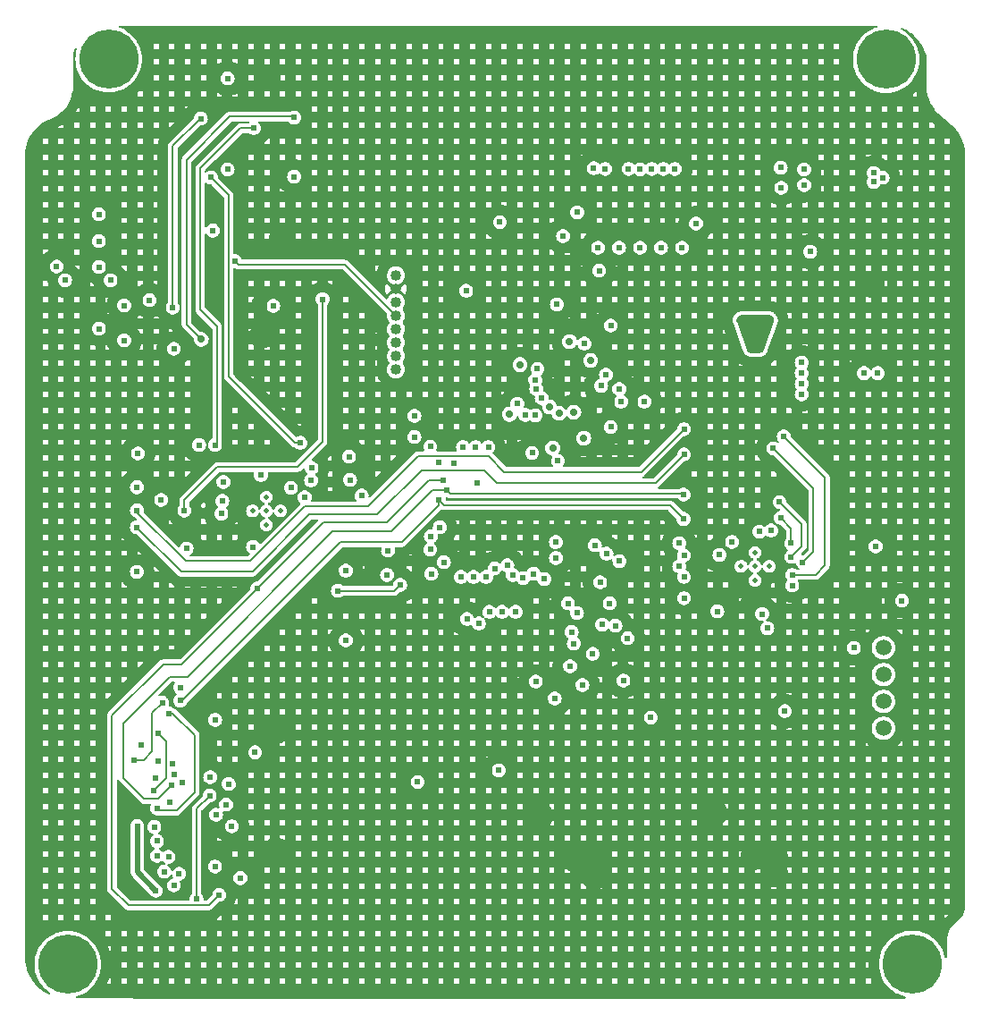
<source format=gbr>
%TF.GenerationSoftware,KiCad,Pcbnew,8.0.7*%
%TF.CreationDate,2025-02-06T16:30:48-03:00*%
%TF.ProjectId,adcs_board,61646373-5f62-46f6-9172-642e6b696361,1.0*%
%TF.SameCoordinates,Original*%
%TF.FileFunction,Copper,L3,Inr*%
%TF.FilePolarity,Positive*%
%FSLAX46Y46*%
G04 Gerber Fmt 4.6, Leading zero omitted, Abs format (unit mm)*
G04 Created by KiCad (PCBNEW 8.0.7) date 2025-02-06 16:30:48*
%MOMM*%
%LPD*%
G01*
G04 APERTURE LIST*
%TA.AperFunction,ComponentPad*%
%ADD10C,5.600000*%
%TD*%
%TA.AperFunction,ComponentPad*%
%ADD11C,1.016000*%
%TD*%
%TA.AperFunction,ComponentPad*%
%ADD12C,0.499999*%
%TD*%
%TA.AperFunction,ComponentPad*%
%ADD13C,1.520000*%
%TD*%
%TA.AperFunction,ViaPad*%
%ADD14C,0.610000*%
%TD*%
%TA.AperFunction,ViaPad*%
%ADD15C,0.700000*%
%TD*%
%TA.AperFunction,ViaPad*%
%ADD16C,0.800000*%
%TD*%
%TA.AperFunction,Conductor*%
%ADD17C,0.203200*%
%TD*%
%TA.AperFunction,Conductor*%
%ADD18C,0.500000*%
%TD*%
%TA.AperFunction,Conductor*%
%ADD19C,0.200000*%
%TD*%
%TA.AperFunction,Conductor*%
%ADD20C,0.250000*%
%TD*%
G04 APERTURE END LIST*
D10*
%TO.N,N/C*%
%TO.C,H6*%
X170600000Y-50103500D03*
%TD*%
D11*
%TO.N,/mcu_circuits/magnetometer1/S{slash}R1*%
%TO.C,U27*%
X124146666Y-79440383D03*
%TO.N,unconnected-(U27-OFFSET+-Pad2)*%
X124146666Y-78170383D03*
%TO.N,GNDA*%
X124146666Y-76900383D03*
X124146666Y-75630383D03*
%TO.N,Net-(U27-OUT+)*%
X124146666Y-74360383D03*
%TO.N,unconnected-(U27-OFFSET--Pad6)*%
X124146666Y-73090383D03*
%TO.N,+5V*%
X124146666Y-71820383D03*
%TO.N,Net-(U27-OUT-)*%
X124146666Y-70550383D03*
%TD*%
D12*
%TO.N,N/C*%
%TO.C,U23*%
X159500000Y-98100000D03*
X158174999Y-99425001D03*
X158174999Y-98100000D03*
X158174999Y-96774999D03*
X156849998Y-98100000D03*
%TD*%
D10*
%TO.N,N/C*%
%TO.C,H7*%
X93048000Y-135765000D03*
%TD*%
D13*
%TO.N,+3V3*%
%TO.C,J8*%
X170342500Y-113412500D03*
%TO.N,/SWDIO*%
X170342500Y-110872500D03*
%TO.N,/SWDCLK*%
X170342500Y-108332500D03*
%TO.N,GND*%
X170342500Y-105792500D03*
%TD*%
D12*
%TO.N,N/C*%
%TO.C,U28*%
X110550000Y-92850001D03*
X111875001Y-91525000D03*
X111875001Y-92850001D03*
X111875001Y-94175002D03*
X113200002Y-92850001D03*
%TD*%
D10*
%TO.N,N/C*%
%TO.C,H5*%
X96924000Y-50063500D03*
%TD*%
%TO.N,N/C*%
%TO.C,H8*%
X173070000Y-135729700D03*
%TD*%
D14*
%TO.N,/NRST*%
X132900000Y-86800000D03*
D15*
%TO.N,+3V3*%
X134900000Y-83700000D03*
D14*
X158600000Y-94800000D03*
X107022200Y-112622200D03*
X139400000Y-73300000D03*
X169800000Y-79800000D03*
X162600000Y-80800000D03*
X127400000Y-86750000D03*
X118650000Y-100400000D03*
X124550000Y-99850000D03*
X162823700Y-60500000D03*
X106500000Y-119800000D03*
D15*
X135900000Y-79000000D03*
D14*
X141822000Y-109325001D03*
X162823700Y-62000000D03*
X163400000Y-68300000D03*
X105250000Y-129595000D03*
X139980000Y-66827501D03*
X137350000Y-80435000D03*
X159700000Y-94700000D03*
X147290000Y-60500001D03*
X152580000Y-65627501D03*
D15*
X141950000Y-85950000D03*
D14*
X137050000Y-87350000D03*
X162600000Y-78800000D03*
X162600000Y-79800000D03*
X110600000Y-96250000D03*
X96000000Y-67300000D03*
X140450000Y-101600000D03*
X162600000Y-81800000D03*
X99600000Y-98600000D03*
%TO.N,/SWDIO*%
X141300000Y-102500000D03*
%TO.N,/SWDCLK*%
X143500000Y-99600000D03*
%TO.N,GNDA*%
X158850000Y-102600000D03*
X108200000Y-60500000D03*
X169423700Y-61700000D03*
X112530004Y-73427859D03*
X170273700Y-61299999D03*
X114500000Y-61200000D03*
X169423700Y-60850000D03*
X108200000Y-51900000D03*
X111350000Y-89450000D03*
X160608700Y-60350000D03*
X160658700Y-62250000D03*
%TO.N,/SRI_IN*%
X133000000Y-102400000D03*
X137400000Y-109000000D03*
D16*
%TO.N,+5V*%
X137780000Y-121710000D03*
X141060000Y-125730000D03*
D14*
X112550000Y-89450000D03*
X111500000Y-76200000D03*
X112700000Y-113700000D03*
X112000000Y-51900000D03*
X168350000Y-101350000D03*
X112800000Y-125000000D03*
D16*
X142970000Y-127370000D03*
X158120000Y-125540000D03*
D14*
X109550000Y-90700000D03*
X113344166Y-67100000D03*
D16*
X142960000Y-125820000D03*
D14*
X169200000Y-71400000D03*
X158000000Y-101700000D03*
D16*
X154290000Y-121440000D03*
X160030000Y-127180000D03*
D14*
X107650000Y-69450000D03*
D16*
X160020000Y-125630000D03*
D14*
X111700000Y-73400000D03*
%TO.N,/enable_ehs*%
X133500000Y-98300000D03*
X96000000Y-75600000D03*
%TO.N,GND*%
X172100000Y-101350000D03*
X125900000Y-85850000D03*
X103700000Y-109550000D03*
X144500000Y-75300000D03*
X154600000Y-102350000D03*
D15*
X140600000Y-76800000D03*
D14*
X145700000Y-108900000D03*
X167542500Y-105802500D03*
X139500000Y-88100000D03*
X99632082Y-122664992D03*
X143400000Y-70100000D03*
X103005000Y-116800000D03*
X146100000Y-104900000D03*
X131700000Y-86800000D03*
X139200000Y-110600000D03*
X102600000Y-125600000D03*
X135650000Y-82700000D03*
X144500000Y-84900000D03*
X144400000Y-101600000D03*
X109400000Y-127600000D03*
X101400000Y-128800000D03*
X143600000Y-81000000D03*
D15*
X142600000Y-78600000D03*
D14*
%TO.N,/GYRO_INT*%
X144950000Y-103700000D03*
X138200000Y-99290380D03*
%TO.N,/boot_ehs*%
X96000000Y-64774198D03*
X134700000Y-98000000D03*
%TO.N,/BIN2u8*%
X107000000Y-126500000D03*
X132000000Y-103500000D03*
%TO.N,/BIN2u7*%
X127500000Y-98800000D03*
X106550000Y-118050000D03*
%TO.N,/nfaultu7*%
X103100000Y-117800000D03*
X128700000Y-97700000D03*
%TO.N,/BIN1u7*%
X123300000Y-98900000D03*
X103900000Y-118600000D03*
%TO.N,/SRI_IN2*%
X134200000Y-102400000D03*
X148300000Y-112400000D03*
%TO.N,/nfaultu8*%
X103600000Y-127200000D03*
X131500000Y-99100000D03*
%TO.N,/nsleepu8*%
X119400000Y-105100000D03*
X102750000Y-120450000D03*
%TO.N,/BIN1u8*%
X130875000Y-103075000D03*
X103100000Y-128300000D03*
%TO.N,/AIN1u8*%
X108300000Y-118700000D03*
X132700000Y-99100000D03*
%TO.N,/GYRO_DRDY*%
X143700000Y-103600000D03*
X137200000Y-98800000D03*
%TO.N,/AIN2u8*%
X130300000Y-99100000D03*
X107100000Y-121600000D03*
%TO.N,/mcu_circuits/OSC1*%
X144050000Y-79950000D03*
X145500000Y-82500000D03*
X147700000Y-82500000D03*
X145300000Y-81300000D03*
%TO.N,/mcu_circuits/5v_out*%
X158200000Y-74800000D03*
X158200000Y-77400000D03*
X159400000Y-74800000D03*
X157000000Y-74800000D03*
%TO.N,Net-(U23-AIN1)*%
X159900000Y-86917500D03*
X162700000Y-97700000D03*
%TO.N,Net-(U23-AIN0)*%
X161700000Y-98900000D03*
X160900000Y-85800000D03*
%TO.N,Net-(U23-AIN3)*%
X161600000Y-95900000D03*
X160600000Y-93500000D03*
%TO.N,Net-(U23-AIN2)*%
X160500000Y-92000000D03*
X161600000Y-97200000D03*
%TO.N,/mcu_circuits/coarse_sun-sensor1/REFP*%
X169600000Y-96200000D03*
X161700000Y-99900000D03*
%TO.N,Net-(U28-AIN1)*%
X107700000Y-91900000D03*
%TO.N,Net-(U28-AIN0)*%
X107800000Y-90100000D03*
%TO.N,Net-(U28-AIN2)*%
X107600000Y-93100000D03*
%TO.N,Net-(U28-AIN3)*%
X104300000Y-96400000D03*
%TO.N,/mcu_circuits/magnetometer1/outx*%
X105500000Y-86600000D03*
%TO.N,/mcu_circuits/magnetometer1/outy*%
X101900000Y-91800000D03*
%TO.N,/mcu_circuits/magnetometer1/outz*%
X117200000Y-72800000D03*
X104100000Y-92800000D03*
%TO.N,/mcu_circuits/magnetometer1/S{slash}R2*%
X98400000Y-76700000D03*
X126200000Y-118500000D03*
X106800000Y-66300000D03*
X98400000Y-73400000D03*
%TO.N,/mcu_circuits/magnetometer1/S{slash}R1*%
X159350000Y-103950000D03*
%TO.N,/SD_SPI_MOSI*%
X148390000Y-60462499D03*
X129600000Y-88300000D03*
X147280000Y-67927501D03*
%TO.N,/currentcoilz*%
X107400000Y-129200000D03*
X111000000Y-100200000D03*
X128600000Y-89900000D03*
%TO.N,/SS_I{slash}O_CLOCK*%
X139300000Y-95800000D03*
X151000000Y-95900000D03*
%TO.N,/SS_INT*%
X151000000Y-98077184D03*
X143000000Y-96100000D03*
%TO.N,/SD_SPI_SS*%
X149270000Y-67927501D03*
X149490000Y-60462499D03*
X130500000Y-86800000D03*
%TO.N,/SS_SPI_MISO*%
X151443183Y-97054368D03*
X139300000Y-97300000D03*
%TO.N,/SS_SPI_SCK*%
X151443183Y-101100000D03*
X145317106Y-97597658D03*
D15*
%TO.N,/can_ss*%
X139600000Y-83600000D03*
%TO.N,/can_int*%
X139000000Y-86900000D03*
D14*
%TO.N,/currentcoily*%
X128200000Y-91800000D03*
X151400000Y-93600000D03*
X103700000Y-110800000D03*
%TO.N,/GYRO_I2C_SDA*%
X142800000Y-106374999D03*
X135200000Y-98900000D03*
%TO.N,/MAG_SPI_MOSI*%
X123400000Y-96600000D03*
X119800000Y-89899077D03*
D15*
%TO.N,/can_sck*%
X141000000Y-83500000D03*
D14*
%TO.N,/MAG_SPI_SCK*%
X119700000Y-87700000D03*
X127450000Y-95250000D03*
%TO.N,/can_reset*%
X137450000Y-81300000D03*
X136400000Y-83750000D03*
%TO.N,/currentin*%
X168500000Y-79800000D03*
X131800000Y-90200000D03*
%TO.N,/MAG_SPI_MISO*%
X127400000Y-96500000D03*
X120900000Y-91400000D03*
%TO.N,/GYRO_I2C_CS*%
X140800000Y-104300000D03*
%TO.N,/currentcoilx*%
X102900000Y-118800000D03*
X129000000Y-90900000D03*
X151400000Y-91300000D03*
%TO.N,/MAG_I{slash}O_CLOCK*%
X128300000Y-94400000D03*
X119400000Y-98500000D03*
%TO.N,/GYRO_I2C_SMBAI*%
X141000000Y-105400000D03*
X136200000Y-99200000D03*
D15*
%TO.N,/can_miso*%
X138700000Y-83000000D03*
D14*
%TO.N,/can_mosi*%
X137363811Y-83800000D03*
X137950000Y-82150000D03*
%TO.N,/SD_SPI_MISO*%
X143300000Y-67927501D03*
X143990000Y-60462499D03*
X125900000Y-83850000D03*
%TO.N,/SD_SPI_SLK*%
X145290000Y-67927501D03*
X128200000Y-88255000D03*
X146190000Y-60462499D03*
%TO.N,/GYRO_I2C_SDL*%
X140650000Y-107550000D03*
X135500000Y-102400000D03*
%TO.N,/SS_SPI_MOSI*%
X144100000Y-96900000D03*
X151443183Y-99100000D03*
%TO.N,/mcu_circuits/can_n*%
X130800000Y-72000000D03*
X97100000Y-71000000D03*
X92800000Y-71000000D03*
X99600000Y-90600000D03*
%TO.N,/mcu_circuits/SS_AIN1*%
X151443183Y-87500000D03*
X99600000Y-94400000D03*
%TO.N,/mcu_circuits/SS_AIN0*%
X99600000Y-92800000D03*
X151443183Y-85100000D03*
%TO.N,/mcu_circuits/can_p*%
X134000000Y-65500000D03*
X92000000Y-69700000D03*
X99700000Y-87400000D03*
X96000000Y-69750000D03*
%TO.N,/mcu_circuits/magnetorquery*%
X102000000Y-111000000D03*
X99300000Y-116400000D03*
%TO.N,/mcu_circuits/magnetorquerx2*%
X110800000Y-115700000D03*
X101650000Y-116550000D03*
%TO.N,/mcu_circuits/magnetorquerz2*%
X108600000Y-122700000D03*
X101499999Y-124100002D03*
%TO.N,/mcu_circuits/magnetorquerx*%
X101350000Y-118150000D03*
%TO.N,/mcu_circuits/magnetorquerz*%
X101500000Y-125500000D03*
%TO.N,/mcu_circuits/magnetorquery2*%
X100000000Y-115000000D03*
X101250000Y-122750000D03*
X108050000Y-120650000D03*
%TO.N,Net-(U23-CLKIN)*%
X156000000Y-95775001D03*
%TO.N,Net-(U23-DRDY_N)*%
X154800000Y-97000000D03*
%TO.N,Net-(U25-OUT-(A))*%
X107000000Y-86600000D03*
X110700000Y-56600000D03*
D15*
%TO.N,Net-(U25-OUT+(A))*%
X105700000Y-76600000D03*
D14*
X114500000Y-55600000D03*
%TO.N,Net-(U26-1IN+)*%
X103100000Y-77500000D03*
%TO.N,/mcu_circuits/magnetometer1/out-b*%
X115100000Y-86400000D03*
X106625000Y-61275000D03*
%TO.N,/mcu_circuits/magnetometer1/out+b*%
X103000000Y-73600000D03*
X105655000Y-55700000D03*
%TO.N,Net-(U26-2IN+)*%
X100800000Y-72900000D03*
%TO.N,Net-(U28-SCLK)*%
X116150000Y-88750000D03*
X114200000Y-90650000D03*
%TO.N,Net-(U28-DIN)*%
X115500000Y-91550000D03*
X116100000Y-89950000D03*
%TO.N,Net-(U27-OUT+)*%
X108905000Y-69200000D03*
%TO.N,/mcu_circuits/can_tx*%
X142000000Y-76999986D03*
X137550000Y-79400000D03*
%TO.N,/mcu_circuits/magnetorquer control1/current_sensingx*%
X102600000Y-112000000D03*
X101500000Y-121000000D03*
%TO.N,/mcu_circuits/magnetorquer control1/current_sensingy*%
X101656600Y-113900000D03*
X101200000Y-119300000D03*
%TO.N,/mcu_circuits/magnetorquer control1/current_sensingz*%
X102200000Y-127000000D03*
%TO.N,Net-(J1-1)*%
X151260000Y-67927501D03*
X150590000Y-60462499D03*
%TO.N,/mcu_circuits/magnetometer1/8v*%
X133900000Y-117400000D03*
%TO.N,Net-(J1-8)*%
X141330000Y-64577501D03*
X142890000Y-60400001D03*
%TO.N,/mcu_circuits/magnetometer1/8v(2)*%
X161000000Y-111800000D03*
%TD*%
D17*
%TO.N,+3V3*%
X124000000Y-100400000D02*
X118650000Y-100400000D01*
X105250000Y-122450000D02*
X105250000Y-121050000D01*
X105250000Y-129595000D02*
X105250000Y-122450000D01*
X105250000Y-121050000D02*
X106500000Y-119800000D01*
X124550000Y-99850000D02*
X124000000Y-100400000D01*
D18*
%TO.N,GND*%
X99632082Y-127032082D02*
X101400000Y-128800000D01*
X99632082Y-122664992D02*
X99632082Y-127032082D01*
D19*
%TO.N,Net-(U23-AIN1)*%
X163700000Y-96700000D02*
X163700000Y-90717500D01*
X162700000Y-97700000D02*
X163700000Y-96700000D01*
X163700000Y-90717500D02*
X159900000Y-86917500D01*
%TO.N,Net-(U23-AIN0)*%
X164800000Y-98000000D02*
X164800000Y-89700000D01*
X161700000Y-98900000D02*
X163900000Y-98900000D01*
X163900000Y-98900000D02*
X164800000Y-98000000D01*
X164800000Y-89700000D02*
X160900000Y-85800000D01*
%TO.N,Net-(U23-AIN3)*%
X161600000Y-94500000D02*
X161600000Y-95900000D01*
X160600000Y-93500000D02*
X161600000Y-94500000D01*
%TO.N,Net-(U23-AIN2)*%
X162600000Y-94100000D02*
X160500000Y-92000000D01*
X161600000Y-97200000D02*
X162600000Y-96200000D01*
X162600000Y-96200000D02*
X162600000Y-94100000D01*
%TO.N,/mcu_circuits/magnetometer1/outz*%
X117200000Y-72800000D02*
X117200000Y-86300000D01*
X114800000Y-88700000D02*
X107200000Y-88700000D01*
X107200000Y-88700000D02*
X104100000Y-91800000D01*
X117200000Y-86300000D02*
X114800000Y-88700000D01*
X104100000Y-91800000D02*
X104100000Y-92800000D01*
%TO.N,/currentcoilz*%
X103850000Y-107350000D02*
X102100000Y-107350000D01*
X117300000Y-93900000D02*
X103850000Y-107350000D01*
X102100000Y-107350000D02*
X97250000Y-112200000D01*
X123300000Y-93900000D02*
X117300000Y-93900000D01*
X128600000Y-89900000D02*
X127300000Y-89900000D01*
X127300000Y-89900000D02*
X123300000Y-93900000D01*
X98800000Y-130200000D02*
X106400000Y-130200000D01*
X97250000Y-128650000D02*
X98800000Y-130200000D01*
X106400000Y-130200000D02*
X107400000Y-129200000D01*
X97250000Y-112200000D02*
X97250000Y-128650000D01*
%TO.N,/currentcoily*%
X128200000Y-91800000D02*
X128200000Y-92300000D01*
X118900000Y-95800000D02*
X103900000Y-110800000D01*
X124700000Y-95800000D02*
X118900000Y-95800000D01*
X150100000Y-92300000D02*
X151400000Y-93600000D01*
X128700000Y-92300000D02*
X150100000Y-92300000D01*
X128200000Y-92300000D02*
X124700000Y-95800000D01*
X128200000Y-91800000D02*
X128700000Y-92300000D01*
X103900000Y-110800000D02*
X103700000Y-110800000D01*
%TO.N,/currentcoilx*%
X101600000Y-120100000D02*
X100250000Y-120100000D01*
X129300000Y-91200000D02*
X151300000Y-91200000D01*
X123700000Y-94800000D02*
X127600000Y-90900000D01*
X98300000Y-118150000D02*
X98300000Y-112950000D01*
X102700000Y-108550000D02*
X104400000Y-108550000D01*
X118150000Y-94800000D02*
X123700000Y-94800000D01*
X100250000Y-120100000D02*
X98300000Y-118150000D01*
X102900000Y-118800000D02*
X101600000Y-120100000D01*
X104400000Y-108550000D02*
X118150000Y-94800000D01*
X127600000Y-90900000D02*
X129000000Y-90900000D01*
X151300000Y-91200000D02*
X151400000Y-91300000D01*
X98300000Y-112950000D02*
X102700000Y-108550000D01*
X129000000Y-90900000D02*
X129300000Y-91200000D01*
%TO.N,/mcu_circuits/SS_AIN1*%
X99600000Y-94400000D02*
X103800000Y-98600000D01*
X126550000Y-89050000D02*
X132550000Y-89050000D01*
X103800000Y-98600000D02*
X110550000Y-98600000D01*
X133700000Y-90200000D02*
X148743183Y-90200000D01*
X148743183Y-90200000D02*
X151443183Y-87500000D01*
X122400000Y-93200000D02*
X126550000Y-89050000D01*
X132550000Y-89050000D02*
X133700000Y-90200000D01*
X110550000Y-98600000D02*
X115950000Y-93200000D01*
X115950000Y-93200000D02*
X122400000Y-93200000D01*
%TO.N,/mcu_circuits/SS_AIN0*%
X115500000Y-92400000D02*
X121500000Y-92400000D01*
X99600000Y-92800000D02*
X99600000Y-93000000D01*
X121500000Y-92400000D02*
X126250000Y-87650000D01*
X99600000Y-93000000D02*
X104200000Y-97600000D01*
X104200000Y-97600000D02*
X110300000Y-97600000D01*
X110300000Y-97600000D02*
X115500000Y-92400000D01*
X134400000Y-89150000D02*
X147393183Y-89150000D01*
X126250000Y-87650000D02*
X132900000Y-87650000D01*
X132900000Y-87650000D02*
X134400000Y-89150000D01*
X147393183Y-89150000D02*
X151443183Y-85100000D01*
D17*
%TO.N,/mcu_circuits/magnetorquery*%
X100250000Y-116400000D02*
X99300000Y-116400000D01*
X101050000Y-111950000D02*
X101050000Y-115600000D01*
X101050000Y-115600000D02*
X100250000Y-116400000D01*
X102000000Y-111000000D02*
X101050000Y-111950000D01*
D19*
%TO.N,/mcu_circuits/magnetorquerz2*%
X101600001Y-124000000D02*
X101499999Y-124100002D01*
%TO.N,Net-(U25-OUT-(A))*%
X110700000Y-56600000D02*
X109400000Y-56600000D01*
X109400000Y-56600000D02*
X105600000Y-60400000D01*
X107200000Y-75400000D02*
X107200000Y-86400000D01*
X105600000Y-60400000D02*
X105600000Y-73800000D01*
X105600000Y-73800000D02*
X107200000Y-75400000D01*
X107200000Y-86400000D02*
X107000000Y-86600000D01*
%TO.N,Net-(U25-OUT+(A))*%
X114500000Y-55600000D02*
X114400000Y-55500000D01*
X108400000Y-55500000D02*
X104300000Y-59600000D01*
X104300000Y-59600000D02*
X104300000Y-75200000D01*
X104300000Y-75200000D02*
X105700000Y-76600000D01*
X114400000Y-55500000D02*
X108400000Y-55500000D01*
%TO.N,/mcu_circuits/magnetometer1/out-b*%
X114600000Y-86400000D02*
X115100000Y-86400000D01*
X106625000Y-61275000D02*
X108300000Y-62950000D01*
X108300000Y-62950000D02*
X108300000Y-80100000D01*
X108300000Y-80100000D02*
X114600000Y-86400000D01*
D20*
%TO.N,/mcu_circuits/magnetometer1/out+b*%
X105600000Y-55700000D02*
X105655000Y-55700000D01*
D19*
X103000000Y-73600000D02*
X103000000Y-58300000D01*
X103000000Y-58300000D02*
X105600000Y-55700000D01*
%TO.N,Net-(U27-OUT+)*%
X108905000Y-69200000D02*
X109205000Y-69500000D01*
X119286283Y-69500000D02*
X124146666Y-74360383D01*
X109205000Y-69500000D02*
X119286283Y-69500000D01*
%TO.N,/mcu_circuits/magnetorquer control1/current_sensingx*%
X101700000Y-121200000D02*
X101500000Y-121000000D01*
X102600000Y-112000000D02*
X103000000Y-112000000D01*
X105100000Y-114100000D02*
X105100000Y-119500000D01*
X103400000Y-121200000D02*
X101700000Y-121200000D01*
X103000000Y-112000000D02*
X105100000Y-114100000D01*
X105100000Y-119500000D02*
X103400000Y-121200000D01*
%TO.N,/mcu_circuits/magnetorquer control1/current_sensingy*%
X102400000Y-114643400D02*
X101656600Y-113900000D01*
X102400000Y-118100000D02*
X102400000Y-114643400D01*
X101200000Y-119300000D02*
X102400000Y-118100000D01*
%TD*%
%TA.AperFunction,Conductor*%
%TO.N,/mcu_circuits/5v_out*%
G36*
X159496266Y-74301161D02*
G01*
X159525013Y-74305122D01*
X159606160Y-74316305D01*
X159638751Y-74325462D01*
X159732586Y-74366341D01*
X159761486Y-74383972D01*
X159840766Y-74448710D01*
X159863818Y-74473501D01*
X159922629Y-74557266D01*
X159938119Y-74587373D01*
X159972078Y-74683918D01*
X159978847Y-74717094D01*
X159985425Y-74819232D01*
X159982968Y-74852999D01*
X159959889Y-74961502D01*
X159955231Y-74977820D01*
X159022459Y-77560881D01*
X159014676Y-77578167D01*
X158955369Y-77686839D01*
X158932412Y-77716875D01*
X158850052Y-77795967D01*
X158819112Y-77817689D01*
X158716753Y-77868287D01*
X158680707Y-77879678D01*
X158586790Y-77894164D01*
X158558347Y-77898551D01*
X158539446Y-77900000D01*
X157860554Y-77900000D01*
X157841652Y-77898551D01*
X157795278Y-77891398D01*
X157719292Y-77879678D01*
X157683246Y-77868287D01*
X157632066Y-77842988D01*
X157580885Y-77817687D01*
X157549949Y-77795968D01*
X157467585Y-77716873D01*
X157444630Y-77686839D01*
X157385323Y-77578167D01*
X157377540Y-77560881D01*
X156444768Y-74977820D01*
X156440110Y-74961502D01*
X156417031Y-74852999D01*
X156414574Y-74819232D01*
X156421153Y-74717088D01*
X156427919Y-74683927D01*
X156461882Y-74587368D01*
X156477368Y-74557268D01*
X156536184Y-74473497D01*
X156559229Y-74448714D01*
X156638516Y-74383970D01*
X156667409Y-74366343D01*
X156761250Y-74325461D01*
X156793837Y-74316306D01*
X156879789Y-74304460D01*
X156903734Y-74301161D01*
X156920662Y-74300000D01*
X159479338Y-74300000D01*
X159496266Y-74301161D01*
G37*
%TD.AperFunction*%
%TD*%
%TA.AperFunction,Conductor*%
%TO.N,+5V*%
G36*
X169715310Y-46913381D02*
G01*
X169751274Y-46962881D01*
X169751274Y-47024067D01*
X169715310Y-47073567D01*
X169684526Y-47088605D01*
X169557817Y-47125109D01*
X169230890Y-47260526D01*
X168921189Y-47431693D01*
X168632603Y-47636456D01*
X168368757Y-47872243D01*
X168368743Y-47872257D01*
X168132956Y-48136103D01*
X167928193Y-48424689D01*
X167757026Y-48734390D01*
X167621609Y-49061317D01*
X167523649Y-49401344D01*
X167464378Y-49750189D01*
X167464375Y-49750209D01*
X167444536Y-50103495D01*
X167444536Y-50103504D01*
X167464375Y-50456790D01*
X167464378Y-50456810D01*
X167523649Y-50805655D01*
X167621609Y-51145682D01*
X167757026Y-51472609D01*
X167928193Y-51782310D01*
X168123822Y-52058023D01*
X168132959Y-52070900D01*
X168368750Y-52334750D01*
X168632600Y-52570541D01*
X168921192Y-52775308D01*
X169112808Y-52881211D01*
X169158520Y-52906475D01*
X169230891Y-52946473D01*
X169230890Y-52946473D01*
X169268443Y-52962028D01*
X169557816Y-53081890D01*
X169897843Y-53179850D01*
X170246700Y-53239123D01*
X170246703Y-53239123D01*
X170246709Y-53239124D01*
X170599995Y-53258964D01*
X170600000Y-53258964D01*
X170600005Y-53258964D01*
X170953290Y-53239124D01*
X170953294Y-53239123D01*
X170953300Y-53239123D01*
X171302157Y-53179850D01*
X171642184Y-53081890D01*
X171969105Y-52946475D01*
X172278808Y-52775308D01*
X172567400Y-52570541D01*
X172831250Y-52334750D01*
X173067041Y-52070900D01*
X173271808Y-51782308D01*
X173442975Y-51472605D01*
X173578390Y-51145684D01*
X173676350Y-50805657D01*
X173735623Y-50456800D01*
X173737870Y-50416800D01*
X173755464Y-50103504D01*
X173755464Y-50103495D01*
X173735624Y-49750209D01*
X173735621Y-49750189D01*
X173676350Y-49401344D01*
X173616509Y-49193629D01*
X173578390Y-49061316D01*
X173442975Y-48734395D01*
X173442973Y-48734390D01*
X173271806Y-48424689D01*
X173067043Y-48136103D01*
X173067041Y-48136100D01*
X172831250Y-47872250D01*
X172567400Y-47636459D01*
X172567396Y-47636456D01*
X172278810Y-47431693D01*
X172038623Y-47298946D01*
X171996839Y-47254250D01*
X171989306Y-47193530D01*
X172018903Y-47139979D01*
X172074324Y-47114052D01*
X172122319Y-47120001D01*
X172260036Y-47173433D01*
X172269555Y-47177717D01*
X172611494Y-47353845D01*
X172620493Y-47359099D01*
X172941978Y-47570271D01*
X172950378Y-47576447D01*
X173130982Y-47724515D01*
X173247818Y-47820303D01*
X173255534Y-47827341D01*
X173525625Y-48101169D01*
X173532556Y-48108981D01*
X173772305Y-48409748D01*
X173778375Y-48418247D01*
X173985095Y-48742580D01*
X173990234Y-48751666D01*
X174161644Y-49095989D01*
X174165794Y-49105559D01*
X174299977Y-49466020D01*
X174303099Y-49475986D01*
X174398711Y-49849155D01*
X174400584Y-49858202D01*
X174429574Y-50040784D01*
X174430799Y-50056310D01*
X174430787Y-52334742D01*
X174430784Y-52962028D01*
X174455978Y-53146861D01*
X174502153Y-53354788D01*
X174536854Y-53511044D01*
X174651844Y-53865945D01*
X174799903Y-54208346D01*
X174799905Y-54208350D01*
X174799909Y-54208358D01*
X174979725Y-54535220D01*
X175189675Y-54843592D01*
X175200014Y-54856054D01*
X175427873Y-55130707D01*
X175558499Y-55263499D01*
X175558498Y-55263499D01*
X176097745Y-55700000D01*
X176833025Y-56295184D01*
X176841476Y-56302873D01*
X176894186Y-56356719D01*
X176975740Y-56440031D01*
X176981158Y-56446038D01*
X177233322Y-56749707D01*
X177238881Y-56757075D01*
X177461355Y-57082446D01*
X177466203Y-57090298D01*
X177657407Y-57434958D01*
X177661503Y-57443228D01*
X177819783Y-57804203D01*
X177823091Y-57812819D01*
X177947069Y-58186963D01*
X177949560Y-58195850D01*
X178038155Y-58579900D01*
X178039809Y-58588979D01*
X178092260Y-58979635D01*
X178093060Y-58988829D01*
X178108925Y-59383169D01*
X178108915Y-59391371D01*
X178100500Y-59588501D01*
X178100500Y-83917506D01*
X178102800Y-101924500D01*
X178102800Y-101924513D01*
X178102809Y-130205082D01*
X178102793Y-130206874D01*
X178100616Y-130327146D01*
X178099549Y-130339959D01*
X178063935Y-130578725D01*
X178060709Y-130593011D01*
X177990522Y-130823052D01*
X177985223Y-130836706D01*
X177881866Y-131053873D01*
X177874611Y-131066595D01*
X177739856Y-131266866D01*
X177731975Y-131277075D01*
X177654914Y-131364469D01*
X177648375Y-131371211D01*
X177096887Y-131888332D01*
X176994364Y-131988406D01*
X176811018Y-132208598D01*
X176654767Y-132448775D01*
X176527772Y-132705615D01*
X176431782Y-132975581D01*
X176431781Y-132975585D01*
X176368120Y-133254952D01*
X176350800Y-133397091D01*
X176350799Y-133397110D01*
X176350610Y-135056051D01*
X176331696Y-135114240D01*
X176282192Y-135150198D01*
X176221007Y-135150191D01*
X176171511Y-135114222D01*
X176154009Y-135072622D01*
X176152348Y-135062844D01*
X176146350Y-135027543D01*
X176048390Y-134687516D01*
X175912975Y-134360595D01*
X175912973Y-134360590D01*
X175794758Y-134146698D01*
X175741808Y-134050892D01*
X175537041Y-133762300D01*
X175301250Y-133498450D01*
X175037400Y-133262659D01*
X175026538Y-133254952D01*
X174748810Y-133057893D01*
X174439108Y-132886726D01*
X174439109Y-132886726D01*
X174112182Y-132751309D01*
X173772155Y-132653349D01*
X173423310Y-132594078D01*
X173423290Y-132594075D01*
X173070005Y-132574236D01*
X173069995Y-132574236D01*
X172716709Y-132594075D01*
X172716689Y-132594078D01*
X172367844Y-132653349D01*
X172027817Y-132751309D01*
X171700890Y-132886726D01*
X171391189Y-133057893D01*
X171102603Y-133262656D01*
X170838757Y-133498443D01*
X170838743Y-133498457D01*
X170602956Y-133762303D01*
X170398193Y-134050889D01*
X170227026Y-134360590D01*
X170091609Y-134687517D01*
X169993649Y-135027544D01*
X169934378Y-135376389D01*
X169934375Y-135376409D01*
X169914536Y-135729695D01*
X169914536Y-135729704D01*
X169934375Y-136082990D01*
X169934378Y-136083010D01*
X169993649Y-136431855D01*
X170091609Y-136771882D01*
X170227026Y-137098809D01*
X170398193Y-137408510D01*
X170519663Y-137579705D01*
X170602959Y-137697100D01*
X170838750Y-137960950D01*
X171102600Y-138196741D01*
X171391192Y-138401508D01*
X171582808Y-138507411D01*
X171649210Y-138544110D01*
X171700891Y-138572673D01*
X171700890Y-138572673D01*
X171700895Y-138572675D01*
X172027816Y-138708090D01*
X172367843Y-138806050D01*
X172387037Y-138809311D01*
X172411095Y-138813399D01*
X172465297Y-138841786D01*
X172492461Y-138896611D01*
X172482212Y-138956932D01*
X172438465Y-138999708D01*
X172394512Y-139010000D01*
X104579000Y-139010000D01*
X93914304Y-138996049D01*
X93856139Y-138977065D01*
X93820239Y-138927518D01*
X93820320Y-138866333D01*
X93856348Y-138816880D01*
X93887024Y-138801919D01*
X94090184Y-138743390D01*
X94417105Y-138607975D01*
X94438921Y-138595918D01*
X94480979Y-138572673D01*
X94726808Y-138436808D01*
X95015400Y-138232041D01*
X95279250Y-137996250D01*
X95515041Y-137732400D01*
X95612905Y-137594474D01*
X96776497Y-137594474D01*
X97163770Y-137594474D01*
X98161770Y-137594474D01*
X98663770Y-137594474D01*
X99661770Y-137594474D01*
X100163770Y-137594474D01*
X101161770Y-137594474D01*
X101663770Y-137594474D01*
X102661770Y-137594474D01*
X103163770Y-137594474D01*
X104161770Y-137594474D01*
X104663770Y-137594474D01*
X105661770Y-137594474D01*
X106163770Y-137594474D01*
X107161770Y-137594474D01*
X107663770Y-137594474D01*
X108661770Y-137594474D01*
X109163770Y-137594474D01*
X110161770Y-137594474D01*
X110663770Y-137594474D01*
X111661770Y-137594474D01*
X112163770Y-137594474D01*
X113161770Y-137594474D01*
X113663770Y-137594474D01*
X114661770Y-137594474D01*
X115163770Y-137594474D01*
X116161770Y-137594474D01*
X116663770Y-137594474D01*
X117661770Y-137594474D01*
X118163770Y-137594474D01*
X119161770Y-137594474D01*
X119663770Y-137594474D01*
X120661770Y-137594474D01*
X121163770Y-137594474D01*
X122161770Y-137594474D01*
X122663770Y-137594474D01*
X123661770Y-137594474D01*
X124163770Y-137594474D01*
X125161770Y-137594474D01*
X125663770Y-137594474D01*
X126661770Y-137594474D01*
X127163770Y-137594474D01*
X128161770Y-137594474D01*
X128663770Y-137594474D01*
X129661770Y-137594474D01*
X130163770Y-137594474D01*
X131161770Y-137594474D01*
X131663770Y-137594474D01*
X132661770Y-137594474D01*
X133163770Y-137594474D01*
X134161770Y-137594474D01*
X134663770Y-137594474D01*
X135661770Y-137594474D01*
X136163770Y-137594474D01*
X137161770Y-137594474D01*
X137663770Y-137594474D01*
X138661770Y-137594474D01*
X139163770Y-137594474D01*
X140161770Y-137594474D01*
X140663770Y-137594474D01*
X141661770Y-137594474D01*
X142163770Y-137594474D01*
X143161770Y-137594474D01*
X143663770Y-137594474D01*
X144661770Y-137594474D01*
X145163770Y-137594474D01*
X146161770Y-137594474D01*
X146663770Y-137594474D01*
X147661770Y-137594474D01*
X148163770Y-137594474D01*
X149161770Y-137594474D01*
X149663770Y-137594474D01*
X150661770Y-137594474D01*
X151163770Y-137594474D01*
X152161770Y-137594474D01*
X152663770Y-137594474D01*
X153661770Y-137594474D01*
X154163770Y-137594474D01*
X155161770Y-137594474D01*
X155663770Y-137594474D01*
X156661770Y-137594474D01*
X157163770Y-137594474D01*
X158161770Y-137594474D01*
X158663770Y-137594474D01*
X159661770Y-137594474D01*
X160163770Y-137594474D01*
X161161770Y-137594474D01*
X161663770Y-137594474D01*
X162661770Y-137594474D01*
X163163770Y-137594474D01*
X164161770Y-137594474D01*
X164663770Y-137594474D01*
X165661770Y-137594474D01*
X166163770Y-137594474D01*
X167161770Y-137594474D01*
X167663770Y-137594474D01*
X168661770Y-137594474D01*
X169163770Y-137594474D01*
X169163770Y-137139735D01*
X169163201Y-137138304D01*
X169155207Y-137117364D01*
X169154253Y-137114757D01*
X169146455Y-137092474D01*
X168661770Y-137092474D01*
X168661770Y-137594474D01*
X167663770Y-137594474D01*
X167663770Y-137092474D01*
X167161770Y-137092474D01*
X167161770Y-137594474D01*
X166163770Y-137594474D01*
X166163770Y-137092474D01*
X165661770Y-137092474D01*
X165661770Y-137594474D01*
X164663770Y-137594474D01*
X164663770Y-137092474D01*
X164161770Y-137092474D01*
X164161770Y-137594474D01*
X163163770Y-137594474D01*
X163163770Y-137092474D01*
X162661770Y-137092474D01*
X162661770Y-137594474D01*
X161663770Y-137594474D01*
X161663770Y-137092474D01*
X161161770Y-137092474D01*
X161161770Y-137594474D01*
X160163770Y-137594474D01*
X160163770Y-137092474D01*
X159661770Y-137092474D01*
X159661770Y-137594474D01*
X158663770Y-137594474D01*
X158663770Y-137092474D01*
X158161770Y-137092474D01*
X158161770Y-137594474D01*
X157163770Y-137594474D01*
X157163770Y-137092474D01*
X156661770Y-137092474D01*
X156661770Y-137594474D01*
X155663770Y-137594474D01*
X155663770Y-137092474D01*
X155161770Y-137092474D01*
X155161770Y-137594474D01*
X154163770Y-137594474D01*
X154163770Y-137092474D01*
X153661770Y-137092474D01*
X153661770Y-137594474D01*
X152663770Y-137594474D01*
X152663770Y-137092474D01*
X152161770Y-137092474D01*
X152161770Y-137594474D01*
X151163770Y-137594474D01*
X151163770Y-137092474D01*
X150661770Y-137092474D01*
X150661770Y-137594474D01*
X149663770Y-137594474D01*
X149663770Y-137092474D01*
X149161770Y-137092474D01*
X149161770Y-137594474D01*
X148163770Y-137594474D01*
X148163770Y-137092474D01*
X147661770Y-137092474D01*
X147661770Y-137594474D01*
X146663770Y-137594474D01*
X146663770Y-137092474D01*
X146161770Y-137092474D01*
X146161770Y-137594474D01*
X145163770Y-137594474D01*
X145163770Y-137092474D01*
X144661770Y-137092474D01*
X144661770Y-137594474D01*
X143663770Y-137594474D01*
X143663770Y-137092474D01*
X143161770Y-137092474D01*
X143161770Y-137594474D01*
X142163770Y-137594474D01*
X142163770Y-137092474D01*
X141661770Y-137092474D01*
X141661770Y-137594474D01*
X140663770Y-137594474D01*
X140663770Y-137092474D01*
X140161770Y-137092474D01*
X140161770Y-137594474D01*
X139163770Y-137594474D01*
X139163770Y-137092474D01*
X138661770Y-137092474D01*
X138661770Y-137594474D01*
X137663770Y-137594474D01*
X137663770Y-137092474D01*
X137161770Y-137092474D01*
X137161770Y-137594474D01*
X136163770Y-137594474D01*
X136163770Y-137092474D01*
X135661770Y-137092474D01*
X135661770Y-137594474D01*
X134663770Y-137594474D01*
X134663770Y-137092474D01*
X134161770Y-137092474D01*
X134161770Y-137594474D01*
X133163770Y-137594474D01*
X133163770Y-137092474D01*
X132661770Y-137092474D01*
X132661770Y-137594474D01*
X131663770Y-137594474D01*
X131663770Y-137092474D01*
X131161770Y-137092474D01*
X131161770Y-137594474D01*
X130163770Y-137594474D01*
X130163770Y-137092474D01*
X129661770Y-137092474D01*
X129661770Y-137594474D01*
X128663770Y-137594474D01*
X128663770Y-137092474D01*
X128161770Y-137092474D01*
X128161770Y-137594474D01*
X127163770Y-137594474D01*
X127163770Y-137092474D01*
X126661770Y-137092474D01*
X126661770Y-137594474D01*
X125663770Y-137594474D01*
X125663770Y-137092474D01*
X125161770Y-137092474D01*
X125161770Y-137594474D01*
X124163770Y-137594474D01*
X124163770Y-137092474D01*
X123661770Y-137092474D01*
X123661770Y-137594474D01*
X122663770Y-137594474D01*
X122663770Y-137092474D01*
X122161770Y-137092474D01*
X122161770Y-137594474D01*
X121163770Y-137594474D01*
X121163770Y-137092474D01*
X120661770Y-137092474D01*
X120661770Y-137594474D01*
X119663770Y-137594474D01*
X119663770Y-137092474D01*
X119161770Y-137092474D01*
X119161770Y-137594474D01*
X118163770Y-137594474D01*
X118163770Y-137092474D01*
X117661770Y-137092474D01*
X117661770Y-137594474D01*
X116663770Y-137594474D01*
X116663770Y-137092474D01*
X116161770Y-137092474D01*
X116161770Y-137594474D01*
X115163770Y-137594474D01*
X115163770Y-137092474D01*
X114661770Y-137092474D01*
X114661770Y-137594474D01*
X113663770Y-137594474D01*
X113663770Y-137092474D01*
X113161770Y-137092474D01*
X113161770Y-137594474D01*
X112163770Y-137594474D01*
X112163770Y-137092474D01*
X111661770Y-137092474D01*
X111661770Y-137594474D01*
X110663770Y-137594474D01*
X110663770Y-137092474D01*
X110161770Y-137092474D01*
X110161770Y-137594474D01*
X109163770Y-137594474D01*
X109163770Y-137092474D01*
X108661770Y-137092474D01*
X108661770Y-137594474D01*
X107663770Y-137594474D01*
X107663770Y-137092474D01*
X107161770Y-137092474D01*
X107161770Y-137594474D01*
X106163770Y-137594474D01*
X106163770Y-137092474D01*
X105661770Y-137092474D01*
X105661770Y-137594474D01*
X104663770Y-137594474D01*
X104663770Y-137092474D01*
X104161770Y-137092474D01*
X104161770Y-137594474D01*
X103163770Y-137594474D01*
X103163770Y-137092474D01*
X102661770Y-137092474D01*
X102661770Y-137594474D01*
X101663770Y-137594474D01*
X101663770Y-137092474D01*
X101161770Y-137092474D01*
X101161770Y-137594474D01*
X100163770Y-137594474D01*
X100163770Y-137092474D01*
X99661770Y-137092474D01*
X99661770Y-137594474D01*
X98663770Y-137594474D01*
X98663770Y-137092474D01*
X98161770Y-137092474D01*
X98161770Y-137594474D01*
X97163770Y-137594474D01*
X97163770Y-137092474D01*
X96982791Y-137092474D01*
X96981507Y-137096931D01*
X96980699Y-137099593D01*
X96973875Y-137120999D01*
X96972995Y-137123632D01*
X96963747Y-137150057D01*
X96962793Y-137152664D01*
X96954799Y-137173604D01*
X96953774Y-137176181D01*
X96807653Y-137528948D01*
X96806556Y-137531495D01*
X96797398Y-137551963D01*
X96796229Y-137554480D01*
X96784083Y-137579705D01*
X96782841Y-137582194D01*
X96776497Y-137594474D01*
X95612905Y-137594474D01*
X95719808Y-137443808D01*
X95882159Y-137150057D01*
X95890973Y-137134109D01*
X95895313Y-137123632D01*
X96026390Y-136807184D01*
X96124350Y-136467157D01*
X96183623Y-136118300D01*
X96184961Y-136094474D01*
X98161770Y-136094474D01*
X98663770Y-136094474D01*
X99661770Y-136094474D01*
X100163770Y-136094474D01*
X101161770Y-136094474D01*
X101663770Y-136094474D01*
X102661770Y-136094474D01*
X103163770Y-136094474D01*
X104161770Y-136094474D01*
X104663770Y-136094474D01*
X105661770Y-136094474D01*
X106163770Y-136094474D01*
X107161770Y-136094474D01*
X107663770Y-136094474D01*
X108661770Y-136094474D01*
X109163770Y-136094474D01*
X110161770Y-136094474D01*
X110663770Y-136094474D01*
X111661770Y-136094474D01*
X112163770Y-136094474D01*
X113161770Y-136094474D01*
X113663770Y-136094474D01*
X114661770Y-136094474D01*
X115163770Y-136094474D01*
X116161770Y-136094474D01*
X116663770Y-136094474D01*
X117661770Y-136094474D01*
X118163770Y-136094474D01*
X119161770Y-136094474D01*
X119663770Y-136094474D01*
X120661770Y-136094474D01*
X121163770Y-136094474D01*
X122161770Y-136094474D01*
X122663770Y-136094474D01*
X123661770Y-136094474D01*
X124163770Y-136094474D01*
X125161770Y-136094474D01*
X125663770Y-136094474D01*
X126661770Y-136094474D01*
X127163770Y-136094474D01*
X128161770Y-136094474D01*
X128663770Y-136094474D01*
X129661770Y-136094474D01*
X130163770Y-136094474D01*
X131161770Y-136094474D01*
X131663770Y-136094474D01*
X132661770Y-136094474D01*
X133163770Y-136094474D01*
X134161770Y-136094474D01*
X134663770Y-136094474D01*
X135661770Y-136094474D01*
X136163770Y-136094474D01*
X137161770Y-136094474D01*
X137663770Y-136094474D01*
X138661770Y-136094474D01*
X139163770Y-136094474D01*
X140161770Y-136094474D01*
X140663770Y-136094474D01*
X141661770Y-136094474D01*
X142163770Y-136094474D01*
X143161770Y-136094474D01*
X143663770Y-136094474D01*
X144661770Y-136094474D01*
X145163770Y-136094474D01*
X146161770Y-136094474D01*
X146663770Y-136094474D01*
X147661770Y-136094474D01*
X148163770Y-136094474D01*
X149161770Y-136094474D01*
X149663770Y-136094474D01*
X150661770Y-136094474D01*
X151163770Y-136094474D01*
X152161770Y-136094474D01*
X152663770Y-136094474D01*
X153661770Y-136094474D01*
X154163770Y-136094474D01*
X155161770Y-136094474D01*
X155663770Y-136094474D01*
X156661770Y-136094474D01*
X157163770Y-136094474D01*
X158161770Y-136094474D01*
X158663770Y-136094474D01*
X159661770Y-136094474D01*
X160163770Y-136094474D01*
X161161770Y-136094474D01*
X161663770Y-136094474D01*
X162661770Y-136094474D01*
X163163770Y-136094474D01*
X164161770Y-136094474D01*
X164663770Y-136094474D01*
X165661770Y-136094474D01*
X166163770Y-136094474D01*
X167161770Y-136094474D01*
X167663770Y-136094474D01*
X168661770Y-136094474D01*
X168935449Y-136094474D01*
X168917321Y-135771682D01*
X168917204Y-135768906D01*
X168916575Y-135746474D01*
X168916536Y-135743699D01*
X168916536Y-135715701D01*
X168916575Y-135712926D01*
X168917204Y-135690494D01*
X168917321Y-135687718D01*
X168922670Y-135592474D01*
X168661770Y-135592474D01*
X168661770Y-136094474D01*
X167663770Y-136094474D01*
X167663770Y-135592474D01*
X167161770Y-135592474D01*
X167161770Y-136094474D01*
X166163770Y-136094474D01*
X166163770Y-135592474D01*
X165661770Y-135592474D01*
X165661770Y-136094474D01*
X164663770Y-136094474D01*
X164663770Y-135592474D01*
X164161770Y-135592474D01*
X164161770Y-136094474D01*
X163163770Y-136094474D01*
X163163770Y-135592474D01*
X162661770Y-135592474D01*
X162661770Y-136094474D01*
X161663770Y-136094474D01*
X161663770Y-135592474D01*
X161161770Y-135592474D01*
X161161770Y-136094474D01*
X160163770Y-136094474D01*
X160163770Y-135592474D01*
X159661770Y-135592474D01*
X159661770Y-136094474D01*
X158663770Y-136094474D01*
X158663770Y-135592474D01*
X158161770Y-135592474D01*
X158161770Y-136094474D01*
X157163770Y-136094474D01*
X157163770Y-135592474D01*
X156661770Y-135592474D01*
X156661770Y-136094474D01*
X155663770Y-136094474D01*
X155663770Y-135592474D01*
X155161770Y-135592474D01*
X155161770Y-136094474D01*
X154163770Y-136094474D01*
X154163770Y-135592474D01*
X153661770Y-135592474D01*
X153661770Y-136094474D01*
X152663770Y-136094474D01*
X152663770Y-135592474D01*
X152161770Y-135592474D01*
X152161770Y-136094474D01*
X151163770Y-136094474D01*
X151163770Y-135592474D01*
X150661770Y-135592474D01*
X150661770Y-136094474D01*
X149663770Y-136094474D01*
X149663770Y-135592474D01*
X149161770Y-135592474D01*
X149161770Y-136094474D01*
X148163770Y-136094474D01*
X148163770Y-135592474D01*
X147661770Y-135592474D01*
X147661770Y-136094474D01*
X146663770Y-136094474D01*
X146663770Y-135592474D01*
X146161770Y-135592474D01*
X146161770Y-136094474D01*
X145163770Y-136094474D01*
X145163770Y-135592474D01*
X144661770Y-135592474D01*
X144661770Y-136094474D01*
X143663770Y-136094474D01*
X143663770Y-135592474D01*
X143161770Y-135592474D01*
X143161770Y-136094474D01*
X142163770Y-136094474D01*
X142163770Y-135592474D01*
X141661770Y-135592474D01*
X141661770Y-136094474D01*
X140663770Y-136094474D01*
X140663770Y-135592474D01*
X140161770Y-135592474D01*
X140161770Y-136094474D01*
X139163770Y-136094474D01*
X139163770Y-135592474D01*
X138661770Y-135592474D01*
X138661770Y-136094474D01*
X137663770Y-136094474D01*
X137663770Y-135592474D01*
X137161770Y-135592474D01*
X137161770Y-136094474D01*
X136163770Y-136094474D01*
X136163770Y-135592474D01*
X135661770Y-135592474D01*
X135661770Y-136094474D01*
X134663770Y-136094474D01*
X134663770Y-135592474D01*
X134161770Y-135592474D01*
X134161770Y-136094474D01*
X133163770Y-136094474D01*
X133163770Y-135592474D01*
X132661770Y-135592474D01*
X132661770Y-136094474D01*
X131663770Y-136094474D01*
X131663770Y-135592474D01*
X131161770Y-135592474D01*
X131161770Y-136094474D01*
X130163770Y-136094474D01*
X130163770Y-135592474D01*
X129661770Y-135592474D01*
X129661770Y-136094474D01*
X128663770Y-136094474D01*
X128663770Y-135592474D01*
X128161770Y-135592474D01*
X128161770Y-136094474D01*
X127163770Y-136094474D01*
X127163770Y-135592474D01*
X126661770Y-135592474D01*
X126661770Y-136094474D01*
X125663770Y-136094474D01*
X125663770Y-135592474D01*
X125161770Y-135592474D01*
X125161770Y-136094474D01*
X124163770Y-136094474D01*
X124163770Y-135592474D01*
X123661770Y-135592474D01*
X123661770Y-136094474D01*
X122663770Y-136094474D01*
X122663770Y-135592474D01*
X122161770Y-135592474D01*
X122161770Y-136094474D01*
X121163770Y-136094474D01*
X121163770Y-135592474D01*
X120661770Y-135592474D01*
X120661770Y-136094474D01*
X119663770Y-136094474D01*
X119663770Y-135592474D01*
X119161770Y-135592474D01*
X119161770Y-136094474D01*
X118163770Y-136094474D01*
X118163770Y-135592474D01*
X117661770Y-135592474D01*
X117661770Y-136094474D01*
X116663770Y-136094474D01*
X116663770Y-135592474D01*
X116161770Y-135592474D01*
X116161770Y-136094474D01*
X115163770Y-136094474D01*
X115163770Y-135592474D01*
X114661770Y-135592474D01*
X114661770Y-136094474D01*
X113663770Y-136094474D01*
X113663770Y-135592474D01*
X113161770Y-135592474D01*
X113161770Y-136094474D01*
X112163770Y-136094474D01*
X112163770Y-135592474D01*
X111661770Y-135592474D01*
X111661770Y-136094474D01*
X110663770Y-136094474D01*
X110663770Y-135592474D01*
X110161770Y-135592474D01*
X110161770Y-136094474D01*
X109163770Y-136094474D01*
X109163770Y-135592474D01*
X108661770Y-135592474D01*
X108661770Y-136094474D01*
X107663770Y-136094474D01*
X107663770Y-135592474D01*
X107161770Y-135592474D01*
X107161770Y-136094474D01*
X106163770Y-136094474D01*
X106163770Y-135592474D01*
X105661770Y-135592474D01*
X105661770Y-136094474D01*
X104663770Y-136094474D01*
X104663770Y-135592474D01*
X104161770Y-135592474D01*
X104161770Y-136094474D01*
X103163770Y-136094474D01*
X103163770Y-135592474D01*
X102661770Y-135592474D01*
X102661770Y-136094474D01*
X101663770Y-136094474D01*
X101663770Y-135592474D01*
X101161770Y-135592474D01*
X101161770Y-136094474D01*
X100163770Y-136094474D01*
X100163770Y-135592474D01*
X99661770Y-135592474D01*
X99661770Y-136094474D01*
X98663770Y-136094474D01*
X98663770Y-135592474D01*
X98161770Y-135592474D01*
X98161770Y-136094474D01*
X96184961Y-136094474D01*
X96185606Y-136083000D01*
X96203464Y-135765004D01*
X96203464Y-135764995D01*
X96183624Y-135411709D01*
X96183621Y-135411689D01*
X96133083Y-135114240D01*
X96124350Y-135062843D01*
X96026390Y-134722816D01*
X95890975Y-134395895D01*
X95890973Y-134395890D01*
X95723280Y-134092474D01*
X96845521Y-134092474D01*
X96953774Y-134353819D01*
X96954799Y-134356396D01*
X96962793Y-134377336D01*
X96963747Y-134379943D01*
X96972995Y-134406368D01*
X96973875Y-134409001D01*
X96980699Y-134430407D01*
X96981507Y-134433069D01*
X97028007Y-134594474D01*
X97163770Y-134594474D01*
X98161770Y-134594474D01*
X98663770Y-134594474D01*
X99661770Y-134594474D01*
X100163770Y-134594474D01*
X101161770Y-134594474D01*
X101663770Y-134594474D01*
X102661770Y-134594474D01*
X103163770Y-134594474D01*
X104161770Y-134594474D01*
X104663770Y-134594474D01*
X105661770Y-134594474D01*
X106163770Y-134594474D01*
X107161770Y-134594474D01*
X107663770Y-134594474D01*
X108661770Y-134594474D01*
X109163770Y-134594474D01*
X110161770Y-134594474D01*
X110663770Y-134594474D01*
X111661770Y-134594474D01*
X112163770Y-134594474D01*
X113161770Y-134594474D01*
X113663770Y-134594474D01*
X114661770Y-134594474D01*
X115163770Y-134594474D01*
X116161770Y-134594474D01*
X116663770Y-134594474D01*
X117661770Y-134594474D01*
X118163770Y-134594474D01*
X119161770Y-134594474D01*
X119663770Y-134594474D01*
X120661770Y-134594474D01*
X121163770Y-134594474D01*
X122161770Y-134594474D01*
X122663770Y-134594474D01*
X123661770Y-134594474D01*
X124163770Y-134594474D01*
X125161770Y-134594474D01*
X125663770Y-134594474D01*
X126661770Y-134594474D01*
X127163770Y-134594474D01*
X128161770Y-134594474D01*
X128663770Y-134594474D01*
X129661770Y-134594474D01*
X130163770Y-134594474D01*
X131161770Y-134594474D01*
X131663770Y-134594474D01*
X132661770Y-134594474D01*
X133163770Y-134594474D01*
X134161770Y-134594474D01*
X134663770Y-134594474D01*
X135661770Y-134594474D01*
X136163770Y-134594474D01*
X137161770Y-134594474D01*
X137663770Y-134594474D01*
X138661770Y-134594474D01*
X139163770Y-134594474D01*
X140161770Y-134594474D01*
X140663770Y-134594474D01*
X141661770Y-134594474D01*
X142163770Y-134594474D01*
X143161770Y-134594474D01*
X143663770Y-134594474D01*
X144661770Y-134594474D01*
X145163770Y-134594474D01*
X146161770Y-134594474D01*
X146663770Y-134594474D01*
X147661770Y-134594474D01*
X148163770Y-134594474D01*
X149161770Y-134594474D01*
X149663770Y-134594474D01*
X150661770Y-134594474D01*
X151163770Y-134594474D01*
X152161770Y-134594474D01*
X152663770Y-134594474D01*
X153661770Y-134594474D01*
X154163770Y-134594474D01*
X155161770Y-134594474D01*
X155663770Y-134594474D01*
X156661770Y-134594474D01*
X157163770Y-134594474D01*
X158161770Y-134594474D01*
X158663770Y-134594474D01*
X159661770Y-134594474D01*
X160163770Y-134594474D01*
X161161770Y-134594474D01*
X161663770Y-134594474D01*
X162661770Y-134594474D01*
X163163770Y-134594474D01*
X164161770Y-134594474D01*
X164663770Y-134594474D01*
X165661770Y-134594474D01*
X166163770Y-134594474D01*
X167161770Y-134594474D01*
X167663770Y-134594474D01*
X168661770Y-134594474D01*
X169079824Y-134594474D01*
X169136493Y-134397769D01*
X169137301Y-134395107D01*
X169144125Y-134373701D01*
X169145005Y-134371068D01*
X169154253Y-134344643D01*
X169155207Y-134342036D01*
X169163201Y-134321096D01*
X169163770Y-134319666D01*
X169163770Y-134092474D01*
X168661770Y-134092474D01*
X168661770Y-134594474D01*
X167663770Y-134594474D01*
X167663770Y-134092474D01*
X167161770Y-134092474D01*
X167161770Y-134594474D01*
X166163770Y-134594474D01*
X166163770Y-134092474D01*
X165661770Y-134092474D01*
X165661770Y-134594474D01*
X164663770Y-134594474D01*
X164663770Y-134092474D01*
X164161770Y-134092474D01*
X164161770Y-134594474D01*
X163163770Y-134594474D01*
X163163770Y-134092474D01*
X162661770Y-134092474D01*
X162661770Y-134594474D01*
X161663770Y-134594474D01*
X161663770Y-134092474D01*
X161161770Y-134092474D01*
X161161770Y-134594474D01*
X160163770Y-134594474D01*
X160163770Y-134092474D01*
X159661770Y-134092474D01*
X159661770Y-134594474D01*
X158663770Y-134594474D01*
X158663770Y-134092474D01*
X158161770Y-134092474D01*
X158161770Y-134594474D01*
X157163770Y-134594474D01*
X157163770Y-134092474D01*
X156661770Y-134092474D01*
X156661770Y-134594474D01*
X155663770Y-134594474D01*
X155663770Y-134092474D01*
X155161770Y-134092474D01*
X155161770Y-134594474D01*
X154163770Y-134594474D01*
X154163770Y-134092474D01*
X153661770Y-134092474D01*
X153661770Y-134594474D01*
X152663770Y-134594474D01*
X152663770Y-134092474D01*
X152161770Y-134092474D01*
X152161770Y-134594474D01*
X151163770Y-134594474D01*
X151163770Y-134092474D01*
X150661770Y-134092474D01*
X150661770Y-134594474D01*
X149663770Y-134594474D01*
X149663770Y-134092474D01*
X149161770Y-134092474D01*
X149161770Y-134594474D01*
X148163770Y-134594474D01*
X148163770Y-134092474D01*
X147661770Y-134092474D01*
X147661770Y-134594474D01*
X146663770Y-134594474D01*
X146663770Y-134092474D01*
X146161770Y-134092474D01*
X146161770Y-134594474D01*
X145163770Y-134594474D01*
X145163770Y-134092474D01*
X144661770Y-134092474D01*
X144661770Y-134594474D01*
X143663770Y-134594474D01*
X143663770Y-134092474D01*
X143161770Y-134092474D01*
X143161770Y-134594474D01*
X142163770Y-134594474D01*
X142163770Y-134092474D01*
X141661770Y-134092474D01*
X141661770Y-134594474D01*
X140663770Y-134594474D01*
X140663770Y-134092474D01*
X140161770Y-134092474D01*
X140161770Y-134594474D01*
X139163770Y-134594474D01*
X139163770Y-134092474D01*
X138661770Y-134092474D01*
X138661770Y-134594474D01*
X137663770Y-134594474D01*
X137663770Y-134092474D01*
X137161770Y-134092474D01*
X137161770Y-134594474D01*
X136163770Y-134594474D01*
X136163770Y-134092474D01*
X135661770Y-134092474D01*
X135661770Y-134594474D01*
X134663770Y-134594474D01*
X134663770Y-134092474D01*
X134161770Y-134092474D01*
X134161770Y-134594474D01*
X133163770Y-134594474D01*
X133163770Y-134092474D01*
X132661770Y-134092474D01*
X132661770Y-134594474D01*
X131663770Y-134594474D01*
X131663770Y-134092474D01*
X131161770Y-134092474D01*
X131161770Y-134594474D01*
X130163770Y-134594474D01*
X130163770Y-134092474D01*
X129661770Y-134092474D01*
X129661770Y-134594474D01*
X128663770Y-134594474D01*
X128663770Y-134092474D01*
X128161770Y-134092474D01*
X128161770Y-134594474D01*
X127163770Y-134594474D01*
X127163770Y-134092474D01*
X126661770Y-134092474D01*
X126661770Y-134594474D01*
X125663770Y-134594474D01*
X125663770Y-134092474D01*
X125161770Y-134092474D01*
X125161770Y-134594474D01*
X124163770Y-134594474D01*
X124163770Y-134092474D01*
X123661770Y-134092474D01*
X123661770Y-134594474D01*
X122663770Y-134594474D01*
X122663770Y-134092474D01*
X122161770Y-134092474D01*
X122161770Y-134594474D01*
X121163770Y-134594474D01*
X121163770Y-134092474D01*
X120661770Y-134092474D01*
X120661770Y-134594474D01*
X119663770Y-134594474D01*
X119663770Y-134092474D01*
X119161770Y-134092474D01*
X119161770Y-134594474D01*
X118163770Y-134594474D01*
X118163770Y-134092474D01*
X117661770Y-134092474D01*
X117661770Y-134594474D01*
X116663770Y-134594474D01*
X116663770Y-134092474D01*
X116161770Y-134092474D01*
X116161770Y-134594474D01*
X115163770Y-134594474D01*
X115163770Y-134092474D01*
X114661770Y-134092474D01*
X114661770Y-134594474D01*
X113663770Y-134594474D01*
X113663770Y-134092474D01*
X113161770Y-134092474D01*
X113161770Y-134594474D01*
X112163770Y-134594474D01*
X112163770Y-134092474D01*
X111661770Y-134092474D01*
X111661770Y-134594474D01*
X110663770Y-134594474D01*
X110663770Y-134092474D01*
X110161770Y-134092474D01*
X110161770Y-134594474D01*
X109163770Y-134594474D01*
X109163770Y-134092474D01*
X108661770Y-134092474D01*
X108661770Y-134594474D01*
X107663770Y-134594474D01*
X107663770Y-134092474D01*
X107161770Y-134092474D01*
X107161770Y-134594474D01*
X106163770Y-134594474D01*
X106163770Y-134092474D01*
X105661770Y-134092474D01*
X105661770Y-134594474D01*
X104663770Y-134594474D01*
X104663770Y-134092474D01*
X104161770Y-134092474D01*
X104161770Y-134594474D01*
X103163770Y-134594474D01*
X103163770Y-134092474D01*
X102661770Y-134092474D01*
X102661770Y-134594474D01*
X101663770Y-134594474D01*
X101663770Y-134092474D01*
X101161770Y-134092474D01*
X101161770Y-134594474D01*
X100163770Y-134594474D01*
X100163770Y-134092474D01*
X99661770Y-134092474D01*
X99661770Y-134594474D01*
X98663770Y-134594474D01*
X98663770Y-134092474D01*
X98161770Y-134092474D01*
X98161770Y-134594474D01*
X97163770Y-134594474D01*
X97163770Y-134092474D01*
X96845521Y-134092474D01*
X95723280Y-134092474D01*
X95719806Y-134086189D01*
X95515043Y-133797603D01*
X95515041Y-133797600D01*
X95279250Y-133533750D01*
X95015400Y-133297959D01*
X95015396Y-133297956D01*
X94728615Y-133094474D01*
X96661770Y-133094474D01*
X97163770Y-133094474D01*
X98161770Y-133094474D01*
X98663770Y-133094474D01*
X99661770Y-133094474D01*
X100163770Y-133094474D01*
X101161770Y-133094474D01*
X101663770Y-133094474D01*
X102661770Y-133094474D01*
X103163770Y-133094474D01*
X104161770Y-133094474D01*
X104663770Y-133094474D01*
X105661770Y-133094474D01*
X106163770Y-133094474D01*
X107161770Y-133094474D01*
X107663770Y-133094474D01*
X108661770Y-133094474D01*
X109163770Y-133094474D01*
X110161770Y-133094474D01*
X110663770Y-133094474D01*
X111661770Y-133094474D01*
X112163770Y-133094474D01*
X113161770Y-133094474D01*
X113663770Y-133094474D01*
X114661770Y-133094474D01*
X115163770Y-133094474D01*
X116161770Y-133094474D01*
X116663770Y-133094474D01*
X117661770Y-133094474D01*
X118163770Y-133094474D01*
X119161770Y-133094474D01*
X119663770Y-133094474D01*
X120661770Y-133094474D01*
X121163770Y-133094474D01*
X122161770Y-133094474D01*
X122663770Y-133094474D01*
X123661770Y-133094474D01*
X124163770Y-133094474D01*
X125161770Y-133094474D01*
X125663770Y-133094474D01*
X126661770Y-133094474D01*
X127163770Y-133094474D01*
X128161770Y-133094474D01*
X128663770Y-133094474D01*
X129661770Y-133094474D01*
X130163770Y-133094474D01*
X131161770Y-133094474D01*
X131663770Y-133094474D01*
X132661770Y-133094474D01*
X133163770Y-133094474D01*
X134161770Y-133094474D01*
X134663770Y-133094474D01*
X135661770Y-133094474D01*
X136163770Y-133094474D01*
X137161770Y-133094474D01*
X137663770Y-133094474D01*
X138661770Y-133094474D01*
X139163770Y-133094474D01*
X140161770Y-133094474D01*
X140663770Y-133094474D01*
X141661770Y-133094474D01*
X142163770Y-133094474D01*
X143161770Y-133094474D01*
X143663770Y-133094474D01*
X144661770Y-133094474D01*
X145163770Y-133094474D01*
X146161770Y-133094474D01*
X146663770Y-133094474D01*
X147661770Y-133094474D01*
X148163770Y-133094474D01*
X149161770Y-133094474D01*
X149663770Y-133094474D01*
X150661770Y-133094474D01*
X151163770Y-133094474D01*
X152161770Y-133094474D01*
X152663770Y-133094474D01*
X153661770Y-133094474D01*
X154163770Y-133094474D01*
X155161770Y-133094474D01*
X155663770Y-133094474D01*
X156661770Y-133094474D01*
X157163770Y-133094474D01*
X158161770Y-133094474D01*
X158663770Y-133094474D01*
X159661770Y-133094474D01*
X160163770Y-133094474D01*
X161161770Y-133094474D01*
X161663770Y-133094474D01*
X162661770Y-133094474D01*
X163163770Y-133094474D01*
X164161770Y-133094474D01*
X164663770Y-133094474D01*
X165661770Y-133094474D01*
X166163770Y-133094474D01*
X167161770Y-133094474D01*
X167663770Y-133094474D01*
X168661770Y-133094474D01*
X169163770Y-133094474D01*
X169163770Y-132592474D01*
X168661770Y-132592474D01*
X168661770Y-133094474D01*
X167663770Y-133094474D01*
X167663770Y-132592474D01*
X167161770Y-132592474D01*
X167161770Y-133094474D01*
X166163770Y-133094474D01*
X166163770Y-132592474D01*
X165661770Y-132592474D01*
X165661770Y-133094474D01*
X164663770Y-133094474D01*
X164663770Y-132592474D01*
X164161770Y-132592474D01*
X164161770Y-133094474D01*
X163163770Y-133094474D01*
X163163770Y-132592474D01*
X162661770Y-132592474D01*
X162661770Y-133094474D01*
X161663770Y-133094474D01*
X161663770Y-132592474D01*
X161161770Y-132592474D01*
X161161770Y-133094474D01*
X160163770Y-133094474D01*
X160163770Y-132592474D01*
X159661770Y-132592474D01*
X159661770Y-133094474D01*
X158663770Y-133094474D01*
X158663770Y-132592474D01*
X158161770Y-132592474D01*
X158161770Y-133094474D01*
X157163770Y-133094474D01*
X157163770Y-132592474D01*
X156661770Y-132592474D01*
X156661770Y-133094474D01*
X155663770Y-133094474D01*
X155663770Y-132592474D01*
X155161770Y-132592474D01*
X155161770Y-133094474D01*
X154163770Y-133094474D01*
X154163770Y-132592474D01*
X153661770Y-132592474D01*
X153661770Y-133094474D01*
X152663770Y-133094474D01*
X152663770Y-132592474D01*
X152161770Y-132592474D01*
X152161770Y-133094474D01*
X151163770Y-133094474D01*
X151163770Y-132592474D01*
X150661770Y-132592474D01*
X150661770Y-133094474D01*
X149663770Y-133094474D01*
X149663770Y-132592474D01*
X149161770Y-132592474D01*
X149161770Y-133094474D01*
X148163770Y-133094474D01*
X148163770Y-132592474D01*
X147661770Y-132592474D01*
X147661770Y-133094474D01*
X146663770Y-133094474D01*
X146663770Y-132592474D01*
X146161770Y-132592474D01*
X146161770Y-133094474D01*
X145163770Y-133094474D01*
X145163770Y-132592474D01*
X144661770Y-132592474D01*
X144661770Y-133094474D01*
X143663770Y-133094474D01*
X143663770Y-132592474D01*
X143161770Y-132592474D01*
X143161770Y-133094474D01*
X142163770Y-133094474D01*
X142163770Y-132592474D01*
X141661770Y-132592474D01*
X141661770Y-133094474D01*
X140663770Y-133094474D01*
X140663770Y-132592474D01*
X140161770Y-132592474D01*
X140161770Y-133094474D01*
X139163770Y-133094474D01*
X139163770Y-132592474D01*
X138661770Y-132592474D01*
X138661770Y-133094474D01*
X137663770Y-133094474D01*
X137663770Y-132592474D01*
X137161770Y-132592474D01*
X137161770Y-133094474D01*
X136163770Y-133094474D01*
X136163770Y-132592474D01*
X135661770Y-132592474D01*
X135661770Y-133094474D01*
X134663770Y-133094474D01*
X134663770Y-132592474D01*
X134161770Y-132592474D01*
X134161770Y-133094474D01*
X133163770Y-133094474D01*
X133163770Y-132592474D01*
X132661770Y-132592474D01*
X132661770Y-133094474D01*
X131663770Y-133094474D01*
X131663770Y-132592474D01*
X131161770Y-132592474D01*
X131161770Y-133094474D01*
X130163770Y-133094474D01*
X130163770Y-132592474D01*
X129661770Y-132592474D01*
X129661770Y-133094474D01*
X128663770Y-133094474D01*
X128663770Y-132592474D01*
X128161770Y-132592474D01*
X128161770Y-133094474D01*
X127163770Y-133094474D01*
X127163770Y-132592474D01*
X126661770Y-132592474D01*
X126661770Y-133094474D01*
X125663770Y-133094474D01*
X125663770Y-132592474D01*
X125161770Y-132592474D01*
X125161770Y-133094474D01*
X124163770Y-133094474D01*
X124163770Y-132592474D01*
X123661770Y-132592474D01*
X123661770Y-133094474D01*
X122663770Y-133094474D01*
X122663770Y-132592474D01*
X122161770Y-132592474D01*
X122161770Y-133094474D01*
X121163770Y-133094474D01*
X121163770Y-132592474D01*
X120661770Y-132592474D01*
X120661770Y-133094474D01*
X119663770Y-133094474D01*
X119663770Y-132592474D01*
X119161770Y-132592474D01*
X119161770Y-133094474D01*
X118163770Y-133094474D01*
X118163770Y-132592474D01*
X117661770Y-132592474D01*
X117661770Y-133094474D01*
X116663770Y-133094474D01*
X116663770Y-132592474D01*
X116161770Y-132592474D01*
X116161770Y-133094474D01*
X115163770Y-133094474D01*
X115163770Y-132592474D01*
X114661770Y-132592474D01*
X114661770Y-133094474D01*
X113663770Y-133094474D01*
X113663770Y-132592474D01*
X113161770Y-132592474D01*
X113161770Y-133094474D01*
X112163770Y-133094474D01*
X112163770Y-132592474D01*
X111661770Y-132592474D01*
X111661770Y-133094474D01*
X110663770Y-133094474D01*
X110663770Y-132592474D01*
X110161770Y-132592474D01*
X110161770Y-133094474D01*
X109163770Y-133094474D01*
X109163770Y-132592474D01*
X108661770Y-132592474D01*
X108661770Y-133094474D01*
X107663770Y-133094474D01*
X107663770Y-132592474D01*
X107161770Y-132592474D01*
X107161770Y-133094474D01*
X106163770Y-133094474D01*
X106163770Y-132592474D01*
X105661770Y-132592474D01*
X105661770Y-133094474D01*
X104663770Y-133094474D01*
X104663770Y-132592474D01*
X104161770Y-132592474D01*
X104161770Y-133094474D01*
X103163770Y-133094474D01*
X103163770Y-132592474D01*
X102661770Y-132592474D01*
X102661770Y-133094474D01*
X101663770Y-133094474D01*
X101663770Y-132592474D01*
X101161770Y-132592474D01*
X101161770Y-133094474D01*
X100163770Y-133094474D01*
X100163770Y-132592474D01*
X99661770Y-132592474D01*
X99661770Y-133094474D01*
X98663770Y-133094474D01*
X98663770Y-132592474D01*
X98161770Y-132592474D01*
X98161770Y-133094474D01*
X97163770Y-133094474D01*
X97163770Y-132592474D01*
X96661770Y-132592474D01*
X96661770Y-133094474D01*
X94728615Y-133094474D01*
X94726810Y-133093193D01*
X94417108Y-132922026D01*
X94417109Y-132922026D01*
X94090182Y-132786609D01*
X93750155Y-132688649D01*
X93401310Y-132629378D01*
X93401290Y-132629375D01*
X93048005Y-132609536D01*
X93047995Y-132609536D01*
X92694709Y-132629375D01*
X92694689Y-132629378D01*
X92345844Y-132688649D01*
X92005817Y-132786609D01*
X91678890Y-132922026D01*
X91369189Y-133093193D01*
X91080603Y-133297956D01*
X90816757Y-133533743D01*
X90816743Y-133533757D01*
X90580956Y-133797603D01*
X90376193Y-134086189D01*
X90205026Y-134395890D01*
X90069609Y-134722817D01*
X89971649Y-135062844D01*
X89912378Y-135411689D01*
X89912375Y-135411709D01*
X89892536Y-135764995D01*
X89892536Y-135765004D01*
X89912375Y-136118290D01*
X89912378Y-136118310D01*
X89971649Y-136467155D01*
X90069609Y-136807182D01*
X90205026Y-137134109D01*
X90356682Y-137408508D01*
X90376192Y-137443808D01*
X90580959Y-137732400D01*
X90816750Y-137996250D01*
X91080600Y-138232041D01*
X91080603Y-138232043D01*
X91371457Y-138438415D01*
X91370785Y-138439361D01*
X91407274Y-138483063D01*
X91411394Y-138544110D01*
X91378844Y-138595918D01*
X91322058Y-138618700D01*
X91274206Y-138609951D01*
X91144072Y-138550414D01*
X91135516Y-138545984D01*
X91027245Y-138483063D01*
X90804289Y-138353493D01*
X90796213Y-138348257D01*
X90485279Y-138124484D01*
X90477741Y-138118482D01*
X90190020Y-137865532D01*
X90183102Y-137858825D01*
X89921346Y-137579113D01*
X89915112Y-137571765D01*
X89681789Y-137267933D01*
X89676299Y-137260015D01*
X89473610Y-136934930D01*
X89468916Y-136926515D01*
X89443928Y-136876099D01*
X89298794Y-136583270D01*
X89294940Y-136574438D01*
X89158992Y-136216283D01*
X89156016Y-136207119D01*
X89055529Y-135837442D01*
X89053456Y-135828032D01*
X89042764Y-135765004D01*
X88989266Y-135449643D01*
X88988228Y-135441469D01*
X88972353Y-135254065D01*
X88972000Y-135245709D01*
X88972000Y-131594474D01*
X90661770Y-131594474D01*
X91163770Y-131594474D01*
X92161770Y-131594474D01*
X92663770Y-131594474D01*
X93661770Y-131594474D01*
X94163770Y-131594474D01*
X95161770Y-131594474D01*
X95663770Y-131594474D01*
X96661770Y-131594474D01*
X97163770Y-131594474D01*
X98161770Y-131594474D01*
X98407680Y-131594474D01*
X98385110Y-131588426D01*
X98385110Y-131588427D01*
X98336298Y-131575352D01*
X98336143Y-131575304D01*
X98161770Y-131528579D01*
X98161770Y-131594474D01*
X97163770Y-131594474D01*
X97163770Y-131432774D01*
X107161770Y-131432774D01*
X107161770Y-131594474D01*
X107663770Y-131594474D01*
X108661770Y-131594474D01*
X109163770Y-131594474D01*
X110161770Y-131594474D01*
X110663770Y-131594474D01*
X111661770Y-131594474D01*
X112163770Y-131594474D01*
X113161770Y-131594474D01*
X113663770Y-131594474D01*
X114661770Y-131594474D01*
X115163770Y-131594474D01*
X116161770Y-131594474D01*
X116663770Y-131594474D01*
X117661770Y-131594474D01*
X118163770Y-131594474D01*
X119161770Y-131594474D01*
X119663770Y-131594474D01*
X120661770Y-131594474D01*
X121163770Y-131594474D01*
X122161770Y-131594474D01*
X122663770Y-131594474D01*
X123661770Y-131594474D01*
X124163770Y-131594474D01*
X125161770Y-131594474D01*
X125663770Y-131594474D01*
X126661770Y-131594474D01*
X127163770Y-131594474D01*
X128161770Y-131594474D01*
X128663770Y-131594474D01*
X129661770Y-131594474D01*
X130163770Y-131594474D01*
X131161770Y-131594474D01*
X131663770Y-131594474D01*
X132661770Y-131594474D01*
X133163770Y-131594474D01*
X134161770Y-131594474D01*
X134663770Y-131594474D01*
X135661770Y-131594474D01*
X136163770Y-131594474D01*
X137161770Y-131594474D01*
X137663770Y-131594474D01*
X138661770Y-131594474D01*
X139163770Y-131594474D01*
X140161770Y-131594474D01*
X140663770Y-131594474D01*
X141661770Y-131594474D01*
X142163770Y-131594474D01*
X143161770Y-131594474D01*
X143663770Y-131594474D01*
X144661770Y-131594474D01*
X145163770Y-131594474D01*
X146161770Y-131594474D01*
X146663770Y-131594474D01*
X147661770Y-131594474D01*
X148163770Y-131594474D01*
X149161770Y-131594474D01*
X149663770Y-131594474D01*
X150661770Y-131594474D01*
X151163770Y-131594474D01*
X152161770Y-131594474D01*
X152663770Y-131594474D01*
X153661770Y-131594474D01*
X154163770Y-131594474D01*
X155161770Y-131594474D01*
X155663770Y-131594474D01*
X156661770Y-131594474D01*
X157163770Y-131594474D01*
X158161770Y-131594474D01*
X158663770Y-131594474D01*
X159661770Y-131594474D01*
X160163770Y-131594474D01*
X161161770Y-131594474D01*
X161663770Y-131594474D01*
X162661770Y-131594474D01*
X163163770Y-131594474D01*
X164161770Y-131594474D01*
X164663770Y-131594474D01*
X165661770Y-131594474D01*
X166163770Y-131594474D01*
X167161770Y-131594474D01*
X167663770Y-131594474D01*
X168661770Y-131594474D01*
X169163770Y-131594474D01*
X170161770Y-131594474D01*
X170663770Y-131594474D01*
X171661770Y-131594474D01*
X172163770Y-131594474D01*
X172163770Y-131579817D01*
X173161770Y-131579817D01*
X173422754Y-131594474D01*
X173663770Y-131594474D01*
X174661770Y-131594474D01*
X175163770Y-131594474D01*
X175163770Y-131428657D01*
X176161770Y-131428657D01*
X176235641Y-131339941D01*
X176237295Y-131338005D01*
X176250865Y-131322535D01*
X176252568Y-131320644D01*
X176270031Y-131301739D01*
X176271794Y-131299879D01*
X176286216Y-131285055D01*
X176288023Y-131283245D01*
X176406233Y-131167859D01*
X176407668Y-131166486D01*
X176486599Y-131092474D01*
X176161770Y-131092474D01*
X176161770Y-131428657D01*
X175163770Y-131428657D01*
X175163770Y-131092474D01*
X174661770Y-131092474D01*
X174661770Y-131594474D01*
X173663770Y-131594474D01*
X173663770Y-131092474D01*
X173161770Y-131092474D01*
X173161770Y-131579817D01*
X172163770Y-131579817D01*
X172163770Y-131092474D01*
X171661770Y-131092474D01*
X171661770Y-131594474D01*
X170663770Y-131594474D01*
X170663770Y-131092474D01*
X170161770Y-131092474D01*
X170161770Y-131594474D01*
X169163770Y-131594474D01*
X169163770Y-131092474D01*
X168661770Y-131092474D01*
X168661770Y-131594474D01*
X167663770Y-131594474D01*
X167663770Y-131092474D01*
X167161770Y-131092474D01*
X167161770Y-131594474D01*
X166163770Y-131594474D01*
X166163770Y-131092474D01*
X165661770Y-131092474D01*
X165661770Y-131594474D01*
X164663770Y-131594474D01*
X164663770Y-131092474D01*
X164161770Y-131092474D01*
X164161770Y-131594474D01*
X163163770Y-131594474D01*
X163163770Y-131092474D01*
X162661770Y-131092474D01*
X162661770Y-131594474D01*
X161663770Y-131594474D01*
X161663770Y-131092474D01*
X161161770Y-131092474D01*
X161161770Y-131594474D01*
X160163770Y-131594474D01*
X160163770Y-131092474D01*
X159661770Y-131092474D01*
X159661770Y-131594474D01*
X158663770Y-131594474D01*
X158663770Y-131092474D01*
X158161770Y-131092474D01*
X158161770Y-131594474D01*
X157163770Y-131594474D01*
X157163770Y-131092474D01*
X156661770Y-131092474D01*
X156661770Y-131594474D01*
X155663770Y-131594474D01*
X155663770Y-131092474D01*
X155161770Y-131092474D01*
X155161770Y-131594474D01*
X154163770Y-131594474D01*
X154163770Y-131092474D01*
X153661770Y-131092474D01*
X153661770Y-131594474D01*
X152663770Y-131594474D01*
X152663770Y-131092474D01*
X152161770Y-131092474D01*
X152161770Y-131594474D01*
X151163770Y-131594474D01*
X151163770Y-131092474D01*
X150661770Y-131092474D01*
X150661770Y-131594474D01*
X149663770Y-131594474D01*
X149663770Y-131092474D01*
X149161770Y-131092474D01*
X149161770Y-131594474D01*
X148163770Y-131594474D01*
X148163770Y-131092474D01*
X147661770Y-131092474D01*
X147661770Y-131594474D01*
X146663770Y-131594474D01*
X146663770Y-131092474D01*
X146161770Y-131092474D01*
X146161770Y-131594474D01*
X145163770Y-131594474D01*
X145163770Y-131092474D01*
X144661770Y-131092474D01*
X144661770Y-131594474D01*
X143663770Y-131594474D01*
X143663770Y-131092474D01*
X143161770Y-131092474D01*
X143161770Y-131594474D01*
X142163770Y-131594474D01*
X142163770Y-131092474D01*
X141661770Y-131092474D01*
X141661770Y-131594474D01*
X140663770Y-131594474D01*
X140663770Y-131092474D01*
X140161770Y-131092474D01*
X140161770Y-131594474D01*
X139163770Y-131594474D01*
X139163770Y-131092474D01*
X138661770Y-131092474D01*
X138661770Y-131594474D01*
X137663770Y-131594474D01*
X137663770Y-131092474D01*
X137161770Y-131092474D01*
X137161770Y-131594474D01*
X136163770Y-131594474D01*
X136163770Y-131092474D01*
X135661770Y-131092474D01*
X135661770Y-131594474D01*
X134663770Y-131594474D01*
X134663770Y-131092474D01*
X134161770Y-131092474D01*
X134161770Y-131594474D01*
X133163770Y-131594474D01*
X133163770Y-131092474D01*
X132661770Y-131092474D01*
X132661770Y-131594474D01*
X131663770Y-131594474D01*
X131663770Y-131092474D01*
X131161770Y-131092474D01*
X131161770Y-131594474D01*
X130163770Y-131594474D01*
X130163770Y-131092474D01*
X129661770Y-131092474D01*
X129661770Y-131594474D01*
X128663770Y-131594474D01*
X128663770Y-131092474D01*
X128161770Y-131092474D01*
X128161770Y-131594474D01*
X127163770Y-131594474D01*
X127163770Y-131092474D01*
X126661770Y-131092474D01*
X126661770Y-131594474D01*
X125663770Y-131594474D01*
X125663770Y-131092474D01*
X125161770Y-131092474D01*
X125161770Y-131594474D01*
X124163770Y-131594474D01*
X124163770Y-131092474D01*
X123661770Y-131092474D01*
X123661770Y-131594474D01*
X122663770Y-131594474D01*
X122663770Y-131092474D01*
X122161770Y-131092474D01*
X122161770Y-131594474D01*
X121163770Y-131594474D01*
X121163770Y-131092474D01*
X120661770Y-131092474D01*
X120661770Y-131594474D01*
X119663770Y-131594474D01*
X119663770Y-131092474D01*
X119161770Y-131092474D01*
X119161770Y-131594474D01*
X118163770Y-131594474D01*
X118163770Y-131092474D01*
X117661770Y-131092474D01*
X117661770Y-131594474D01*
X116663770Y-131594474D01*
X116663770Y-131092474D01*
X116161770Y-131092474D01*
X116161770Y-131594474D01*
X115163770Y-131594474D01*
X115163770Y-131092474D01*
X114661770Y-131092474D01*
X114661770Y-131594474D01*
X113663770Y-131594474D01*
X113663770Y-131092474D01*
X113161770Y-131092474D01*
X113161770Y-131594474D01*
X112163770Y-131594474D01*
X112163770Y-131092474D01*
X111661770Y-131092474D01*
X111661770Y-131594474D01*
X110663770Y-131594474D01*
X110663770Y-131092474D01*
X110161770Y-131092474D01*
X110161770Y-131594474D01*
X109163770Y-131594474D01*
X109163770Y-131092474D01*
X108661770Y-131092474D01*
X108661770Y-131594474D01*
X107663770Y-131594474D01*
X107663770Y-131092474D01*
X107556015Y-131092474D01*
X107359203Y-131289286D01*
X107354475Y-131293713D01*
X107315102Y-131328243D01*
X107310095Y-131332353D01*
X107258246Y-131372140D01*
X107252979Y-131375914D01*
X107209421Y-131405019D01*
X107203919Y-131408440D01*
X107161770Y-131432774D01*
X97163770Y-131432774D01*
X97163770Y-131092474D01*
X96661770Y-131092474D01*
X96661770Y-131594474D01*
X95663770Y-131594474D01*
X95663770Y-131092474D01*
X95161770Y-131092474D01*
X95161770Y-131594474D01*
X94163770Y-131594474D01*
X94163770Y-131092474D01*
X93661770Y-131092474D01*
X93661770Y-131594474D01*
X92663770Y-131594474D01*
X92663770Y-131092474D01*
X92161770Y-131092474D01*
X92161770Y-131594474D01*
X91163770Y-131594474D01*
X91163770Y-131092474D01*
X90661770Y-131092474D01*
X90661770Y-131594474D01*
X88972000Y-131594474D01*
X88972000Y-130094474D01*
X90661770Y-130094474D01*
X91163770Y-130094474D01*
X92161770Y-130094474D01*
X92663770Y-130094474D01*
X93661770Y-130094474D01*
X94163770Y-130094474D01*
X95161770Y-130094474D01*
X95663770Y-130094474D01*
X95663770Y-129592474D01*
X95161770Y-129592474D01*
X95161770Y-130094474D01*
X94163770Y-130094474D01*
X94163770Y-129592474D01*
X93661770Y-129592474D01*
X93661770Y-130094474D01*
X92663770Y-130094474D01*
X92663770Y-129592474D01*
X92161770Y-129592474D01*
X92161770Y-130094474D01*
X91163770Y-130094474D01*
X91163770Y-129592474D01*
X90661770Y-129592474D01*
X90661770Y-130094474D01*
X88972000Y-130094474D01*
X88972000Y-128594474D01*
X90661770Y-128594474D01*
X91163770Y-128594474D01*
X92161770Y-128594474D01*
X92663770Y-128594474D01*
X93661770Y-128594474D01*
X94163770Y-128594474D01*
X95161770Y-128594474D01*
X95663770Y-128594474D01*
X95663770Y-128092474D01*
X95161770Y-128092474D01*
X95161770Y-128594474D01*
X94163770Y-128594474D01*
X94163770Y-128092474D01*
X93661770Y-128092474D01*
X93661770Y-128594474D01*
X92663770Y-128594474D01*
X92663770Y-128092474D01*
X92161770Y-128092474D01*
X92161770Y-128594474D01*
X91163770Y-128594474D01*
X91163770Y-128092474D01*
X90661770Y-128092474D01*
X90661770Y-128594474D01*
X88972000Y-128594474D01*
X88972000Y-127094474D01*
X90661770Y-127094474D01*
X91163770Y-127094474D01*
X92161770Y-127094474D01*
X92663770Y-127094474D01*
X93661770Y-127094474D01*
X94163770Y-127094474D01*
X95161770Y-127094474D01*
X95663770Y-127094474D01*
X95663770Y-126592474D01*
X95161770Y-126592474D01*
X95161770Y-127094474D01*
X94163770Y-127094474D01*
X94163770Y-126592474D01*
X93661770Y-126592474D01*
X93661770Y-127094474D01*
X92663770Y-127094474D01*
X92663770Y-126592474D01*
X92161770Y-126592474D01*
X92161770Y-127094474D01*
X91163770Y-127094474D01*
X91163770Y-126592474D01*
X90661770Y-126592474D01*
X90661770Y-127094474D01*
X88972000Y-127094474D01*
X88972000Y-125594474D01*
X90661770Y-125594474D01*
X91163770Y-125594474D01*
X92161770Y-125594474D01*
X92663770Y-125594474D01*
X93661770Y-125594474D01*
X94163770Y-125594474D01*
X95161770Y-125594474D01*
X95663770Y-125594474D01*
X95663770Y-125092474D01*
X95161770Y-125092474D01*
X95161770Y-125594474D01*
X94163770Y-125594474D01*
X94163770Y-125092474D01*
X93661770Y-125092474D01*
X93661770Y-125594474D01*
X92663770Y-125594474D01*
X92663770Y-125092474D01*
X92161770Y-125092474D01*
X92161770Y-125594474D01*
X91163770Y-125594474D01*
X91163770Y-125092474D01*
X90661770Y-125092474D01*
X90661770Y-125594474D01*
X88972000Y-125594474D01*
X88972000Y-124094474D01*
X90661770Y-124094474D01*
X91163770Y-124094474D01*
X92161770Y-124094474D01*
X92663770Y-124094474D01*
X93661770Y-124094474D01*
X94163770Y-124094474D01*
X95161770Y-124094474D01*
X95663770Y-124094474D01*
X95663770Y-123592474D01*
X95161770Y-123592474D01*
X95161770Y-124094474D01*
X94163770Y-124094474D01*
X94163770Y-123592474D01*
X93661770Y-123592474D01*
X93661770Y-124094474D01*
X92663770Y-124094474D01*
X92663770Y-123592474D01*
X92161770Y-123592474D01*
X92161770Y-124094474D01*
X91163770Y-124094474D01*
X91163770Y-123592474D01*
X90661770Y-123592474D01*
X90661770Y-124094474D01*
X88972000Y-124094474D01*
X88972000Y-122594474D01*
X90661770Y-122594474D01*
X91163770Y-122594474D01*
X92161770Y-122594474D01*
X92663770Y-122594474D01*
X93661770Y-122594474D01*
X94163770Y-122594474D01*
X95161770Y-122594474D01*
X95663770Y-122594474D01*
X95663770Y-122092474D01*
X95161770Y-122092474D01*
X95161770Y-122594474D01*
X94163770Y-122594474D01*
X94163770Y-122092474D01*
X93661770Y-122092474D01*
X93661770Y-122594474D01*
X92663770Y-122594474D01*
X92663770Y-122092474D01*
X92161770Y-122092474D01*
X92161770Y-122594474D01*
X91163770Y-122594474D01*
X91163770Y-122092474D01*
X90661770Y-122092474D01*
X90661770Y-122594474D01*
X88972000Y-122594474D01*
X88972000Y-121094474D01*
X90661770Y-121094474D01*
X91163770Y-121094474D01*
X92161770Y-121094474D01*
X92663770Y-121094474D01*
X93661770Y-121094474D01*
X94163770Y-121094474D01*
X95161770Y-121094474D01*
X95663770Y-121094474D01*
X95663770Y-120592474D01*
X95161770Y-120592474D01*
X95161770Y-121094474D01*
X94163770Y-121094474D01*
X94163770Y-120592474D01*
X93661770Y-120592474D01*
X93661770Y-121094474D01*
X92663770Y-121094474D01*
X92663770Y-120592474D01*
X92161770Y-120592474D01*
X92161770Y-121094474D01*
X91163770Y-121094474D01*
X91163770Y-120592474D01*
X90661770Y-120592474D01*
X90661770Y-121094474D01*
X88972000Y-121094474D01*
X88972000Y-119594474D01*
X90661770Y-119594474D01*
X91163770Y-119594474D01*
X92161770Y-119594474D01*
X92663770Y-119594474D01*
X93661770Y-119594474D01*
X94163770Y-119594474D01*
X95161770Y-119594474D01*
X95663770Y-119594474D01*
X95663770Y-119092474D01*
X95161770Y-119092474D01*
X95161770Y-119594474D01*
X94163770Y-119594474D01*
X94163770Y-119092474D01*
X93661770Y-119092474D01*
X93661770Y-119594474D01*
X92663770Y-119594474D01*
X92663770Y-119092474D01*
X92161770Y-119092474D01*
X92161770Y-119594474D01*
X91163770Y-119594474D01*
X91163770Y-119092474D01*
X90661770Y-119092474D01*
X90661770Y-119594474D01*
X88972000Y-119594474D01*
X88972000Y-118094474D01*
X90661770Y-118094474D01*
X91163770Y-118094474D01*
X92161770Y-118094474D01*
X92663770Y-118094474D01*
X93661770Y-118094474D01*
X94163770Y-118094474D01*
X95161770Y-118094474D01*
X95663770Y-118094474D01*
X95663770Y-117592474D01*
X95161770Y-117592474D01*
X95161770Y-118094474D01*
X94163770Y-118094474D01*
X94163770Y-117592474D01*
X93661770Y-117592474D01*
X93661770Y-118094474D01*
X92663770Y-118094474D01*
X92663770Y-117592474D01*
X92161770Y-117592474D01*
X92161770Y-118094474D01*
X91163770Y-118094474D01*
X91163770Y-117592474D01*
X90661770Y-117592474D01*
X90661770Y-118094474D01*
X88972000Y-118094474D01*
X88972000Y-116594474D01*
X90661770Y-116594474D01*
X91163770Y-116594474D01*
X92161770Y-116594474D01*
X92663770Y-116594474D01*
X93661770Y-116594474D01*
X94163770Y-116594474D01*
X95161770Y-116594474D01*
X95663770Y-116594474D01*
X95663770Y-116092474D01*
X95161770Y-116092474D01*
X95161770Y-116594474D01*
X94163770Y-116594474D01*
X94163770Y-116092474D01*
X93661770Y-116092474D01*
X93661770Y-116594474D01*
X92663770Y-116594474D01*
X92663770Y-116092474D01*
X92161770Y-116092474D01*
X92161770Y-116594474D01*
X91163770Y-116594474D01*
X91163770Y-116092474D01*
X90661770Y-116092474D01*
X90661770Y-116594474D01*
X88972000Y-116594474D01*
X88972000Y-115094474D01*
X90661770Y-115094474D01*
X91163770Y-115094474D01*
X92161770Y-115094474D01*
X92663770Y-115094474D01*
X93661770Y-115094474D01*
X94163770Y-115094474D01*
X95161770Y-115094474D01*
X95663770Y-115094474D01*
X95663770Y-114592474D01*
X95161770Y-114592474D01*
X95161770Y-115094474D01*
X94163770Y-115094474D01*
X94163770Y-114592474D01*
X93661770Y-114592474D01*
X93661770Y-115094474D01*
X92663770Y-115094474D01*
X92663770Y-114592474D01*
X92161770Y-114592474D01*
X92161770Y-115094474D01*
X91163770Y-115094474D01*
X91163770Y-114592474D01*
X90661770Y-114592474D01*
X90661770Y-115094474D01*
X88972000Y-115094474D01*
X88972000Y-113594474D01*
X90661770Y-113594474D01*
X91163770Y-113594474D01*
X92161770Y-113594474D01*
X92663770Y-113594474D01*
X93661770Y-113594474D01*
X94163770Y-113594474D01*
X95161770Y-113594474D01*
X95663770Y-113594474D01*
X95663770Y-113092474D01*
X95161770Y-113092474D01*
X95161770Y-113594474D01*
X94163770Y-113594474D01*
X94163770Y-113092474D01*
X93661770Y-113092474D01*
X93661770Y-113594474D01*
X92663770Y-113594474D01*
X92663770Y-113092474D01*
X92161770Y-113092474D01*
X92161770Y-113594474D01*
X91163770Y-113594474D01*
X91163770Y-113092474D01*
X90661770Y-113092474D01*
X90661770Y-113594474D01*
X88972000Y-113594474D01*
X88972000Y-112140692D01*
X96799500Y-112140692D01*
X96799500Y-128709311D01*
X96813653Y-128762128D01*
X96813653Y-128762130D01*
X96813654Y-128762130D01*
X96813654Y-128762131D01*
X96830201Y-128823887D01*
X96830202Y-128823889D01*
X96830203Y-128823892D01*
X96889507Y-128926609D01*
X96889509Y-128926611D01*
X96889511Y-128926614D01*
X98523386Y-130560489D01*
X98523388Y-130560490D01*
X98523390Y-130560492D01*
X98626107Y-130619796D01*
X98626109Y-130619797D01*
X98626113Y-130619799D01*
X98650322Y-130626284D01*
X98650325Y-130626287D01*
X98650326Y-130626286D01*
X98740688Y-130650499D01*
X98740690Y-130650500D01*
X98740691Y-130650500D01*
X106459309Y-130650500D01*
X106549669Y-130626287D01*
X106549672Y-130626287D01*
X106562903Y-130622741D01*
X106573887Y-130619799D01*
X106676614Y-130560489D01*
X107142629Y-130094474D01*
X108791742Y-130094474D01*
X109163770Y-130094474D01*
X110161770Y-130094474D01*
X110663770Y-130094474D01*
X111661770Y-130094474D01*
X112163770Y-130094474D01*
X113161770Y-130094474D01*
X113663770Y-130094474D01*
X114661770Y-130094474D01*
X115163770Y-130094474D01*
X116161770Y-130094474D01*
X116663770Y-130094474D01*
X117661770Y-130094474D01*
X118163770Y-130094474D01*
X119161770Y-130094474D01*
X119663770Y-130094474D01*
X120661770Y-130094474D01*
X121163770Y-130094474D01*
X122161770Y-130094474D01*
X122663770Y-130094474D01*
X123661770Y-130094474D01*
X124163770Y-130094474D01*
X125161770Y-130094474D01*
X125663770Y-130094474D01*
X126661770Y-130094474D01*
X127163770Y-130094474D01*
X128161770Y-130094474D01*
X128663770Y-130094474D01*
X129661770Y-130094474D01*
X130163770Y-130094474D01*
X131161770Y-130094474D01*
X131663770Y-130094474D01*
X132661770Y-130094474D01*
X133163770Y-130094474D01*
X134161770Y-130094474D01*
X134663770Y-130094474D01*
X135661770Y-130094474D01*
X136163770Y-130094474D01*
X137161770Y-130094474D01*
X137663770Y-130094474D01*
X138661770Y-130094474D01*
X139163770Y-130094474D01*
X140161770Y-130094474D01*
X140663770Y-130094474D01*
X141661770Y-130094474D01*
X142163770Y-130094474D01*
X143161770Y-130094474D01*
X143663770Y-130094474D01*
X144661770Y-130094474D01*
X145163770Y-130094474D01*
X146161770Y-130094474D01*
X146663770Y-130094474D01*
X147661770Y-130094474D01*
X148163770Y-130094474D01*
X149161770Y-130094474D01*
X149663770Y-130094474D01*
X150661770Y-130094474D01*
X151163770Y-130094474D01*
X152161770Y-130094474D01*
X152663770Y-130094474D01*
X153661770Y-130094474D01*
X154163770Y-130094474D01*
X155161770Y-130094474D01*
X155663770Y-130094474D01*
X156661770Y-130094474D01*
X157163770Y-130094474D01*
X158161770Y-130094474D01*
X158663770Y-130094474D01*
X159661770Y-130094474D01*
X160163770Y-130094474D01*
X161161770Y-130094474D01*
X161663770Y-130094474D01*
X162661770Y-130094474D01*
X163163770Y-130094474D01*
X164161770Y-130094474D01*
X164663770Y-130094474D01*
X165661770Y-130094474D01*
X166163770Y-130094474D01*
X167161770Y-130094474D01*
X167663770Y-130094474D01*
X168661770Y-130094474D01*
X169163770Y-130094474D01*
X170161770Y-130094474D01*
X170663770Y-130094474D01*
X171661770Y-130094474D01*
X172163770Y-130094474D01*
X173161770Y-130094474D01*
X173663770Y-130094474D01*
X174661770Y-130094474D01*
X175163770Y-130094474D01*
X176161770Y-130094474D01*
X176663770Y-130094474D01*
X176663770Y-129592474D01*
X176161770Y-129592474D01*
X176161770Y-130094474D01*
X175163770Y-130094474D01*
X175163770Y-129592474D01*
X174661770Y-129592474D01*
X174661770Y-130094474D01*
X173663770Y-130094474D01*
X173663770Y-129592474D01*
X173161770Y-129592474D01*
X173161770Y-130094474D01*
X172163770Y-130094474D01*
X172163770Y-129592474D01*
X171661770Y-129592474D01*
X171661770Y-130094474D01*
X170663770Y-130094474D01*
X170663770Y-129592474D01*
X170161770Y-129592474D01*
X170161770Y-130094474D01*
X169163770Y-130094474D01*
X169163770Y-129592474D01*
X168661770Y-129592474D01*
X168661770Y-130094474D01*
X167663770Y-130094474D01*
X167663770Y-129592474D01*
X167161770Y-129592474D01*
X167161770Y-130094474D01*
X166163770Y-130094474D01*
X166163770Y-129592474D01*
X165661770Y-129592474D01*
X165661770Y-130094474D01*
X164663770Y-130094474D01*
X164663770Y-129592474D01*
X164161770Y-129592474D01*
X164161770Y-130094474D01*
X163163770Y-130094474D01*
X163163770Y-129592474D01*
X162661770Y-129592474D01*
X162661770Y-130094474D01*
X161663770Y-130094474D01*
X161663770Y-129592474D01*
X161161770Y-129592474D01*
X161161770Y-130094474D01*
X160163770Y-130094474D01*
X160163770Y-129592474D01*
X159661770Y-129592474D01*
X159661770Y-130094474D01*
X158663770Y-130094474D01*
X158663770Y-129592474D01*
X158161770Y-129592474D01*
X158161770Y-130094474D01*
X157163770Y-130094474D01*
X157163770Y-129592474D01*
X156661770Y-129592474D01*
X156661770Y-130094474D01*
X155663770Y-130094474D01*
X155663770Y-129592474D01*
X155161770Y-129592474D01*
X155161770Y-130094474D01*
X154163770Y-130094474D01*
X154163770Y-129592474D01*
X153661770Y-129592474D01*
X153661770Y-130094474D01*
X152663770Y-130094474D01*
X152663770Y-129592474D01*
X152161770Y-129592474D01*
X152161770Y-130094474D01*
X151163770Y-130094474D01*
X151163770Y-129592474D01*
X150661770Y-129592474D01*
X150661770Y-130094474D01*
X149663770Y-130094474D01*
X149663770Y-129592474D01*
X149161770Y-129592474D01*
X149161770Y-130094474D01*
X148163770Y-130094474D01*
X148163770Y-129592474D01*
X147661770Y-129592474D01*
X147661770Y-130094474D01*
X146663770Y-130094474D01*
X146663770Y-129592474D01*
X146161770Y-129592474D01*
X146161770Y-130094474D01*
X145163770Y-130094474D01*
X145163770Y-129592474D01*
X144661770Y-129592474D01*
X144661770Y-130094474D01*
X143663770Y-130094474D01*
X143663770Y-129592474D01*
X143161770Y-129592474D01*
X143161770Y-130094474D01*
X142163770Y-130094474D01*
X142163770Y-129592474D01*
X141661770Y-129592474D01*
X141661770Y-130094474D01*
X140663770Y-130094474D01*
X140663770Y-129592474D01*
X140161770Y-129592474D01*
X140161770Y-130094474D01*
X139163770Y-130094474D01*
X139163770Y-129592474D01*
X138661770Y-129592474D01*
X138661770Y-130094474D01*
X137663770Y-130094474D01*
X137663770Y-129592474D01*
X137161770Y-129592474D01*
X137161770Y-130094474D01*
X136163770Y-130094474D01*
X136163770Y-129592474D01*
X135661770Y-129592474D01*
X135661770Y-130094474D01*
X134663770Y-130094474D01*
X134663770Y-129592474D01*
X134161770Y-129592474D01*
X134161770Y-130094474D01*
X133163770Y-130094474D01*
X133163770Y-129592474D01*
X132661770Y-129592474D01*
X132661770Y-130094474D01*
X131663770Y-130094474D01*
X131663770Y-129592474D01*
X131161770Y-129592474D01*
X131161770Y-130094474D01*
X130163770Y-130094474D01*
X130163770Y-129592474D01*
X129661770Y-129592474D01*
X129661770Y-130094474D01*
X128663770Y-130094474D01*
X128663770Y-129592474D01*
X128161770Y-129592474D01*
X128161770Y-130094474D01*
X127163770Y-130094474D01*
X127163770Y-129592474D01*
X126661770Y-129592474D01*
X126661770Y-130094474D01*
X125663770Y-130094474D01*
X125663770Y-129592474D01*
X125161770Y-129592474D01*
X125161770Y-130094474D01*
X124163770Y-130094474D01*
X124163770Y-129592474D01*
X123661770Y-129592474D01*
X123661770Y-130094474D01*
X122663770Y-130094474D01*
X122663770Y-129592474D01*
X122161770Y-129592474D01*
X122161770Y-130094474D01*
X121163770Y-130094474D01*
X121163770Y-129592474D01*
X120661770Y-129592474D01*
X120661770Y-130094474D01*
X119663770Y-130094474D01*
X119663770Y-129592474D01*
X119161770Y-129592474D01*
X119161770Y-130094474D01*
X118163770Y-130094474D01*
X118163770Y-129592474D01*
X117661770Y-129592474D01*
X117661770Y-130094474D01*
X116663770Y-130094474D01*
X116663770Y-129592474D01*
X116161770Y-129592474D01*
X116161770Y-130094474D01*
X115163770Y-130094474D01*
X115163770Y-129592474D01*
X114661770Y-129592474D01*
X114661770Y-130094474D01*
X113663770Y-130094474D01*
X113663770Y-129592474D01*
X113161770Y-129592474D01*
X113161770Y-130094474D01*
X112163770Y-130094474D01*
X112163770Y-129592474D01*
X111661770Y-129592474D01*
X111661770Y-130094474D01*
X110663770Y-130094474D01*
X110663770Y-129592474D01*
X110161770Y-129592474D01*
X110161770Y-130094474D01*
X109163770Y-130094474D01*
X109163770Y-129592474D01*
X109011206Y-129592474D01*
X109002908Y-129626142D01*
X109001302Y-129631903D01*
X108986919Y-129678060D01*
X108984969Y-129683712D01*
X108907131Y-129888958D01*
X108904842Y-129894484D01*
X108884998Y-129938575D01*
X108882380Y-129943952D01*
X108854346Y-129997366D01*
X108851409Y-130002574D01*
X108826399Y-130043946D01*
X108823152Y-130048968D01*
X108791742Y-130094474D01*
X107142629Y-130094474D01*
X107352607Y-129884496D01*
X107407124Y-129856719D01*
X107422611Y-129855500D01*
X107479589Y-129855500D01*
X107479592Y-129855500D01*
X107634151Y-129817404D01*
X107775101Y-129743428D01*
X107894252Y-129637869D01*
X107984679Y-129506863D01*
X108041126Y-129358023D01*
X108060314Y-129200000D01*
X108041126Y-129041977D01*
X107984679Y-128893137D01*
X107894252Y-128762131D01*
X107775101Y-128656572D01*
X107656783Y-128594474D01*
X111661770Y-128594474D01*
X112163770Y-128594474D01*
X113161770Y-128594474D01*
X113663770Y-128594474D01*
X114661770Y-128594474D01*
X115163770Y-128594474D01*
X116161770Y-128594474D01*
X116663770Y-128594474D01*
X117661770Y-128594474D01*
X118163770Y-128594474D01*
X119161770Y-128594474D01*
X119663770Y-128594474D01*
X120661770Y-128594474D01*
X121163770Y-128594474D01*
X122161770Y-128594474D01*
X122663770Y-128594474D01*
X123661770Y-128594474D01*
X124163770Y-128594474D01*
X125161770Y-128594474D01*
X125663770Y-128594474D01*
X126661770Y-128594474D01*
X127163770Y-128594474D01*
X128161770Y-128594474D01*
X128663770Y-128594474D01*
X129661770Y-128594474D01*
X130163770Y-128594474D01*
X131161770Y-128594474D01*
X131663770Y-128594474D01*
X132661770Y-128594474D01*
X133163770Y-128594474D01*
X134161770Y-128594474D01*
X134663770Y-128594474D01*
X135661770Y-128594474D01*
X136163770Y-128594474D01*
X137161770Y-128594474D01*
X137663770Y-128594474D01*
X138661770Y-128594474D01*
X139163770Y-128594474D01*
X140161770Y-128594474D01*
X140663770Y-128594474D01*
X141661770Y-128594474D01*
X142163770Y-128594474D01*
X143405201Y-128594474D01*
X143663770Y-128594474D01*
X144661770Y-128594474D01*
X145163770Y-128594474D01*
X146161770Y-128594474D01*
X146663770Y-128594474D01*
X147661770Y-128594474D01*
X148163770Y-128594474D01*
X149161770Y-128594474D01*
X149663770Y-128594474D01*
X150661770Y-128594474D01*
X151163770Y-128594474D01*
X152161770Y-128594474D01*
X152663770Y-128594474D01*
X153661770Y-128594474D01*
X154163770Y-128594474D01*
X155161770Y-128594474D01*
X155663770Y-128594474D01*
X156661770Y-128594474D01*
X157163770Y-128594474D01*
X158161770Y-128594474D01*
X158663770Y-128594474D01*
X159661770Y-128594474D01*
X160163770Y-128594474D01*
X161161770Y-128594474D01*
X161663770Y-128594474D01*
X162661770Y-128594474D01*
X163163770Y-128594474D01*
X164161770Y-128594474D01*
X164663770Y-128594474D01*
X165661770Y-128594474D01*
X166163770Y-128594474D01*
X167161770Y-128594474D01*
X167663770Y-128594474D01*
X168661770Y-128594474D01*
X169163770Y-128594474D01*
X170161770Y-128594474D01*
X170663770Y-128594474D01*
X171661770Y-128594474D01*
X172163770Y-128594474D01*
X173161770Y-128594474D01*
X173663770Y-128594474D01*
X174661770Y-128594474D01*
X175163770Y-128594474D01*
X176161770Y-128594474D01*
X176663770Y-128594474D01*
X176663770Y-128092474D01*
X176161770Y-128092474D01*
X176161770Y-128594474D01*
X175163770Y-128594474D01*
X175163770Y-128092474D01*
X174661770Y-128092474D01*
X174661770Y-128594474D01*
X173663770Y-128594474D01*
X173663770Y-128092474D01*
X173161770Y-128092474D01*
X173161770Y-128594474D01*
X172163770Y-128594474D01*
X172163770Y-128092474D01*
X171661770Y-128092474D01*
X171661770Y-128594474D01*
X170663770Y-128594474D01*
X170663770Y-128092474D01*
X170161770Y-128092474D01*
X170161770Y-128594474D01*
X169163770Y-128594474D01*
X169163770Y-128092474D01*
X168661770Y-128092474D01*
X168661770Y-128594474D01*
X167663770Y-128594474D01*
X167663770Y-128092474D01*
X167161770Y-128092474D01*
X167161770Y-128594474D01*
X166163770Y-128594474D01*
X166163770Y-128092474D01*
X165661770Y-128092474D01*
X165661770Y-128594474D01*
X164663770Y-128594474D01*
X164663770Y-128092474D01*
X164161770Y-128092474D01*
X164161770Y-128594474D01*
X163163770Y-128594474D01*
X163163770Y-128092474D01*
X162661770Y-128092474D01*
X162661770Y-128594474D01*
X161663770Y-128594474D01*
X161663770Y-128092474D01*
X161161770Y-128092474D01*
X161161770Y-128594474D01*
X160163770Y-128594474D01*
X160163770Y-128476494D01*
X160159387Y-128477314D01*
X160141196Y-128479000D01*
X159918804Y-128479000D01*
X159900613Y-128477314D01*
X159682007Y-128436450D01*
X159664435Y-128431451D01*
X159661770Y-128430418D01*
X159661770Y-128594474D01*
X158663770Y-128594474D01*
X158663770Y-128092474D01*
X158161770Y-128092474D01*
X158161770Y-128594474D01*
X157163770Y-128594474D01*
X157163770Y-128092474D01*
X156661770Y-128092474D01*
X156661770Y-128594474D01*
X155663770Y-128594474D01*
X155663770Y-128092474D01*
X155161770Y-128092474D01*
X155161770Y-128594474D01*
X154163770Y-128594474D01*
X154163770Y-128092474D01*
X153661770Y-128092474D01*
X153661770Y-128594474D01*
X152663770Y-128594474D01*
X152663770Y-128092474D01*
X152161770Y-128092474D01*
X152161770Y-128594474D01*
X151163770Y-128594474D01*
X151163770Y-128092474D01*
X150661770Y-128092474D01*
X150661770Y-128594474D01*
X149663770Y-128594474D01*
X149663770Y-128092474D01*
X149161770Y-128092474D01*
X149161770Y-128594474D01*
X148163770Y-128594474D01*
X148163770Y-128092474D01*
X147661770Y-128092474D01*
X147661770Y-128594474D01*
X146663770Y-128594474D01*
X146663770Y-128092474D01*
X146161770Y-128092474D01*
X146161770Y-128594474D01*
X145163770Y-128594474D01*
X145163770Y-128092474D01*
X144661770Y-128092474D01*
X144661770Y-128594474D01*
X143663770Y-128594474D01*
X143663770Y-128468280D01*
X143559295Y-128532969D01*
X143542941Y-128541113D01*
X143405201Y-128594474D01*
X142163770Y-128594474D01*
X142163770Y-128392784D01*
X142012694Y-128255060D01*
X142000386Y-128241559D01*
X141887802Y-128092474D01*
X141661770Y-128092474D01*
X141661770Y-128594474D01*
X140663770Y-128594474D01*
X140663770Y-128092474D01*
X140161770Y-128092474D01*
X140161770Y-128594474D01*
X139163770Y-128594474D01*
X139163770Y-128092474D01*
X138661770Y-128092474D01*
X138661770Y-128594474D01*
X137663770Y-128594474D01*
X137663770Y-128092474D01*
X137161770Y-128092474D01*
X137161770Y-128594474D01*
X136163770Y-128594474D01*
X136163770Y-128092474D01*
X135661770Y-128092474D01*
X135661770Y-128594474D01*
X134663770Y-128594474D01*
X134663770Y-128092474D01*
X134161770Y-128092474D01*
X134161770Y-128594474D01*
X133163770Y-128594474D01*
X133163770Y-128092474D01*
X132661770Y-128092474D01*
X132661770Y-128594474D01*
X131663770Y-128594474D01*
X131663770Y-128092474D01*
X131161770Y-128092474D01*
X131161770Y-128594474D01*
X130163770Y-128594474D01*
X130163770Y-128092474D01*
X129661770Y-128092474D01*
X129661770Y-128594474D01*
X128663770Y-128594474D01*
X128663770Y-128092474D01*
X128161770Y-128092474D01*
X128161770Y-128594474D01*
X127163770Y-128594474D01*
X127163770Y-128092474D01*
X126661770Y-128092474D01*
X126661770Y-128594474D01*
X125663770Y-128594474D01*
X125663770Y-128092474D01*
X125161770Y-128092474D01*
X125161770Y-128594474D01*
X124163770Y-128594474D01*
X124163770Y-128092474D01*
X123661770Y-128092474D01*
X123661770Y-128594474D01*
X122663770Y-128594474D01*
X122663770Y-128092474D01*
X122161770Y-128092474D01*
X122161770Y-128594474D01*
X121163770Y-128594474D01*
X121163770Y-128092474D01*
X120661770Y-128092474D01*
X120661770Y-128594474D01*
X119663770Y-128594474D01*
X119663770Y-128092474D01*
X119161770Y-128092474D01*
X119161770Y-128594474D01*
X118163770Y-128594474D01*
X118163770Y-128092474D01*
X117661770Y-128092474D01*
X117661770Y-128594474D01*
X116663770Y-128594474D01*
X116663770Y-128092474D01*
X116161770Y-128092474D01*
X116161770Y-128594474D01*
X115163770Y-128594474D01*
X115163770Y-128092474D01*
X114661770Y-128092474D01*
X114661770Y-128594474D01*
X113663770Y-128594474D01*
X113663770Y-128092474D01*
X113161770Y-128092474D01*
X113161770Y-128594474D01*
X112163770Y-128594474D01*
X112163770Y-128092474D01*
X111661770Y-128092474D01*
X111661770Y-128594474D01*
X107656783Y-128594474D01*
X107634151Y-128582596D01*
X107634150Y-128582595D01*
X107634149Y-128582595D01*
X107479594Y-128544500D01*
X107479592Y-128544500D01*
X107320408Y-128544500D01*
X107320405Y-128544500D01*
X107165850Y-128582595D01*
X107024897Y-128656573D01*
X106905749Y-128762130D01*
X106905748Y-128762130D01*
X106815320Y-128893137D01*
X106758874Y-129041977D01*
X106740596Y-129192503D01*
X106714812Y-129247990D01*
X106712322Y-129250572D01*
X106242393Y-129720503D01*
X106187876Y-129748281D01*
X106172389Y-129749500D01*
X106003302Y-129749500D01*
X105945111Y-129730593D01*
X105909147Y-129681093D01*
X105905024Y-129638567D01*
X105910314Y-129595001D01*
X105910314Y-129594999D01*
X105908236Y-129577888D01*
X105891126Y-129436977D01*
X105834679Y-129288137D01*
X105744252Y-129157131D01*
X105744251Y-129157130D01*
X105744250Y-129157128D01*
X105735450Y-129149332D01*
X105704432Y-129096592D01*
X105702100Y-129075231D01*
X105702100Y-127599999D01*
X108739686Y-127599999D01*
X108739686Y-127600000D01*
X108758874Y-127758022D01*
X108815320Y-127906862D01*
X108905746Y-128037867D01*
X108905747Y-128037868D01*
X108905748Y-128037869D01*
X109024899Y-128143428D01*
X109165849Y-128217404D01*
X109320408Y-128255500D01*
X109320411Y-128255500D01*
X109479589Y-128255500D01*
X109479592Y-128255500D01*
X109634151Y-128217404D01*
X109775101Y-128143428D01*
X109894252Y-128037869D01*
X109984679Y-127906863D01*
X110041126Y-127758023D01*
X110060314Y-127600000D01*
X110041126Y-127441977D01*
X109984679Y-127293137D01*
X109920391Y-127200000D01*
X109894253Y-127162132D01*
X109817883Y-127094474D01*
X111661770Y-127094474D01*
X112163770Y-127094474D01*
X113161770Y-127094474D01*
X113663770Y-127094474D01*
X114661770Y-127094474D01*
X115163770Y-127094474D01*
X116161770Y-127094474D01*
X116663770Y-127094474D01*
X117661770Y-127094474D01*
X118163770Y-127094474D01*
X119161770Y-127094474D01*
X119663770Y-127094474D01*
X120661770Y-127094474D01*
X121163770Y-127094474D01*
X122161770Y-127094474D01*
X122663770Y-127094474D01*
X123661770Y-127094474D01*
X124163770Y-127094474D01*
X125161770Y-127094474D01*
X125663770Y-127094474D01*
X126661770Y-127094474D01*
X127163770Y-127094474D01*
X128161770Y-127094474D01*
X128663770Y-127094474D01*
X129661770Y-127094474D01*
X130163770Y-127094474D01*
X131161770Y-127094474D01*
X131663770Y-127094474D01*
X132661770Y-127094474D01*
X133163770Y-127094474D01*
X134161770Y-127094474D01*
X134663770Y-127094474D01*
X135661770Y-127094474D01*
X136163770Y-127094474D01*
X137161770Y-127094474D01*
X137663770Y-127094474D01*
X138661770Y-127094474D01*
X139163770Y-127094474D01*
X140161770Y-127094474D01*
X140663770Y-127094474D01*
X140663770Y-126969571D01*
X140487059Y-126901113D01*
X140470705Y-126892969D01*
X140458229Y-126885244D01*
X141661770Y-126885244D01*
X141661770Y-127094474D01*
X141697837Y-127094474D01*
X144661770Y-127094474D01*
X145163770Y-127094474D01*
X146161770Y-127094474D01*
X146663770Y-127094474D01*
X147661770Y-127094474D01*
X148163770Y-127094474D01*
X149161770Y-127094474D01*
X149663770Y-127094474D01*
X150661770Y-127094474D01*
X151163770Y-127094474D01*
X152161770Y-127094474D01*
X152663770Y-127094474D01*
X153661770Y-127094474D01*
X154163770Y-127094474D01*
X155161770Y-127094474D01*
X155663770Y-127094474D01*
X156661770Y-127094474D01*
X157163770Y-127094474D01*
X157163770Y-126839000D01*
X158161770Y-126839000D01*
X158161770Y-127094474D01*
X158663770Y-127094474D01*
X158663770Y-126722413D01*
X158485565Y-126791451D01*
X158467993Y-126796450D01*
X158249387Y-126837314D01*
X158231196Y-126839000D01*
X158161770Y-126839000D01*
X157163770Y-126839000D01*
X157163770Y-126592474D01*
X161188579Y-126592474D01*
X161242382Y-126700525D01*
X161248982Y-126717561D01*
X161309842Y-126931464D01*
X161313199Y-126949421D01*
X161326640Y-127094474D01*
X161663770Y-127094474D01*
X162661770Y-127094474D01*
X163163770Y-127094474D01*
X164161770Y-127094474D01*
X164663770Y-127094474D01*
X165661770Y-127094474D01*
X166163770Y-127094474D01*
X167161770Y-127094474D01*
X167663770Y-127094474D01*
X168661770Y-127094474D01*
X169163770Y-127094474D01*
X170161770Y-127094474D01*
X170663770Y-127094474D01*
X171661770Y-127094474D01*
X172163770Y-127094474D01*
X173161770Y-127094474D01*
X173663770Y-127094474D01*
X174661770Y-127094474D01*
X175163770Y-127094474D01*
X176161770Y-127094474D01*
X176663770Y-127094474D01*
X176663770Y-126592474D01*
X176161770Y-126592474D01*
X176161770Y-127094474D01*
X175163770Y-127094474D01*
X175163770Y-126592474D01*
X174661770Y-126592474D01*
X174661770Y-127094474D01*
X173663770Y-127094474D01*
X173663770Y-126592474D01*
X173161770Y-126592474D01*
X173161770Y-127094474D01*
X172163770Y-127094474D01*
X172163770Y-126592474D01*
X171661770Y-126592474D01*
X171661770Y-127094474D01*
X170663770Y-127094474D01*
X170663770Y-126592474D01*
X170161770Y-126592474D01*
X170161770Y-127094474D01*
X169163770Y-127094474D01*
X169163770Y-126592474D01*
X168661770Y-126592474D01*
X168661770Y-127094474D01*
X167663770Y-127094474D01*
X167663770Y-126592474D01*
X167161770Y-126592474D01*
X167161770Y-127094474D01*
X166163770Y-127094474D01*
X166163770Y-126592474D01*
X165661770Y-126592474D01*
X165661770Y-127094474D01*
X164663770Y-127094474D01*
X164663770Y-126592474D01*
X164161770Y-126592474D01*
X164161770Y-127094474D01*
X163163770Y-127094474D01*
X163163770Y-126592474D01*
X162661770Y-126592474D01*
X162661770Y-127094474D01*
X161663770Y-127094474D01*
X161663770Y-126592474D01*
X161188579Y-126592474D01*
X157163770Y-126592474D01*
X156661770Y-126592474D01*
X156661770Y-127094474D01*
X155663770Y-127094474D01*
X155663770Y-126592474D01*
X155161770Y-126592474D01*
X155161770Y-127094474D01*
X154163770Y-127094474D01*
X154163770Y-126592474D01*
X153661770Y-126592474D01*
X153661770Y-127094474D01*
X152663770Y-127094474D01*
X152663770Y-126592474D01*
X152161770Y-126592474D01*
X152161770Y-127094474D01*
X151163770Y-127094474D01*
X151163770Y-126592474D01*
X150661770Y-126592474D01*
X150661770Y-127094474D01*
X149663770Y-127094474D01*
X149663770Y-126592474D01*
X149161770Y-126592474D01*
X149161770Y-127094474D01*
X148163770Y-127094474D01*
X148163770Y-126592474D01*
X147661770Y-126592474D01*
X147661770Y-127094474D01*
X146663770Y-127094474D01*
X146663770Y-126592474D01*
X146161770Y-126592474D01*
X146161770Y-127094474D01*
X145163770Y-127094474D01*
X145163770Y-126592474D01*
X144661770Y-126592474D01*
X144661770Y-127094474D01*
X141697837Y-127094474D01*
X141751018Y-126907561D01*
X141757618Y-126890525D01*
X141804142Y-126797091D01*
X141661770Y-126885244D01*
X140458229Y-126885244D01*
X140281623Y-126775894D01*
X140267044Y-126764885D01*
X140161770Y-126668914D01*
X140161770Y-127094474D01*
X139163770Y-127094474D01*
X139163770Y-126592474D01*
X138661770Y-126592474D01*
X138661770Y-127094474D01*
X137663770Y-127094474D01*
X137663770Y-126592474D01*
X137161770Y-126592474D01*
X137161770Y-127094474D01*
X136163770Y-127094474D01*
X136163770Y-126592474D01*
X135661770Y-126592474D01*
X135661770Y-127094474D01*
X134663770Y-127094474D01*
X134663770Y-126592474D01*
X134161770Y-126592474D01*
X134161770Y-127094474D01*
X133163770Y-127094474D01*
X133163770Y-126592474D01*
X132661770Y-126592474D01*
X132661770Y-127094474D01*
X131663770Y-127094474D01*
X131663770Y-126592474D01*
X131161770Y-126592474D01*
X131161770Y-127094474D01*
X130163770Y-127094474D01*
X130163770Y-126592474D01*
X129661770Y-126592474D01*
X129661770Y-127094474D01*
X128663770Y-127094474D01*
X128663770Y-126592474D01*
X128161770Y-126592474D01*
X128161770Y-127094474D01*
X127163770Y-127094474D01*
X127163770Y-126592474D01*
X126661770Y-126592474D01*
X126661770Y-127094474D01*
X125663770Y-127094474D01*
X125663770Y-126592474D01*
X125161770Y-126592474D01*
X125161770Y-127094474D01*
X124163770Y-127094474D01*
X124163770Y-126592474D01*
X123661770Y-126592474D01*
X123661770Y-127094474D01*
X122663770Y-127094474D01*
X122663770Y-126592474D01*
X122161770Y-126592474D01*
X122161770Y-127094474D01*
X121163770Y-127094474D01*
X121163770Y-126592474D01*
X120661770Y-126592474D01*
X120661770Y-127094474D01*
X119663770Y-127094474D01*
X119663770Y-126592474D01*
X119161770Y-126592474D01*
X119161770Y-127094474D01*
X118163770Y-127094474D01*
X118163770Y-126592474D01*
X117661770Y-126592474D01*
X117661770Y-127094474D01*
X116663770Y-127094474D01*
X116663770Y-126592474D01*
X116161770Y-126592474D01*
X116161770Y-127094474D01*
X115163770Y-127094474D01*
X115163770Y-126592474D01*
X114661770Y-126592474D01*
X114661770Y-127094474D01*
X113663770Y-127094474D01*
X113663770Y-126592474D01*
X113161770Y-126592474D01*
X113161770Y-127094474D01*
X112163770Y-127094474D01*
X112163770Y-126592474D01*
X111661770Y-126592474D01*
X111661770Y-127094474D01*
X109817883Y-127094474D01*
X109775102Y-127056573D01*
X109775101Y-127056572D01*
X109634151Y-126982596D01*
X109634150Y-126982595D01*
X109634149Y-126982595D01*
X109479594Y-126944500D01*
X109479592Y-126944500D01*
X109320408Y-126944500D01*
X109320405Y-126944500D01*
X109165850Y-126982595D01*
X109024897Y-127056573D01*
X108905746Y-127162132D01*
X108815320Y-127293137D01*
X108758874Y-127441977D01*
X108739686Y-127599999D01*
X105702100Y-127599999D01*
X105702100Y-126500000D01*
X106339686Y-126500000D01*
X106358874Y-126658023D01*
X106372191Y-126693137D01*
X106415320Y-126806862D01*
X106505746Y-126937867D01*
X106505747Y-126937868D01*
X106505748Y-126937869D01*
X106624899Y-127043428D01*
X106765849Y-127117404D01*
X106920408Y-127155500D01*
X106920411Y-127155500D01*
X107079589Y-127155500D01*
X107079592Y-127155500D01*
X107234151Y-127117404D01*
X107375101Y-127043428D01*
X107494252Y-126937869D01*
X107584679Y-126806863D01*
X107641126Y-126658023D01*
X107660314Y-126500000D01*
X107641126Y-126341977D01*
X107584679Y-126193137D01*
X107494252Y-126062131D01*
X107375101Y-125956572D01*
X107234151Y-125882596D01*
X107234150Y-125882595D01*
X107234149Y-125882595D01*
X107079594Y-125844500D01*
X107079592Y-125844500D01*
X106920408Y-125844500D01*
X106920405Y-125844500D01*
X106765850Y-125882595D01*
X106624897Y-125956573D01*
X106505746Y-126062132D01*
X106415320Y-126193137D01*
X106389141Y-126262168D01*
X106358874Y-126341977D01*
X106339686Y-126500000D01*
X105702100Y-126500000D01*
X105702100Y-125594474D01*
X108661770Y-125594474D01*
X109163770Y-125594474D01*
X110161770Y-125594474D01*
X110663770Y-125594474D01*
X114661770Y-125594474D01*
X115163770Y-125594474D01*
X116161770Y-125594474D01*
X116663770Y-125594474D01*
X117661770Y-125594474D01*
X118163770Y-125594474D01*
X119161770Y-125594474D01*
X119663770Y-125594474D01*
X120661770Y-125594474D01*
X121163770Y-125594474D01*
X122161770Y-125594474D01*
X122663770Y-125594474D01*
X123661770Y-125594474D01*
X124163770Y-125594474D01*
X125161770Y-125594474D01*
X125663770Y-125594474D01*
X126661770Y-125594474D01*
X127163770Y-125594474D01*
X128161770Y-125594474D01*
X128663770Y-125594474D01*
X129661770Y-125594474D01*
X130163770Y-125594474D01*
X131161770Y-125594474D01*
X131663770Y-125594474D01*
X132661770Y-125594474D01*
X133163770Y-125594474D01*
X134161770Y-125594474D01*
X134663770Y-125594474D01*
X135661770Y-125594474D01*
X136163770Y-125594474D01*
X137161770Y-125594474D01*
X137663770Y-125594474D01*
X138661770Y-125594474D01*
X139163770Y-125594474D01*
X144661770Y-125594474D01*
X145163770Y-125594474D01*
X146161770Y-125594474D01*
X146663770Y-125594474D01*
X147661770Y-125594474D01*
X148163770Y-125594474D01*
X149161770Y-125594474D01*
X149663770Y-125594474D01*
X150661770Y-125594474D01*
X151163770Y-125594474D01*
X152161770Y-125594474D01*
X152663770Y-125594474D01*
X153661770Y-125594474D01*
X154163770Y-125594474D01*
X155161770Y-125594474D01*
X155663770Y-125594474D01*
X156661770Y-125594474D01*
X156820482Y-125594474D01*
X156816281Y-125549135D01*
X156816281Y-125530865D01*
X156836801Y-125309421D01*
X156840158Y-125291464D01*
X156896775Y-125092474D01*
X161203476Y-125092474D01*
X161232382Y-125150525D01*
X161238982Y-125167561D01*
X161299842Y-125381464D01*
X161303199Y-125399421D01*
X161321273Y-125594474D01*
X161663770Y-125594474D01*
X162661770Y-125594474D01*
X163163770Y-125594474D01*
X164161770Y-125594474D01*
X164663770Y-125594474D01*
X165661770Y-125594474D01*
X166163770Y-125594474D01*
X167161770Y-125594474D01*
X167663770Y-125594474D01*
X168661770Y-125594474D01*
X169163770Y-125594474D01*
X170161770Y-125594474D01*
X170663770Y-125594474D01*
X171661770Y-125594474D01*
X172163770Y-125594474D01*
X173161770Y-125594474D01*
X173663770Y-125594474D01*
X174661770Y-125594474D01*
X175163770Y-125594474D01*
X176161770Y-125594474D01*
X176663770Y-125594474D01*
X176663770Y-125092474D01*
X176161770Y-125092474D01*
X176161770Y-125594474D01*
X175163770Y-125594474D01*
X175163770Y-125092474D01*
X174661770Y-125092474D01*
X174661770Y-125594474D01*
X173663770Y-125594474D01*
X173663770Y-125092474D01*
X173161770Y-125092474D01*
X173161770Y-125594474D01*
X172163770Y-125594474D01*
X172163770Y-125092474D01*
X171661770Y-125092474D01*
X171661770Y-125594474D01*
X170663770Y-125594474D01*
X170663770Y-125092474D01*
X170161770Y-125092474D01*
X170161770Y-125594474D01*
X169163770Y-125594474D01*
X169163770Y-125092474D01*
X168661770Y-125092474D01*
X168661770Y-125594474D01*
X167663770Y-125594474D01*
X167663770Y-125092474D01*
X167161770Y-125092474D01*
X167161770Y-125594474D01*
X166163770Y-125594474D01*
X166163770Y-125092474D01*
X165661770Y-125092474D01*
X165661770Y-125594474D01*
X164663770Y-125594474D01*
X164663770Y-125092474D01*
X164161770Y-125092474D01*
X164161770Y-125594474D01*
X163163770Y-125594474D01*
X163163770Y-125092474D01*
X162661770Y-125092474D01*
X162661770Y-125594474D01*
X161663770Y-125594474D01*
X161663770Y-125092474D01*
X161203476Y-125092474D01*
X156896775Y-125092474D01*
X156661770Y-125092474D01*
X156661770Y-125594474D01*
X155663770Y-125594474D01*
X155663770Y-125092474D01*
X155161770Y-125092474D01*
X155161770Y-125594474D01*
X154163770Y-125594474D01*
X154163770Y-125092474D01*
X153661770Y-125092474D01*
X153661770Y-125594474D01*
X152663770Y-125594474D01*
X152663770Y-125092474D01*
X152161770Y-125092474D01*
X152161770Y-125594474D01*
X151163770Y-125594474D01*
X151163770Y-125092474D01*
X150661770Y-125092474D01*
X150661770Y-125594474D01*
X149663770Y-125594474D01*
X149663770Y-125092474D01*
X149161770Y-125092474D01*
X149161770Y-125594474D01*
X148163770Y-125594474D01*
X148163770Y-125092474D01*
X147661770Y-125092474D01*
X147661770Y-125594474D01*
X146663770Y-125594474D01*
X146663770Y-125092474D01*
X146161770Y-125092474D01*
X146161770Y-125594474D01*
X145163770Y-125594474D01*
X145163770Y-125092474D01*
X144661770Y-125092474D01*
X144661770Y-125594474D01*
X139163770Y-125594474D01*
X139163770Y-125092474D01*
X138661770Y-125092474D01*
X138661770Y-125594474D01*
X137663770Y-125594474D01*
X137663770Y-125092474D01*
X137161770Y-125092474D01*
X137161770Y-125594474D01*
X136163770Y-125594474D01*
X136163770Y-125092474D01*
X135661770Y-125092474D01*
X135661770Y-125594474D01*
X134663770Y-125594474D01*
X134663770Y-125092474D01*
X134161770Y-125092474D01*
X134161770Y-125594474D01*
X133163770Y-125594474D01*
X133163770Y-125092474D01*
X132661770Y-125092474D01*
X132661770Y-125594474D01*
X131663770Y-125594474D01*
X131663770Y-125092474D01*
X131161770Y-125092474D01*
X131161770Y-125594474D01*
X130163770Y-125594474D01*
X130163770Y-125092474D01*
X129661770Y-125092474D01*
X129661770Y-125594474D01*
X128663770Y-125594474D01*
X128663770Y-125092474D01*
X128161770Y-125092474D01*
X128161770Y-125594474D01*
X127163770Y-125594474D01*
X127163770Y-125092474D01*
X126661770Y-125092474D01*
X126661770Y-125594474D01*
X125663770Y-125594474D01*
X125663770Y-125092474D01*
X125161770Y-125092474D01*
X125161770Y-125594474D01*
X124163770Y-125594474D01*
X124163770Y-125092474D01*
X123661770Y-125092474D01*
X123661770Y-125594474D01*
X122663770Y-125594474D01*
X122663770Y-125092474D01*
X122161770Y-125092474D01*
X122161770Y-125594474D01*
X121163770Y-125594474D01*
X121163770Y-125092474D01*
X120661770Y-125092474D01*
X120661770Y-125594474D01*
X119663770Y-125594474D01*
X119663770Y-125092474D01*
X119161770Y-125092474D01*
X119161770Y-125594474D01*
X118163770Y-125594474D01*
X118163770Y-125092474D01*
X117661770Y-125092474D01*
X117661770Y-125594474D01*
X116663770Y-125594474D01*
X116663770Y-125092474D01*
X116161770Y-125092474D01*
X116161770Y-125594474D01*
X115163770Y-125594474D01*
X115163770Y-125092474D01*
X114661770Y-125092474D01*
X114661770Y-125594474D01*
X110663770Y-125594474D01*
X110663770Y-125092474D01*
X110161770Y-125092474D01*
X110161770Y-125594474D01*
X109163770Y-125594474D01*
X109163770Y-125092474D01*
X108661770Y-125092474D01*
X108661770Y-125594474D01*
X105702100Y-125594474D01*
X105702100Y-124094474D01*
X107161770Y-124094474D01*
X107663770Y-124094474D01*
X110161770Y-124094474D01*
X110663770Y-124094474D01*
X111661770Y-124094474D01*
X111939362Y-124094474D01*
X112037305Y-124005186D01*
X112051884Y-123994176D01*
X112163770Y-123924899D01*
X112163770Y-123800700D01*
X113161770Y-123800700D01*
X113350558Y-123873837D01*
X113366912Y-123881980D01*
X113548116Y-123994176D01*
X113562695Y-124005186D01*
X113660638Y-124094474D01*
X113663770Y-124094474D01*
X114661770Y-124094474D01*
X115163770Y-124094474D01*
X116161770Y-124094474D01*
X116663770Y-124094474D01*
X117661770Y-124094474D01*
X118163770Y-124094474D01*
X119161770Y-124094474D01*
X119663770Y-124094474D01*
X120661770Y-124094474D01*
X121163770Y-124094474D01*
X122161770Y-124094474D01*
X122663770Y-124094474D01*
X123661770Y-124094474D01*
X124163770Y-124094474D01*
X125161770Y-124094474D01*
X125663770Y-124094474D01*
X126661770Y-124094474D01*
X127163770Y-124094474D01*
X128161770Y-124094474D01*
X128663770Y-124094474D01*
X129661770Y-124094474D01*
X130163770Y-124094474D01*
X131161770Y-124094474D01*
X131663770Y-124094474D01*
X132661770Y-124094474D01*
X133163770Y-124094474D01*
X134161770Y-124094474D01*
X134663770Y-124094474D01*
X135661770Y-124094474D01*
X136163770Y-124094474D01*
X137161770Y-124094474D01*
X137663770Y-124094474D01*
X138661770Y-124094474D01*
X139163770Y-124094474D01*
X140161770Y-124094474D01*
X140663770Y-124094474D01*
X141661770Y-124094474D01*
X142163770Y-124094474D01*
X143161770Y-124094474D01*
X143663770Y-124094474D01*
X144661770Y-124094474D01*
X145163770Y-124094474D01*
X146161770Y-124094474D01*
X146663770Y-124094474D01*
X147661770Y-124094474D01*
X148163770Y-124094474D01*
X149161770Y-124094474D01*
X149663770Y-124094474D01*
X150661770Y-124094474D01*
X151163770Y-124094474D01*
X152161770Y-124094474D01*
X152663770Y-124094474D01*
X153661770Y-124094474D01*
X154163770Y-124094474D01*
X155161770Y-124094474D01*
X155663770Y-124094474D01*
X156661770Y-124094474D01*
X157163770Y-124094474D01*
X158161770Y-124094474D01*
X158663770Y-124094474D01*
X159661770Y-124094474D01*
X160163770Y-124094474D01*
X161161770Y-124094474D01*
X161663770Y-124094474D01*
X162661770Y-124094474D01*
X163163770Y-124094474D01*
X164161770Y-124094474D01*
X164663770Y-124094474D01*
X165661770Y-124094474D01*
X166163770Y-124094474D01*
X167161770Y-124094474D01*
X167663770Y-124094474D01*
X168661770Y-124094474D01*
X169163770Y-124094474D01*
X170161770Y-124094474D01*
X170663770Y-124094474D01*
X171661770Y-124094474D01*
X172163770Y-124094474D01*
X173161770Y-124094474D01*
X173663770Y-124094474D01*
X174661770Y-124094474D01*
X175163770Y-124094474D01*
X176161770Y-124094474D01*
X176663770Y-124094474D01*
X176663770Y-123592474D01*
X176161770Y-123592474D01*
X176161770Y-124094474D01*
X175163770Y-124094474D01*
X175163770Y-123592474D01*
X174661770Y-123592474D01*
X174661770Y-124094474D01*
X173663770Y-124094474D01*
X173663770Y-123592474D01*
X173161770Y-123592474D01*
X173161770Y-124094474D01*
X172163770Y-124094474D01*
X172163770Y-123592474D01*
X171661770Y-123592474D01*
X171661770Y-124094474D01*
X170663770Y-124094474D01*
X170663770Y-123592474D01*
X170161770Y-123592474D01*
X170161770Y-124094474D01*
X169163770Y-124094474D01*
X169163770Y-123592474D01*
X168661770Y-123592474D01*
X168661770Y-124094474D01*
X167663770Y-124094474D01*
X167663770Y-123592474D01*
X167161770Y-123592474D01*
X167161770Y-124094474D01*
X166163770Y-124094474D01*
X166163770Y-123592474D01*
X165661770Y-123592474D01*
X165661770Y-124094474D01*
X164663770Y-124094474D01*
X164663770Y-123592474D01*
X164161770Y-123592474D01*
X164161770Y-124094474D01*
X163163770Y-124094474D01*
X163163770Y-123592474D01*
X162661770Y-123592474D01*
X162661770Y-124094474D01*
X161663770Y-124094474D01*
X161663770Y-123592474D01*
X161161770Y-123592474D01*
X161161770Y-124094474D01*
X160163770Y-124094474D01*
X160163770Y-123592474D01*
X159661770Y-123592474D01*
X159661770Y-124094474D01*
X158663770Y-124094474D01*
X158663770Y-123592474D01*
X158161770Y-123592474D01*
X158161770Y-124094474D01*
X157163770Y-124094474D01*
X157163770Y-123592474D01*
X156661770Y-123592474D01*
X156661770Y-124094474D01*
X155663770Y-124094474D01*
X155663770Y-123592474D01*
X155161770Y-123592474D01*
X155161770Y-124094474D01*
X154163770Y-124094474D01*
X154163770Y-123592474D01*
X153661770Y-123592474D01*
X153661770Y-124094474D01*
X152663770Y-124094474D01*
X152663770Y-123592474D01*
X152161770Y-123592474D01*
X152161770Y-124094474D01*
X151163770Y-124094474D01*
X151163770Y-123592474D01*
X150661770Y-123592474D01*
X150661770Y-124094474D01*
X149663770Y-124094474D01*
X149663770Y-123592474D01*
X149161770Y-123592474D01*
X149161770Y-124094474D01*
X148163770Y-124094474D01*
X148163770Y-123592474D01*
X147661770Y-123592474D01*
X147661770Y-124094474D01*
X146663770Y-124094474D01*
X146663770Y-123592474D01*
X146161770Y-123592474D01*
X146161770Y-124094474D01*
X145163770Y-124094474D01*
X145163770Y-123592474D01*
X144661770Y-123592474D01*
X144661770Y-124094474D01*
X143663770Y-124094474D01*
X143663770Y-123592474D01*
X143161770Y-123592474D01*
X143161770Y-124094474D01*
X142163770Y-124094474D01*
X142163770Y-123592474D01*
X141661770Y-123592474D01*
X141661770Y-124094474D01*
X140663770Y-124094474D01*
X140663770Y-123592474D01*
X140161770Y-123592474D01*
X140161770Y-124094474D01*
X139163770Y-124094474D01*
X139163770Y-123592474D01*
X138661770Y-123592474D01*
X138661770Y-124094474D01*
X137663770Y-124094474D01*
X137663770Y-123592474D01*
X137161770Y-123592474D01*
X137161770Y-124094474D01*
X136163770Y-124094474D01*
X136163770Y-123592474D01*
X135661770Y-123592474D01*
X135661770Y-124094474D01*
X134663770Y-124094474D01*
X134663770Y-123592474D01*
X134161770Y-123592474D01*
X134161770Y-124094474D01*
X133163770Y-124094474D01*
X133163770Y-123592474D01*
X132661770Y-123592474D01*
X132661770Y-124094474D01*
X131663770Y-124094474D01*
X131663770Y-123592474D01*
X131161770Y-123592474D01*
X131161770Y-124094474D01*
X130163770Y-124094474D01*
X130163770Y-123592474D01*
X129661770Y-123592474D01*
X129661770Y-124094474D01*
X128663770Y-124094474D01*
X128663770Y-123592474D01*
X128161770Y-123592474D01*
X128161770Y-124094474D01*
X127163770Y-124094474D01*
X127163770Y-123592474D01*
X126661770Y-123592474D01*
X126661770Y-124094474D01*
X125663770Y-124094474D01*
X125663770Y-123592474D01*
X125161770Y-123592474D01*
X125161770Y-124094474D01*
X124163770Y-124094474D01*
X124163770Y-123592474D01*
X123661770Y-123592474D01*
X123661770Y-124094474D01*
X122663770Y-124094474D01*
X122663770Y-123592474D01*
X122161770Y-123592474D01*
X122161770Y-124094474D01*
X121163770Y-124094474D01*
X121163770Y-123592474D01*
X120661770Y-123592474D01*
X120661770Y-124094474D01*
X119663770Y-124094474D01*
X119663770Y-123592474D01*
X119161770Y-123592474D01*
X119161770Y-124094474D01*
X118163770Y-124094474D01*
X118163770Y-123592474D01*
X117661770Y-123592474D01*
X117661770Y-124094474D01*
X116663770Y-124094474D01*
X116663770Y-123592474D01*
X116161770Y-123592474D01*
X116161770Y-124094474D01*
X115163770Y-124094474D01*
X115163770Y-123592474D01*
X114661770Y-123592474D01*
X114661770Y-124094474D01*
X113663770Y-124094474D01*
X113663770Y-123592474D01*
X113161770Y-123592474D01*
X113161770Y-123800700D01*
X112163770Y-123800700D01*
X112163770Y-123592474D01*
X111661770Y-123592474D01*
X111661770Y-124094474D01*
X110663770Y-124094474D01*
X110663770Y-123592474D01*
X110161770Y-123592474D01*
X110161770Y-124094474D01*
X107663770Y-124094474D01*
X107663770Y-124068768D01*
X107633177Y-124047654D01*
X107628358Y-124044109D01*
X107590281Y-124014279D01*
X107585684Y-124010448D01*
X107421377Y-123864883D01*
X107417024Y-123860786D01*
X107382849Y-123826612D01*
X107378752Y-123822259D01*
X107338749Y-123777109D01*
X107334919Y-123772514D01*
X107305092Y-123734444D01*
X107301546Y-123729625D01*
X107206878Y-123592474D01*
X107161770Y-123592474D01*
X107161770Y-124094474D01*
X105702100Y-124094474D01*
X105702100Y-122699999D01*
X107939686Y-122699999D01*
X107939686Y-122700000D01*
X107958874Y-122858022D01*
X108015320Y-123006862D01*
X108105746Y-123137867D01*
X108105747Y-123137868D01*
X108105748Y-123137869D01*
X108224899Y-123243428D01*
X108365849Y-123317404D01*
X108520408Y-123355500D01*
X108520411Y-123355500D01*
X108679589Y-123355500D01*
X108679592Y-123355500D01*
X108834151Y-123317404D01*
X108975101Y-123243428D01*
X109094252Y-123137869D01*
X109184679Y-123006863D01*
X109241126Y-122858023D01*
X109260314Y-122700000D01*
X109241126Y-122541977D01*
X109184679Y-122393137D01*
X109094252Y-122262131D01*
X108975101Y-122156572D01*
X108972325Y-122155115D01*
X110161770Y-122155115D01*
X110184969Y-122216288D01*
X110186919Y-122221940D01*
X110201302Y-122268097D01*
X110202908Y-122273858D01*
X110217344Y-122332427D01*
X110218599Y-122338274D01*
X110227313Y-122385825D01*
X110228213Y-122391736D01*
X110252831Y-122594474D01*
X110663770Y-122594474D01*
X111661770Y-122594474D01*
X112163770Y-122594474D01*
X113161770Y-122594474D01*
X113663770Y-122594474D01*
X114661770Y-122594474D01*
X115163770Y-122594474D01*
X116161770Y-122594474D01*
X116663770Y-122594474D01*
X117661770Y-122594474D01*
X118163770Y-122594474D01*
X119161770Y-122594474D01*
X119663770Y-122594474D01*
X120661770Y-122594474D01*
X121163770Y-122594474D01*
X122161770Y-122594474D01*
X122663770Y-122594474D01*
X123661770Y-122594474D01*
X124163770Y-122594474D01*
X125161770Y-122594474D01*
X125663770Y-122594474D01*
X126661770Y-122594474D01*
X127163770Y-122594474D01*
X128161770Y-122594474D01*
X128663770Y-122594474D01*
X129661770Y-122594474D01*
X130163770Y-122594474D01*
X131161770Y-122594474D01*
X131663770Y-122594474D01*
X132661770Y-122594474D01*
X133163770Y-122594474D01*
X134161770Y-122594474D01*
X134663770Y-122594474D01*
X135661770Y-122594474D01*
X136163770Y-122594474D01*
X138737840Y-122594474D01*
X139163770Y-122594474D01*
X140161770Y-122594474D01*
X140663770Y-122594474D01*
X141661770Y-122594474D01*
X142163770Y-122594474D01*
X143161770Y-122594474D01*
X143663770Y-122594474D01*
X144661770Y-122594474D01*
X145163770Y-122594474D01*
X146161770Y-122594474D01*
X146663770Y-122594474D01*
X147661770Y-122594474D01*
X148163770Y-122594474D01*
X149161770Y-122594474D01*
X149663770Y-122594474D01*
X150661770Y-122594474D01*
X151163770Y-122594474D01*
X152161770Y-122594474D01*
X152663770Y-122594474D01*
X152663770Y-122403036D01*
X155161770Y-122403036D01*
X155161770Y-122594474D01*
X155663770Y-122594474D01*
X156661770Y-122594474D01*
X157163770Y-122594474D01*
X158161770Y-122594474D01*
X158663770Y-122594474D01*
X159661770Y-122594474D01*
X160163770Y-122594474D01*
X161161770Y-122594474D01*
X161663770Y-122594474D01*
X162661770Y-122594474D01*
X163163770Y-122594474D01*
X164161770Y-122594474D01*
X164663770Y-122594474D01*
X165661770Y-122594474D01*
X166163770Y-122594474D01*
X167161770Y-122594474D01*
X167663770Y-122594474D01*
X168661770Y-122594474D01*
X169163770Y-122594474D01*
X170161770Y-122594474D01*
X170663770Y-122594474D01*
X171661770Y-122594474D01*
X172163770Y-122594474D01*
X173161770Y-122594474D01*
X173663770Y-122594474D01*
X174661770Y-122594474D01*
X175163770Y-122594474D01*
X176161770Y-122594474D01*
X176663770Y-122594474D01*
X176663770Y-122092474D01*
X176161770Y-122092474D01*
X176161770Y-122594474D01*
X175163770Y-122594474D01*
X175163770Y-122092474D01*
X174661770Y-122092474D01*
X174661770Y-122594474D01*
X173663770Y-122594474D01*
X173663770Y-122092474D01*
X173161770Y-122092474D01*
X173161770Y-122594474D01*
X172163770Y-122594474D01*
X172163770Y-122092474D01*
X171661770Y-122092474D01*
X171661770Y-122594474D01*
X170663770Y-122594474D01*
X170663770Y-122092474D01*
X170161770Y-122092474D01*
X170161770Y-122594474D01*
X169163770Y-122594474D01*
X169163770Y-122092474D01*
X168661770Y-122092474D01*
X168661770Y-122594474D01*
X167663770Y-122594474D01*
X167663770Y-122092474D01*
X167161770Y-122092474D01*
X167161770Y-122594474D01*
X166163770Y-122594474D01*
X166163770Y-122092474D01*
X165661770Y-122092474D01*
X165661770Y-122594474D01*
X164663770Y-122594474D01*
X164663770Y-122092474D01*
X164161770Y-122092474D01*
X164161770Y-122594474D01*
X163163770Y-122594474D01*
X163163770Y-122092474D01*
X162661770Y-122092474D01*
X162661770Y-122594474D01*
X161663770Y-122594474D01*
X161663770Y-122092474D01*
X161161770Y-122092474D01*
X161161770Y-122594474D01*
X160163770Y-122594474D01*
X160163770Y-122092474D01*
X159661770Y-122092474D01*
X159661770Y-122594474D01*
X158663770Y-122594474D01*
X158663770Y-122092474D01*
X158161770Y-122092474D01*
X158161770Y-122594474D01*
X157163770Y-122594474D01*
X157163770Y-122092474D01*
X156661770Y-122092474D01*
X156661770Y-122594474D01*
X155663770Y-122594474D01*
X155663770Y-122092474D01*
X155416239Y-122092474D01*
X155403253Y-122118553D01*
X155393636Y-122134086D01*
X155259614Y-122311559D01*
X155247306Y-122325060D01*
X155161770Y-122403036D01*
X152663770Y-122403036D01*
X152663770Y-122092474D01*
X152161770Y-122092474D01*
X152161770Y-122594474D01*
X151163770Y-122594474D01*
X151163770Y-122092474D01*
X150661770Y-122092474D01*
X150661770Y-122594474D01*
X149663770Y-122594474D01*
X149663770Y-122092474D01*
X149161770Y-122092474D01*
X149161770Y-122594474D01*
X148163770Y-122594474D01*
X148163770Y-122092474D01*
X147661770Y-122092474D01*
X147661770Y-122594474D01*
X146663770Y-122594474D01*
X146663770Y-122092474D01*
X146161770Y-122092474D01*
X146161770Y-122594474D01*
X145163770Y-122594474D01*
X145163770Y-122092474D01*
X144661770Y-122092474D01*
X144661770Y-122594474D01*
X143663770Y-122594474D01*
X143663770Y-122092474D01*
X143161770Y-122092474D01*
X143161770Y-122594474D01*
X142163770Y-122594474D01*
X142163770Y-122092474D01*
X141661770Y-122092474D01*
X141661770Y-122594474D01*
X140663770Y-122594474D01*
X140663770Y-122092474D01*
X140161770Y-122092474D01*
X140161770Y-122594474D01*
X139163770Y-122594474D01*
X139163770Y-122092474D01*
X139021734Y-122092474D01*
X138998982Y-122172439D01*
X138992382Y-122189475D01*
X138893253Y-122388553D01*
X138883636Y-122404086D01*
X138749614Y-122581559D01*
X138737840Y-122594474D01*
X136163770Y-122594474D01*
X136163770Y-122092474D01*
X135661770Y-122092474D01*
X135661770Y-122594474D01*
X134663770Y-122594474D01*
X134663770Y-122092474D01*
X134161770Y-122092474D01*
X134161770Y-122594474D01*
X133163770Y-122594474D01*
X133163770Y-122092474D01*
X132661770Y-122092474D01*
X132661770Y-122594474D01*
X131663770Y-122594474D01*
X131663770Y-122092474D01*
X131161770Y-122092474D01*
X131161770Y-122594474D01*
X130163770Y-122594474D01*
X130163770Y-122092474D01*
X129661770Y-122092474D01*
X129661770Y-122594474D01*
X128663770Y-122594474D01*
X128663770Y-122092474D01*
X128161770Y-122092474D01*
X128161770Y-122594474D01*
X127163770Y-122594474D01*
X127163770Y-122092474D01*
X126661770Y-122092474D01*
X126661770Y-122594474D01*
X125663770Y-122594474D01*
X125663770Y-122092474D01*
X125161770Y-122092474D01*
X125161770Y-122594474D01*
X124163770Y-122594474D01*
X124163770Y-122092474D01*
X123661770Y-122092474D01*
X123661770Y-122594474D01*
X122663770Y-122594474D01*
X122663770Y-122092474D01*
X122161770Y-122092474D01*
X122161770Y-122594474D01*
X121163770Y-122594474D01*
X121163770Y-122092474D01*
X120661770Y-122092474D01*
X120661770Y-122594474D01*
X119663770Y-122594474D01*
X119663770Y-122092474D01*
X119161770Y-122092474D01*
X119161770Y-122594474D01*
X118163770Y-122594474D01*
X118163770Y-122092474D01*
X117661770Y-122092474D01*
X117661770Y-122594474D01*
X116663770Y-122594474D01*
X116663770Y-122092474D01*
X116161770Y-122092474D01*
X116161770Y-122594474D01*
X115163770Y-122594474D01*
X115163770Y-122092474D01*
X114661770Y-122092474D01*
X114661770Y-122594474D01*
X113663770Y-122594474D01*
X113663770Y-122092474D01*
X113161770Y-122092474D01*
X113161770Y-122594474D01*
X112163770Y-122594474D01*
X112163770Y-122092474D01*
X111661770Y-122092474D01*
X111661770Y-122594474D01*
X110663770Y-122594474D01*
X110663770Y-122092474D01*
X110161770Y-122092474D01*
X110161770Y-122155115D01*
X108972325Y-122155115D01*
X108834151Y-122082596D01*
X108834150Y-122082595D01*
X108834149Y-122082595D01*
X108679594Y-122044500D01*
X108679592Y-122044500D01*
X108520408Y-122044500D01*
X108520405Y-122044500D01*
X108365850Y-122082595D01*
X108224897Y-122156573D01*
X108105746Y-122262132D01*
X108015320Y-122393137D01*
X107958874Y-122541977D01*
X107939686Y-122699999D01*
X105702100Y-122699999D01*
X105702100Y-121599999D01*
X106439686Y-121599999D01*
X106439686Y-121600000D01*
X106458874Y-121758022D01*
X106515320Y-121906862D01*
X106605746Y-122037867D01*
X106605747Y-122037868D01*
X106605748Y-122037869D01*
X106724899Y-122143428D01*
X106865849Y-122217404D01*
X107020408Y-122255500D01*
X107020411Y-122255500D01*
X107179589Y-122255500D01*
X107179592Y-122255500D01*
X107334151Y-122217404D01*
X107475101Y-122143428D01*
X107594252Y-122037869D01*
X107684679Y-121906863D01*
X107741126Y-121758023D01*
X107760314Y-121600000D01*
X107741126Y-121441977D01*
X107727274Y-121405454D01*
X107724319Y-121344343D01*
X107757850Y-121293163D01*
X107815059Y-121271467D01*
X107843534Y-121274228D01*
X107889469Y-121285550D01*
X107970408Y-121305500D01*
X107970411Y-121305500D01*
X108129589Y-121305500D01*
X108129592Y-121305500D01*
X108284151Y-121267404D01*
X108425101Y-121193428D01*
X108536797Y-121094474D01*
X110161770Y-121094474D01*
X110663770Y-121094474D01*
X111661770Y-121094474D01*
X112163770Y-121094474D01*
X113161770Y-121094474D01*
X113663770Y-121094474D01*
X114661770Y-121094474D01*
X115163770Y-121094474D01*
X116161770Y-121094474D01*
X116663770Y-121094474D01*
X117661770Y-121094474D01*
X118163770Y-121094474D01*
X119161770Y-121094474D01*
X119663770Y-121094474D01*
X120661770Y-121094474D01*
X121163770Y-121094474D01*
X122161770Y-121094474D01*
X122663770Y-121094474D01*
X123661770Y-121094474D01*
X124163770Y-121094474D01*
X125161770Y-121094474D01*
X125663770Y-121094474D01*
X126661770Y-121094474D01*
X127163770Y-121094474D01*
X128161770Y-121094474D01*
X128663770Y-121094474D01*
X129661770Y-121094474D01*
X130163770Y-121094474D01*
X131161770Y-121094474D01*
X131663770Y-121094474D01*
X132661770Y-121094474D01*
X133163770Y-121094474D01*
X134161770Y-121094474D01*
X134663770Y-121094474D01*
X135661770Y-121094474D01*
X136163770Y-121094474D01*
X136163770Y-120756079D01*
X138661770Y-120756079D01*
X138737306Y-120824940D01*
X138749614Y-120838441D01*
X138883636Y-121015914D01*
X138893253Y-121031447D01*
X138924637Y-121094474D01*
X139163770Y-121094474D01*
X140161770Y-121094474D01*
X140663770Y-121094474D01*
X141661770Y-121094474D01*
X142163770Y-121094474D01*
X143161770Y-121094474D01*
X143663770Y-121094474D01*
X144661770Y-121094474D01*
X145163770Y-121094474D01*
X146161770Y-121094474D01*
X146663770Y-121094474D01*
X147661770Y-121094474D01*
X148163770Y-121094474D01*
X149161770Y-121094474D01*
X149663770Y-121094474D01*
X150661770Y-121094474D01*
X151163770Y-121094474D01*
X152161770Y-121094474D01*
X152663770Y-121094474D01*
X152663770Y-120592474D01*
X155277763Y-120592474D01*
X155393636Y-120745914D01*
X155403253Y-120761447D01*
X155502382Y-120960525D01*
X155508982Y-120977560D01*
X155542247Y-121094474D01*
X155663770Y-121094474D01*
X156661770Y-121094474D01*
X157163770Y-121094474D01*
X158161770Y-121094474D01*
X158663770Y-121094474D01*
X159661770Y-121094474D01*
X160163770Y-121094474D01*
X161161770Y-121094474D01*
X161663770Y-121094474D01*
X162661770Y-121094474D01*
X163163770Y-121094474D01*
X164161770Y-121094474D01*
X164663770Y-121094474D01*
X165661770Y-121094474D01*
X166163770Y-121094474D01*
X167161770Y-121094474D01*
X167663770Y-121094474D01*
X168661770Y-121094474D01*
X169163770Y-121094474D01*
X170161770Y-121094474D01*
X170663770Y-121094474D01*
X171661770Y-121094474D01*
X172163770Y-121094474D01*
X173161770Y-121094474D01*
X173663770Y-121094474D01*
X174661770Y-121094474D01*
X175163770Y-121094474D01*
X176161770Y-121094474D01*
X176663770Y-121094474D01*
X176663770Y-120592474D01*
X176161770Y-120592474D01*
X176161770Y-121094474D01*
X175163770Y-121094474D01*
X175163770Y-120592474D01*
X174661770Y-120592474D01*
X174661770Y-121094474D01*
X173663770Y-121094474D01*
X173663770Y-120592474D01*
X173161770Y-120592474D01*
X173161770Y-121094474D01*
X172163770Y-121094474D01*
X172163770Y-120592474D01*
X171661770Y-120592474D01*
X171661770Y-121094474D01*
X170663770Y-121094474D01*
X170663770Y-120592474D01*
X170161770Y-120592474D01*
X170161770Y-121094474D01*
X169163770Y-121094474D01*
X169163770Y-120592474D01*
X168661770Y-120592474D01*
X168661770Y-121094474D01*
X167663770Y-121094474D01*
X167663770Y-120592474D01*
X167161770Y-120592474D01*
X167161770Y-121094474D01*
X166163770Y-121094474D01*
X166163770Y-120592474D01*
X165661770Y-120592474D01*
X165661770Y-121094474D01*
X164663770Y-121094474D01*
X164663770Y-120592474D01*
X164161770Y-120592474D01*
X164161770Y-121094474D01*
X163163770Y-121094474D01*
X163163770Y-120592474D01*
X162661770Y-120592474D01*
X162661770Y-121094474D01*
X161663770Y-121094474D01*
X161663770Y-120592474D01*
X161161770Y-120592474D01*
X161161770Y-121094474D01*
X160163770Y-121094474D01*
X160163770Y-120592474D01*
X159661770Y-120592474D01*
X159661770Y-121094474D01*
X158663770Y-121094474D01*
X158663770Y-120592474D01*
X158161770Y-120592474D01*
X158161770Y-121094474D01*
X157163770Y-121094474D01*
X157163770Y-120592474D01*
X156661770Y-120592474D01*
X156661770Y-121094474D01*
X155663770Y-121094474D01*
X155663770Y-120592474D01*
X155277763Y-120592474D01*
X152663770Y-120592474D01*
X152161770Y-120592474D01*
X152161770Y-121094474D01*
X151163770Y-121094474D01*
X151163770Y-120592474D01*
X150661770Y-120592474D01*
X150661770Y-121094474D01*
X149663770Y-121094474D01*
X149663770Y-120592474D01*
X149161770Y-120592474D01*
X149161770Y-121094474D01*
X148163770Y-121094474D01*
X148163770Y-120592474D01*
X147661770Y-120592474D01*
X147661770Y-121094474D01*
X146663770Y-121094474D01*
X146663770Y-120592474D01*
X146161770Y-120592474D01*
X146161770Y-121094474D01*
X145163770Y-121094474D01*
X145163770Y-120592474D01*
X144661770Y-120592474D01*
X144661770Y-121094474D01*
X143663770Y-121094474D01*
X143663770Y-120592474D01*
X143161770Y-120592474D01*
X143161770Y-121094474D01*
X142163770Y-121094474D01*
X142163770Y-120592474D01*
X141661770Y-120592474D01*
X141661770Y-121094474D01*
X140663770Y-121094474D01*
X140663770Y-120592474D01*
X140161770Y-120592474D01*
X140161770Y-121094474D01*
X139163770Y-121094474D01*
X139163770Y-120592474D01*
X138661770Y-120592474D01*
X138661770Y-120756079D01*
X136163770Y-120756079D01*
X136163770Y-120592474D01*
X135661770Y-120592474D01*
X135661770Y-121094474D01*
X134663770Y-121094474D01*
X134663770Y-120592474D01*
X134161770Y-120592474D01*
X134161770Y-121094474D01*
X133163770Y-121094474D01*
X133163770Y-120592474D01*
X132661770Y-120592474D01*
X132661770Y-121094474D01*
X131663770Y-121094474D01*
X131663770Y-120592474D01*
X131161770Y-120592474D01*
X131161770Y-121094474D01*
X130163770Y-121094474D01*
X130163770Y-120592474D01*
X129661770Y-120592474D01*
X129661770Y-121094474D01*
X128663770Y-121094474D01*
X128663770Y-120592474D01*
X128161770Y-120592474D01*
X128161770Y-121094474D01*
X127163770Y-121094474D01*
X127163770Y-120592474D01*
X126661770Y-120592474D01*
X126661770Y-121094474D01*
X125663770Y-121094474D01*
X125663770Y-120592474D01*
X125161770Y-120592474D01*
X125161770Y-121094474D01*
X124163770Y-121094474D01*
X124163770Y-120592474D01*
X123661770Y-120592474D01*
X123661770Y-121094474D01*
X122663770Y-121094474D01*
X122663770Y-120592474D01*
X122161770Y-120592474D01*
X122161770Y-121094474D01*
X121163770Y-121094474D01*
X121163770Y-120592474D01*
X120661770Y-120592474D01*
X120661770Y-121094474D01*
X119663770Y-121094474D01*
X119663770Y-120592474D01*
X119161770Y-120592474D01*
X119161770Y-121094474D01*
X118163770Y-121094474D01*
X118163770Y-120592474D01*
X117661770Y-120592474D01*
X117661770Y-121094474D01*
X116663770Y-121094474D01*
X116663770Y-120592474D01*
X116161770Y-120592474D01*
X116161770Y-121094474D01*
X115163770Y-121094474D01*
X115163770Y-120592474D01*
X114661770Y-120592474D01*
X114661770Y-121094474D01*
X113663770Y-121094474D01*
X113663770Y-120592474D01*
X113161770Y-120592474D01*
X113161770Y-121094474D01*
X112163770Y-121094474D01*
X112163770Y-120592474D01*
X111661770Y-120592474D01*
X111661770Y-121094474D01*
X110663770Y-121094474D01*
X110663770Y-120592474D01*
X110161770Y-120592474D01*
X110161770Y-121094474D01*
X108536797Y-121094474D01*
X108544252Y-121087869D01*
X108634679Y-120956863D01*
X108691126Y-120808023D01*
X108710314Y-120650000D01*
X108691126Y-120491977D01*
X108634679Y-120343137D01*
X108562018Y-120237869D01*
X108544253Y-120212132D01*
X108425102Y-120106573D01*
X108425101Y-120106572D01*
X108284151Y-120032596D01*
X108284150Y-120032595D01*
X108284149Y-120032595D01*
X108129594Y-119994500D01*
X108129592Y-119994500D01*
X107970408Y-119994500D01*
X107970405Y-119994500D01*
X107815850Y-120032595D01*
X107674897Y-120106573D01*
X107555746Y-120212132D01*
X107465320Y-120343137D01*
X107408874Y-120491977D01*
X107400356Y-120562131D01*
X107389686Y-120650000D01*
X107403218Y-120761447D01*
X107408874Y-120808022D01*
X107422724Y-120844543D01*
X107425679Y-120905657D01*
X107392148Y-120956837D01*
X107334939Y-120978532D01*
X107306465Y-120975771D01*
X107179594Y-120944500D01*
X107179592Y-120944500D01*
X107020408Y-120944500D01*
X107020405Y-120944500D01*
X106865850Y-120982595D01*
X106724897Y-121056573D01*
X106605746Y-121162132D01*
X106515320Y-121293137D01*
X106458874Y-121441977D01*
X106439686Y-121599999D01*
X105702100Y-121599999D01*
X105702100Y-121278274D01*
X105721007Y-121220083D01*
X105731096Y-121208270D01*
X106454870Y-120484496D01*
X106509387Y-120456719D01*
X106524874Y-120455500D01*
X106579589Y-120455500D01*
X106579592Y-120455500D01*
X106734151Y-120417404D01*
X106875101Y-120343428D01*
X106994252Y-120237869D01*
X107084679Y-120106863D01*
X107141126Y-119958023D01*
X107160314Y-119800000D01*
X107141126Y-119641977D01*
X107123111Y-119594474D01*
X110161770Y-119594474D01*
X110663770Y-119594474D01*
X111661770Y-119594474D01*
X112163770Y-119594474D01*
X113161770Y-119594474D01*
X113663770Y-119594474D01*
X114661770Y-119594474D01*
X115163770Y-119594474D01*
X116161770Y-119594474D01*
X116663770Y-119594474D01*
X117661770Y-119594474D01*
X118163770Y-119594474D01*
X119161770Y-119594474D01*
X119663770Y-119594474D01*
X120661770Y-119594474D01*
X121163770Y-119594474D01*
X122161770Y-119594474D01*
X122663770Y-119594474D01*
X123661770Y-119594474D01*
X124163770Y-119594474D01*
X128161770Y-119594474D01*
X128663770Y-119594474D01*
X129661770Y-119594474D01*
X130163770Y-119594474D01*
X131161770Y-119594474D01*
X131663770Y-119594474D01*
X132661770Y-119594474D01*
X133163770Y-119594474D01*
X134161770Y-119594474D01*
X134663770Y-119594474D01*
X135661770Y-119594474D01*
X136163770Y-119594474D01*
X137161770Y-119594474D01*
X137663770Y-119594474D01*
X138661770Y-119594474D01*
X139163770Y-119594474D01*
X140161770Y-119594474D01*
X140663770Y-119594474D01*
X141661770Y-119594474D01*
X142163770Y-119594474D01*
X143161770Y-119594474D01*
X143663770Y-119594474D01*
X144661770Y-119594474D01*
X145163770Y-119594474D01*
X146161770Y-119594474D01*
X146663770Y-119594474D01*
X147661770Y-119594474D01*
X148163770Y-119594474D01*
X149161770Y-119594474D01*
X149663770Y-119594474D01*
X150661770Y-119594474D01*
X151163770Y-119594474D01*
X152161770Y-119594474D01*
X152663770Y-119594474D01*
X153661770Y-119594474D01*
X154163770Y-119594474D01*
X155161770Y-119594474D01*
X155663770Y-119594474D01*
X156661770Y-119594474D01*
X157163770Y-119594474D01*
X158161770Y-119594474D01*
X158663770Y-119594474D01*
X159661770Y-119594474D01*
X160163770Y-119594474D01*
X161161770Y-119594474D01*
X161663770Y-119594474D01*
X162661770Y-119594474D01*
X163163770Y-119594474D01*
X164161770Y-119594474D01*
X164663770Y-119594474D01*
X165661770Y-119594474D01*
X166163770Y-119594474D01*
X167161770Y-119594474D01*
X167663770Y-119594474D01*
X168661770Y-119594474D01*
X169163770Y-119594474D01*
X170161770Y-119594474D01*
X170663770Y-119594474D01*
X171661770Y-119594474D01*
X172163770Y-119594474D01*
X173161770Y-119594474D01*
X173663770Y-119594474D01*
X174661770Y-119594474D01*
X175163770Y-119594474D01*
X176161770Y-119594474D01*
X176663770Y-119594474D01*
X176663770Y-119092474D01*
X176161770Y-119092474D01*
X176161770Y-119594474D01*
X175163770Y-119594474D01*
X175163770Y-119092474D01*
X174661770Y-119092474D01*
X174661770Y-119594474D01*
X173663770Y-119594474D01*
X173663770Y-119092474D01*
X173161770Y-119092474D01*
X173161770Y-119594474D01*
X172163770Y-119594474D01*
X172163770Y-119092474D01*
X171661770Y-119092474D01*
X171661770Y-119594474D01*
X170663770Y-119594474D01*
X170663770Y-119092474D01*
X170161770Y-119092474D01*
X170161770Y-119594474D01*
X169163770Y-119594474D01*
X169163770Y-119092474D01*
X168661770Y-119092474D01*
X168661770Y-119594474D01*
X167663770Y-119594474D01*
X167663770Y-119092474D01*
X167161770Y-119092474D01*
X167161770Y-119594474D01*
X166163770Y-119594474D01*
X166163770Y-119092474D01*
X165661770Y-119092474D01*
X165661770Y-119594474D01*
X164663770Y-119594474D01*
X164663770Y-119092474D01*
X164161770Y-119092474D01*
X164161770Y-119594474D01*
X163163770Y-119594474D01*
X163163770Y-119092474D01*
X162661770Y-119092474D01*
X162661770Y-119594474D01*
X161663770Y-119594474D01*
X161663770Y-119092474D01*
X161161770Y-119092474D01*
X161161770Y-119594474D01*
X160163770Y-119594474D01*
X160163770Y-119092474D01*
X159661770Y-119092474D01*
X159661770Y-119594474D01*
X158663770Y-119594474D01*
X158663770Y-119092474D01*
X158161770Y-119092474D01*
X158161770Y-119594474D01*
X157163770Y-119594474D01*
X157163770Y-119092474D01*
X156661770Y-119092474D01*
X156661770Y-119594474D01*
X155663770Y-119594474D01*
X155663770Y-119092474D01*
X155161770Y-119092474D01*
X155161770Y-119594474D01*
X154163770Y-119594474D01*
X154163770Y-119092474D01*
X153661770Y-119092474D01*
X153661770Y-119594474D01*
X152663770Y-119594474D01*
X152663770Y-119092474D01*
X152161770Y-119092474D01*
X152161770Y-119594474D01*
X151163770Y-119594474D01*
X151163770Y-119092474D01*
X150661770Y-119092474D01*
X150661770Y-119594474D01*
X149663770Y-119594474D01*
X149663770Y-119092474D01*
X149161770Y-119092474D01*
X149161770Y-119594474D01*
X148163770Y-119594474D01*
X148163770Y-119092474D01*
X147661770Y-119092474D01*
X147661770Y-119594474D01*
X146663770Y-119594474D01*
X146663770Y-119092474D01*
X146161770Y-119092474D01*
X146161770Y-119594474D01*
X145163770Y-119594474D01*
X145163770Y-119092474D01*
X144661770Y-119092474D01*
X144661770Y-119594474D01*
X143663770Y-119594474D01*
X143663770Y-119092474D01*
X143161770Y-119092474D01*
X143161770Y-119594474D01*
X142163770Y-119594474D01*
X142163770Y-119092474D01*
X141661770Y-119092474D01*
X141661770Y-119594474D01*
X140663770Y-119594474D01*
X140663770Y-119092474D01*
X140161770Y-119092474D01*
X140161770Y-119594474D01*
X139163770Y-119594474D01*
X139163770Y-119092474D01*
X138661770Y-119092474D01*
X138661770Y-119594474D01*
X137663770Y-119594474D01*
X137663770Y-119092474D01*
X137161770Y-119092474D01*
X137161770Y-119594474D01*
X136163770Y-119594474D01*
X136163770Y-119092474D01*
X135661770Y-119092474D01*
X135661770Y-119594474D01*
X134663770Y-119594474D01*
X134663770Y-119092474D01*
X134161770Y-119092474D01*
X134161770Y-119594474D01*
X133163770Y-119594474D01*
X133163770Y-119092474D01*
X132661770Y-119092474D01*
X132661770Y-119594474D01*
X131663770Y-119594474D01*
X131663770Y-119092474D01*
X131161770Y-119092474D01*
X131161770Y-119594474D01*
X130163770Y-119594474D01*
X130163770Y-119092474D01*
X129661770Y-119092474D01*
X129661770Y-119594474D01*
X128663770Y-119594474D01*
X128663770Y-119092474D01*
X128161770Y-119092474D01*
X128161770Y-119594474D01*
X124163770Y-119594474D01*
X124163770Y-119092474D01*
X123661770Y-119092474D01*
X123661770Y-119594474D01*
X122663770Y-119594474D01*
X122663770Y-119092474D01*
X122161770Y-119092474D01*
X122161770Y-119594474D01*
X121163770Y-119594474D01*
X121163770Y-119092474D01*
X120661770Y-119092474D01*
X120661770Y-119594474D01*
X119663770Y-119594474D01*
X119663770Y-119092474D01*
X119161770Y-119092474D01*
X119161770Y-119594474D01*
X118163770Y-119594474D01*
X118163770Y-119092474D01*
X117661770Y-119092474D01*
X117661770Y-119594474D01*
X116663770Y-119594474D01*
X116663770Y-119092474D01*
X116161770Y-119092474D01*
X116161770Y-119594474D01*
X115163770Y-119594474D01*
X115163770Y-119092474D01*
X114661770Y-119092474D01*
X114661770Y-119594474D01*
X113663770Y-119594474D01*
X113663770Y-119092474D01*
X113161770Y-119092474D01*
X113161770Y-119594474D01*
X112163770Y-119594474D01*
X112163770Y-119092474D01*
X111661770Y-119092474D01*
X111661770Y-119594474D01*
X110663770Y-119594474D01*
X110663770Y-119092474D01*
X110161770Y-119092474D01*
X110161770Y-119594474D01*
X107123111Y-119594474D01*
X107084679Y-119493137D01*
X107060441Y-119458022D01*
X106994253Y-119362132D01*
X106973139Y-119343426D01*
X106875101Y-119256572D01*
X106734151Y-119182596D01*
X106734150Y-119182595D01*
X106734149Y-119182595D01*
X106579594Y-119144500D01*
X106579592Y-119144500D01*
X106420408Y-119144500D01*
X106420405Y-119144500D01*
X106265850Y-119182595D01*
X106124897Y-119256573D01*
X106005746Y-119362132D01*
X105915320Y-119493137D01*
X105858874Y-119641977D01*
X105840908Y-119789928D01*
X105815124Y-119845415D01*
X105812634Y-119847997D01*
X104972404Y-120688229D01*
X104888232Y-120772401D01*
X104888230Y-120772403D01*
X104888230Y-120772404D01*
X104828710Y-120875496D01*
X104801102Y-120978532D01*
X104797900Y-120990481D01*
X104797900Y-129075231D01*
X104778993Y-129133422D01*
X104764550Y-129149332D01*
X104755749Y-129157128D01*
X104755748Y-129157130D01*
X104665320Y-129288137D01*
X104608874Y-129436977D01*
X104589686Y-129594999D01*
X104589686Y-129595001D01*
X104594976Y-129638567D01*
X104583221Y-129698612D01*
X104538417Y-129740280D01*
X104496698Y-129749500D01*
X99027611Y-129749500D01*
X98969420Y-129730593D01*
X98957607Y-129720504D01*
X97729496Y-128492393D01*
X97701719Y-128437876D01*
X97700500Y-128422389D01*
X97700500Y-122664991D01*
X98971768Y-122664991D01*
X98971768Y-122664992D01*
X98990956Y-122823014D01*
X99025149Y-122913176D01*
X99031582Y-122948281D01*
X99031582Y-126946945D01*
X99031581Y-126946963D01*
X99031581Y-126953025D01*
X99031581Y-127111139D01*
X99055392Y-127200000D01*
X99072506Y-127263869D01*
X99089404Y-127293137D01*
X99089403Y-127293137D01*
X99151560Y-127400795D01*
X99151562Y-127400798D01*
X99263366Y-127512602D01*
X99263368Y-127512603D01*
X100774447Y-129023683D01*
X100797009Y-129058580D01*
X100815319Y-129106860D01*
X100815320Y-129106861D01*
X100815321Y-129106863D01*
X100844635Y-129149332D01*
X100905746Y-129237867D01*
X100905747Y-129237868D01*
X100905748Y-129237869D01*
X101024899Y-129343428D01*
X101165849Y-129417404D01*
X101320408Y-129455500D01*
X101320411Y-129455500D01*
X101479589Y-129455500D01*
X101479592Y-129455500D01*
X101634151Y-129417404D01*
X101775101Y-129343428D01*
X101894252Y-129237869D01*
X101984679Y-129106863D01*
X102041126Y-128958023D01*
X102060314Y-128800000D01*
X102041126Y-128641977D01*
X101984679Y-128493137D01*
X101894252Y-128362131D01*
X101775101Y-128256572D01*
X101642613Y-128187037D01*
X101618617Y-128169381D01*
X100261578Y-126812342D01*
X100233801Y-126757825D01*
X100232582Y-126742338D01*
X100232582Y-122948281D01*
X100239015Y-122913176D01*
X100259931Y-122858023D01*
X100273208Y-122823015D01*
X100282074Y-122750000D01*
X100589686Y-122750000D01*
X100608874Y-122908023D01*
X100617261Y-122930138D01*
X100665320Y-123056862D01*
X100755746Y-123187867D01*
X100755747Y-123187868D01*
X100755748Y-123187869D01*
X100874899Y-123293428D01*
X100993166Y-123355499D01*
X101015851Y-123367405D01*
X101050944Y-123376054D01*
X101085066Y-123384464D01*
X101137041Y-123416747D01*
X101160114Y-123473415D01*
X101145472Y-123532823D01*
X101127024Y-123554689D01*
X101005746Y-123662134D01*
X100915319Y-123793139D01*
X100858873Y-123941979D01*
X100839685Y-124100001D01*
X100839685Y-124100002D01*
X100858873Y-124258024D01*
X100915319Y-124406864D01*
X101005745Y-124537869D01*
X101124897Y-124643430D01*
X101256197Y-124712341D01*
X101298936Y-124756125D01*
X101307777Y-124816668D01*
X101279343Y-124870845D01*
X101256198Y-124887661D01*
X101124897Y-124956573D01*
X101005746Y-125062132D01*
X100915320Y-125193137D01*
X100858874Y-125341977D01*
X100839686Y-125499999D01*
X100839686Y-125500000D01*
X100858874Y-125658022D01*
X100915320Y-125806862D01*
X101005746Y-125937867D01*
X101005747Y-125937868D01*
X101005748Y-125937869D01*
X101124899Y-126043428D01*
X101265849Y-126117404D01*
X101420408Y-126155500D01*
X101420411Y-126155500D01*
X101579589Y-126155500D01*
X101579592Y-126155500D01*
X101734151Y-126117404D01*
X101875101Y-126043428D01*
X101936962Y-125988623D01*
X101993055Y-125964188D01*
X102052799Y-125977390D01*
X102084086Y-126006488D01*
X102105743Y-126037864D01*
X102105745Y-126037866D01*
X102105747Y-126037868D01*
X102105748Y-126037869D01*
X102224899Y-126143428D01*
X102252359Y-126157840D01*
X102295097Y-126201624D01*
X102303938Y-126262168D01*
X102275503Y-126316345D01*
X102220655Y-126343461D01*
X102206351Y-126344500D01*
X102120405Y-126344500D01*
X101965850Y-126382595D01*
X101824897Y-126456573D01*
X101705746Y-126562132D01*
X101615320Y-126693137D01*
X101558874Y-126841977D01*
X101545828Y-126949421D01*
X101539686Y-127000000D01*
X101558874Y-127158023D01*
X101574793Y-127199999D01*
X101615320Y-127306862D01*
X101705746Y-127437867D01*
X101705747Y-127437868D01*
X101705748Y-127437869D01*
X101824899Y-127543428D01*
X101965849Y-127617404D01*
X102120408Y-127655500D01*
X102120411Y-127655500D01*
X102279589Y-127655500D01*
X102279592Y-127655500D01*
X102434151Y-127617404D01*
X102575101Y-127543428D01*
X102694252Y-127437869D01*
X102779246Y-127314733D01*
X102827859Y-127277586D01*
X102889027Y-127276107D01*
X102939382Y-127310864D01*
X102956330Y-127352482D01*
X102957441Y-127352209D01*
X102958873Y-127358020D01*
X102958873Y-127358022D01*
X102958874Y-127358023D01*
X102990713Y-127441977D01*
X103015321Y-127506862D01*
X103015322Y-127506866D01*
X103015777Y-127507524D01*
X103015920Y-127508004D01*
X103018104Y-127512165D01*
X103017289Y-127512592D01*
X103033272Y-127566155D01*
X103012963Y-127623871D01*
X102962608Y-127658628D01*
X102957994Y-127659884D01*
X102865849Y-127682595D01*
X102724897Y-127756573D01*
X102605746Y-127862132D01*
X102515320Y-127993137D01*
X102458874Y-128141977D01*
X102445090Y-128255499D01*
X102439686Y-128300000D01*
X102458874Y-128458023D01*
X102471909Y-128492393D01*
X102515320Y-128606862D01*
X102605746Y-128737867D01*
X102605747Y-128737868D01*
X102605748Y-128737869D01*
X102724899Y-128843428D01*
X102865849Y-128917404D01*
X103020408Y-128955500D01*
X103020411Y-128955500D01*
X103179589Y-128955500D01*
X103179592Y-128955500D01*
X103334151Y-128917404D01*
X103475101Y-128843428D01*
X103594252Y-128737869D01*
X103684679Y-128606863D01*
X103741126Y-128458023D01*
X103760314Y-128300000D01*
X103741126Y-128141977D01*
X103684679Y-127993137D01*
X103684223Y-127992477D01*
X103684080Y-127991997D01*
X103681896Y-127987835D01*
X103682710Y-127987407D01*
X103666727Y-127933848D01*
X103687033Y-127876131D01*
X103737387Y-127841372D01*
X103741974Y-127840123D01*
X103812145Y-127822827D01*
X103834148Y-127817405D01*
X103834148Y-127817404D01*
X103834151Y-127817404D01*
X103975101Y-127743428D01*
X104094252Y-127637869D01*
X104184679Y-127506863D01*
X104241126Y-127358023D01*
X104260314Y-127200000D01*
X104241126Y-127041977D01*
X104184679Y-126893137D01*
X104128910Y-126812342D01*
X104094253Y-126762132D01*
X104089392Y-126757825D01*
X103975101Y-126656572D01*
X103834151Y-126582596D01*
X103834150Y-126582595D01*
X103834149Y-126582595D01*
X103679594Y-126544500D01*
X103679592Y-126544500D01*
X103520408Y-126544500D01*
X103520405Y-126544500D01*
X103365850Y-126582595D01*
X103224897Y-126656573D01*
X103105745Y-126762133D01*
X103105743Y-126762135D01*
X103020755Y-126885263D01*
X102972139Y-126922413D01*
X102910971Y-126923891D01*
X102860617Y-126889134D01*
X102843672Y-126847516D01*
X102842559Y-126847791D01*
X102841126Y-126841979D01*
X102841126Y-126841977D01*
X102784679Y-126693137D01*
X102759440Y-126656572D01*
X102694253Y-126562132D01*
X102575102Y-126456573D01*
X102575101Y-126456572D01*
X102547640Y-126442159D01*
X102504903Y-126398376D01*
X102496062Y-126337832D01*
X102524497Y-126283655D01*
X102579345Y-126256539D01*
X102593649Y-126255500D01*
X102679589Y-126255500D01*
X102679592Y-126255500D01*
X102834151Y-126217404D01*
X102975101Y-126143428D01*
X103094252Y-126037869D01*
X103184679Y-125906863D01*
X103241126Y-125758023D01*
X103260314Y-125600000D01*
X103241126Y-125441977D01*
X103184679Y-125293137D01*
X103094252Y-125162131D01*
X102975101Y-125056572D01*
X102834151Y-124982596D01*
X102834150Y-124982595D01*
X102834149Y-124982595D01*
X102679594Y-124944500D01*
X102679592Y-124944500D01*
X102520408Y-124944500D01*
X102520405Y-124944500D01*
X102365850Y-124982595D01*
X102224897Y-125056573D01*
X102163037Y-125111376D01*
X102106942Y-125135811D01*
X102047199Y-125122608D01*
X102015912Y-125093511D01*
X102015196Y-125092474D01*
X101994252Y-125062131D01*
X101875101Y-124956572D01*
X101743800Y-124887660D01*
X101701062Y-124843876D01*
X101692221Y-124783333D01*
X101720655Y-124729156D01*
X101743797Y-124712342D01*
X101875100Y-124643430D01*
X101994251Y-124537871D01*
X102084678Y-124406865D01*
X102141125Y-124258025D01*
X102160313Y-124100002D01*
X102141125Y-123941979D01*
X102084678Y-123793139D01*
X102042773Y-123732429D01*
X101994252Y-123662134D01*
X101915623Y-123592474D01*
X103075936Y-123592474D01*
X103084968Y-123616290D01*
X103086918Y-123621942D01*
X103101301Y-123668099D01*
X103102907Y-123673860D01*
X103117343Y-123732429D01*
X103118598Y-123738276D01*
X103127312Y-123785827D01*
X103128212Y-123791738D01*
X103154672Y-124009644D01*
X103155213Y-124015601D01*
X103156544Y-124037614D01*
X103159855Y-124038757D01*
X103163770Y-124040241D01*
X103163770Y-123592474D01*
X103075936Y-123592474D01*
X101915623Y-123592474D01*
X101875100Y-123556574D01*
X101734150Y-123482598D01*
X101734149Y-123482597D01*
X101734148Y-123482597D01*
X101664932Y-123465537D01*
X101612957Y-123433253D01*
X101589884Y-123376585D01*
X101604527Y-123317178D01*
X101622975Y-123295312D01*
X101744251Y-123187870D01*
X101744251Y-123187869D01*
X101744252Y-123187869D01*
X101834679Y-123056863D01*
X101891126Y-122908023D01*
X101910314Y-122750000D01*
X101891126Y-122591977D01*
X101834679Y-122443137D01*
X101806999Y-122403036D01*
X101744253Y-122312132D01*
X101625102Y-122206573D01*
X101625101Y-122206572D01*
X101484151Y-122132596D01*
X101484150Y-122132595D01*
X101484149Y-122132595D01*
X101329594Y-122094500D01*
X101329592Y-122094500D01*
X101170408Y-122094500D01*
X101170405Y-122094500D01*
X101015850Y-122132595D01*
X100874897Y-122206573D01*
X100755746Y-122312132D01*
X100665320Y-122443137D01*
X100627836Y-122541977D01*
X100608874Y-122591977D01*
X100589686Y-122750000D01*
X100282074Y-122750000D01*
X100292396Y-122664992D01*
X100273208Y-122506969D01*
X100216761Y-122358129D01*
X100158593Y-122273858D01*
X100126335Y-122227124D01*
X100120484Y-122221940D01*
X100007183Y-122121564D01*
X99866233Y-122047588D01*
X99866232Y-122047587D01*
X99866231Y-122047587D01*
X99711676Y-122009492D01*
X99711674Y-122009492D01*
X99552490Y-122009492D01*
X99552487Y-122009492D01*
X99397932Y-122047587D01*
X99256979Y-122121565D01*
X99137828Y-122227124D01*
X99047402Y-122358129D01*
X98990956Y-122506969D01*
X98971768Y-122664991D01*
X97700500Y-122664991D01*
X97700500Y-118382109D01*
X97719407Y-118323918D01*
X97768907Y-118287954D01*
X97830093Y-118287954D01*
X97879593Y-118323918D01*
X97885236Y-118332609D01*
X97939507Y-118426609D01*
X97939509Y-118426611D01*
X97939511Y-118426614D01*
X99973386Y-120460489D01*
X100027925Y-120491977D01*
X100076114Y-120519799D01*
X100190691Y-120550500D01*
X100826417Y-120550500D01*
X100884608Y-120569407D01*
X100920572Y-120618907D01*
X100920572Y-120680093D01*
X100917436Y-120687533D01*
X100917445Y-120687537D01*
X100915321Y-120693136D01*
X100915321Y-120693137D01*
X100858874Y-120841977D01*
X100839686Y-121000000D01*
X100858874Y-121158023D01*
X100872301Y-121193428D01*
X100915320Y-121306862D01*
X101005746Y-121437867D01*
X101005747Y-121437868D01*
X101005748Y-121437869D01*
X101124899Y-121543428D01*
X101265849Y-121617404D01*
X101420408Y-121655500D01*
X101420411Y-121655500D01*
X101579590Y-121655500D01*
X101579592Y-121655500D01*
X101596411Y-121651354D01*
X101633984Y-121651737D01*
X101634259Y-121649653D01*
X101640690Y-121650499D01*
X101640691Y-121650500D01*
X101640692Y-121650500D01*
X103459309Y-121650500D01*
X103549669Y-121626287D01*
X103549672Y-121626287D01*
X103562903Y-121622741D01*
X103573887Y-121619799D01*
X103676614Y-121560489D01*
X105460489Y-119776614D01*
X105461079Y-119775593D01*
X105519797Y-119673890D01*
X105519798Y-119673888D01*
X105519799Y-119673887D01*
X105532765Y-119625496D01*
X105550500Y-119559309D01*
X105550500Y-118050000D01*
X105889686Y-118050000D01*
X105907066Y-118193137D01*
X105908874Y-118208022D01*
X105965320Y-118356862D01*
X106055746Y-118487867D01*
X106055747Y-118487868D01*
X106055748Y-118487869D01*
X106174899Y-118593428D01*
X106315849Y-118667404D01*
X106470408Y-118705500D01*
X106470411Y-118705500D01*
X106629589Y-118705500D01*
X106629592Y-118705500D01*
X106651906Y-118700000D01*
X107639686Y-118700000D01*
X107658874Y-118858023D01*
X107671908Y-118892392D01*
X107715320Y-119006862D01*
X107805746Y-119137867D01*
X107805747Y-119137868D01*
X107805748Y-119137869D01*
X107924899Y-119243428D01*
X108065849Y-119317404D01*
X108220408Y-119355500D01*
X108220411Y-119355500D01*
X108379589Y-119355500D01*
X108379592Y-119355500D01*
X108534151Y-119317404D01*
X108675101Y-119243428D01*
X108794252Y-119137869D01*
X108884679Y-119006863D01*
X108941126Y-118858023D01*
X108960314Y-118700000D01*
X108941126Y-118541977D01*
X108925206Y-118500000D01*
X125539686Y-118500000D01*
X125558874Y-118658023D01*
X125580280Y-118714469D01*
X125615320Y-118806862D01*
X125705746Y-118937867D01*
X125705747Y-118937868D01*
X125705748Y-118937869D01*
X125824899Y-119043428D01*
X125965849Y-119117404D01*
X126120408Y-119155500D01*
X126120411Y-119155500D01*
X126279589Y-119155500D01*
X126279592Y-119155500D01*
X126434151Y-119117404D01*
X126575101Y-119043428D01*
X126694252Y-118937869D01*
X126784679Y-118806863D01*
X126841126Y-118658023D01*
X126860314Y-118500000D01*
X126841126Y-118341977D01*
X126784679Y-118193137D01*
X126763280Y-118162135D01*
X126716577Y-118094474D01*
X128161770Y-118094474D01*
X128663770Y-118094474D01*
X129661770Y-118094474D01*
X130163770Y-118094474D01*
X131161770Y-118094474D01*
X131663770Y-118094474D01*
X135661770Y-118094474D01*
X136163770Y-118094474D01*
X137161770Y-118094474D01*
X137663770Y-118094474D01*
X138661770Y-118094474D01*
X139163770Y-118094474D01*
X140161770Y-118094474D01*
X140663770Y-118094474D01*
X141661770Y-118094474D01*
X142163770Y-118094474D01*
X143161770Y-118094474D01*
X143663770Y-118094474D01*
X144661770Y-118094474D01*
X145163770Y-118094474D01*
X146161770Y-118094474D01*
X146663770Y-118094474D01*
X147661770Y-118094474D01*
X148163770Y-118094474D01*
X149161770Y-118094474D01*
X149663770Y-118094474D01*
X150661770Y-118094474D01*
X151163770Y-118094474D01*
X152161770Y-118094474D01*
X152663770Y-118094474D01*
X153661770Y-118094474D01*
X154163770Y-118094474D01*
X155161770Y-118094474D01*
X155663770Y-118094474D01*
X156661770Y-118094474D01*
X157163770Y-118094474D01*
X158161770Y-118094474D01*
X158663770Y-118094474D01*
X159661770Y-118094474D01*
X160163770Y-118094474D01*
X161161770Y-118094474D01*
X161663770Y-118094474D01*
X162661770Y-118094474D01*
X163163770Y-118094474D01*
X164161770Y-118094474D01*
X164663770Y-118094474D01*
X165661770Y-118094474D01*
X166163770Y-118094474D01*
X167161770Y-118094474D01*
X167663770Y-118094474D01*
X168661770Y-118094474D01*
X169163770Y-118094474D01*
X170161770Y-118094474D01*
X170663770Y-118094474D01*
X171661770Y-118094474D01*
X172163770Y-118094474D01*
X173161770Y-118094474D01*
X173663770Y-118094474D01*
X174661770Y-118094474D01*
X175163770Y-118094474D01*
X176161770Y-118094474D01*
X176663770Y-118094474D01*
X176663770Y-117592474D01*
X176161770Y-117592474D01*
X176161770Y-118094474D01*
X175163770Y-118094474D01*
X175163770Y-117592474D01*
X174661770Y-117592474D01*
X174661770Y-118094474D01*
X173663770Y-118094474D01*
X173663770Y-117592474D01*
X173161770Y-117592474D01*
X173161770Y-118094474D01*
X172163770Y-118094474D01*
X172163770Y-117592474D01*
X171661770Y-117592474D01*
X171661770Y-118094474D01*
X170663770Y-118094474D01*
X170663770Y-117592474D01*
X170161770Y-117592474D01*
X170161770Y-118094474D01*
X169163770Y-118094474D01*
X169163770Y-117592474D01*
X168661770Y-117592474D01*
X168661770Y-118094474D01*
X167663770Y-118094474D01*
X167663770Y-117592474D01*
X167161770Y-117592474D01*
X167161770Y-118094474D01*
X166163770Y-118094474D01*
X166163770Y-117592474D01*
X165661770Y-117592474D01*
X165661770Y-118094474D01*
X164663770Y-118094474D01*
X164663770Y-117592474D01*
X164161770Y-117592474D01*
X164161770Y-118094474D01*
X163163770Y-118094474D01*
X163163770Y-117592474D01*
X162661770Y-117592474D01*
X162661770Y-118094474D01*
X161663770Y-118094474D01*
X161663770Y-117592474D01*
X161161770Y-117592474D01*
X161161770Y-118094474D01*
X160163770Y-118094474D01*
X160163770Y-117592474D01*
X159661770Y-117592474D01*
X159661770Y-118094474D01*
X158663770Y-118094474D01*
X158663770Y-117592474D01*
X158161770Y-117592474D01*
X158161770Y-118094474D01*
X157163770Y-118094474D01*
X157163770Y-117592474D01*
X156661770Y-117592474D01*
X156661770Y-118094474D01*
X155663770Y-118094474D01*
X155663770Y-117592474D01*
X155161770Y-117592474D01*
X155161770Y-118094474D01*
X154163770Y-118094474D01*
X154163770Y-117592474D01*
X153661770Y-117592474D01*
X153661770Y-118094474D01*
X152663770Y-118094474D01*
X152663770Y-117592474D01*
X152161770Y-117592474D01*
X152161770Y-118094474D01*
X151163770Y-118094474D01*
X151163770Y-117592474D01*
X150661770Y-117592474D01*
X150661770Y-118094474D01*
X149663770Y-118094474D01*
X149663770Y-117592474D01*
X149161770Y-117592474D01*
X149161770Y-118094474D01*
X148163770Y-118094474D01*
X148163770Y-117592474D01*
X147661770Y-117592474D01*
X147661770Y-118094474D01*
X146663770Y-118094474D01*
X146663770Y-117592474D01*
X146161770Y-117592474D01*
X146161770Y-118094474D01*
X145163770Y-118094474D01*
X145163770Y-117592474D01*
X144661770Y-117592474D01*
X144661770Y-118094474D01*
X143663770Y-118094474D01*
X143663770Y-117592474D01*
X143161770Y-117592474D01*
X143161770Y-118094474D01*
X142163770Y-118094474D01*
X142163770Y-117592474D01*
X141661770Y-117592474D01*
X141661770Y-118094474D01*
X140663770Y-118094474D01*
X140663770Y-117592474D01*
X140161770Y-117592474D01*
X140161770Y-118094474D01*
X139163770Y-118094474D01*
X139163770Y-117592474D01*
X138661770Y-117592474D01*
X138661770Y-118094474D01*
X137663770Y-118094474D01*
X137663770Y-117592474D01*
X137161770Y-117592474D01*
X137161770Y-118094474D01*
X136163770Y-118094474D01*
X136163770Y-117592474D01*
X135661770Y-117592474D01*
X135661770Y-118094474D01*
X131663770Y-118094474D01*
X131663770Y-117592474D01*
X131161770Y-117592474D01*
X131161770Y-118094474D01*
X130163770Y-118094474D01*
X130163770Y-117592474D01*
X129661770Y-117592474D01*
X129661770Y-118094474D01*
X128663770Y-118094474D01*
X128663770Y-117592474D01*
X128161770Y-117592474D01*
X128161770Y-118094474D01*
X126716577Y-118094474D01*
X126694253Y-118062132D01*
X126575102Y-117956573D01*
X126575101Y-117956572D01*
X126434151Y-117882596D01*
X126434150Y-117882595D01*
X126434149Y-117882595D01*
X126279594Y-117844500D01*
X126279592Y-117844500D01*
X126120408Y-117844500D01*
X126120405Y-117844500D01*
X125965850Y-117882595D01*
X125824897Y-117956573D01*
X125705746Y-118062132D01*
X125615320Y-118193137D01*
X125558874Y-118341977D01*
X125548598Y-118426609D01*
X125539686Y-118500000D01*
X108925206Y-118500000D01*
X108884679Y-118393137D01*
X108849366Y-118341977D01*
X108794253Y-118262132D01*
X108734629Y-118209309D01*
X108675101Y-118156572D01*
X108556783Y-118094474D01*
X110161770Y-118094474D01*
X110663770Y-118094474D01*
X111661770Y-118094474D01*
X112163770Y-118094474D01*
X113161770Y-118094474D01*
X113663770Y-118094474D01*
X114661770Y-118094474D01*
X115163770Y-118094474D01*
X116161770Y-118094474D01*
X116663770Y-118094474D01*
X117661770Y-118094474D01*
X118163770Y-118094474D01*
X119161770Y-118094474D01*
X119663770Y-118094474D01*
X120661770Y-118094474D01*
X121163770Y-118094474D01*
X122161770Y-118094474D01*
X122663770Y-118094474D01*
X123661770Y-118094474D01*
X124163770Y-118094474D01*
X124163770Y-117592474D01*
X123661770Y-117592474D01*
X123661770Y-118094474D01*
X122663770Y-118094474D01*
X122663770Y-117592474D01*
X122161770Y-117592474D01*
X122161770Y-118094474D01*
X121163770Y-118094474D01*
X121163770Y-117592474D01*
X120661770Y-117592474D01*
X120661770Y-118094474D01*
X119663770Y-118094474D01*
X119663770Y-117592474D01*
X119161770Y-117592474D01*
X119161770Y-118094474D01*
X118163770Y-118094474D01*
X118163770Y-117592474D01*
X117661770Y-117592474D01*
X117661770Y-118094474D01*
X116663770Y-118094474D01*
X116663770Y-117592474D01*
X116161770Y-117592474D01*
X116161770Y-118094474D01*
X115163770Y-118094474D01*
X115163770Y-117592474D01*
X114661770Y-117592474D01*
X114661770Y-118094474D01*
X113663770Y-118094474D01*
X113663770Y-117592474D01*
X113161770Y-117592474D01*
X113161770Y-118094474D01*
X112163770Y-118094474D01*
X112163770Y-117592474D01*
X111661770Y-117592474D01*
X111661770Y-118094474D01*
X110663770Y-118094474D01*
X110663770Y-117592474D01*
X110161770Y-117592474D01*
X110161770Y-118094474D01*
X108556783Y-118094474D01*
X108534151Y-118082596D01*
X108534150Y-118082595D01*
X108534149Y-118082595D01*
X108379594Y-118044500D01*
X108379592Y-118044500D01*
X108220408Y-118044500D01*
X108220405Y-118044500D01*
X108065850Y-118082595D01*
X107924897Y-118156573D01*
X107805746Y-118262132D01*
X107715320Y-118393137D01*
X107658874Y-118541977D01*
X107651829Y-118600000D01*
X107639686Y-118700000D01*
X106651906Y-118700000D01*
X106784151Y-118667404D01*
X106925101Y-118593428D01*
X107044252Y-118487869D01*
X107134679Y-118356863D01*
X107191126Y-118208023D01*
X107210314Y-118050000D01*
X107191126Y-117891977D01*
X107134679Y-117743137D01*
X107076952Y-117659505D01*
X107044253Y-117612132D01*
X106925102Y-117506573D01*
X106925101Y-117506572D01*
X106784151Y-117432596D01*
X106784150Y-117432595D01*
X106784149Y-117432595D01*
X106651908Y-117400000D01*
X133239686Y-117400000D01*
X133258874Y-117558023D01*
X133277286Y-117606572D01*
X133315320Y-117706862D01*
X133405746Y-117837867D01*
X133405747Y-117837868D01*
X133405748Y-117837869D01*
X133524899Y-117943428D01*
X133665849Y-118017404D01*
X133820408Y-118055500D01*
X133820411Y-118055500D01*
X133979589Y-118055500D01*
X133979592Y-118055500D01*
X134134151Y-118017404D01*
X134275101Y-117943428D01*
X134394252Y-117837869D01*
X134484679Y-117706863D01*
X134541126Y-117558023D01*
X134560314Y-117400000D01*
X134541126Y-117241977D01*
X134484679Y-117093137D01*
X134412018Y-116987869D01*
X134394253Y-116962132D01*
X134373139Y-116943426D01*
X134275101Y-116856572D01*
X134134151Y-116782596D01*
X134134150Y-116782595D01*
X134134149Y-116782595D01*
X133979594Y-116744500D01*
X133979592Y-116744500D01*
X133820408Y-116744500D01*
X133820405Y-116744500D01*
X133665850Y-116782595D01*
X133524897Y-116856573D01*
X133405746Y-116962132D01*
X133315320Y-117093137D01*
X133281795Y-117181538D01*
X133258874Y-117241977D01*
X133239686Y-117400000D01*
X106651908Y-117400000D01*
X106629594Y-117394500D01*
X106629592Y-117394500D01*
X106470408Y-117394500D01*
X106470405Y-117394500D01*
X106315850Y-117432595D01*
X106174897Y-117506573D01*
X106055746Y-117612132D01*
X105965320Y-117743137D01*
X105908874Y-117891977D01*
X105897871Y-117982596D01*
X105889686Y-118050000D01*
X105550500Y-118050000D01*
X105550500Y-116508447D01*
X107161770Y-116508447D01*
X107166257Y-116510149D01*
X107171780Y-116512437D01*
X107215863Y-116532277D01*
X107221240Y-116534895D01*
X107334758Y-116594474D01*
X107663770Y-116594474D01*
X108661770Y-116594474D01*
X109163770Y-116594474D01*
X113161770Y-116594474D01*
X113663770Y-116594474D01*
X114661770Y-116594474D01*
X115163770Y-116594474D01*
X116161770Y-116594474D01*
X116663770Y-116594474D01*
X117661770Y-116594474D01*
X118163770Y-116594474D01*
X119161770Y-116594474D01*
X119663770Y-116594474D01*
X120661770Y-116594474D01*
X121163770Y-116594474D01*
X122161770Y-116594474D01*
X122663770Y-116594474D01*
X123661770Y-116594474D01*
X124163770Y-116594474D01*
X125161770Y-116594474D01*
X125663770Y-116594474D01*
X126661770Y-116594474D01*
X127163770Y-116594474D01*
X128161770Y-116594474D01*
X128663770Y-116594474D01*
X129661770Y-116594474D01*
X130163770Y-116594474D01*
X131161770Y-116594474D01*
X131663770Y-116594474D01*
X135661770Y-116594474D01*
X136163770Y-116594474D01*
X137161770Y-116594474D01*
X137663770Y-116594474D01*
X138661770Y-116594474D01*
X139163770Y-116594474D01*
X140161770Y-116594474D01*
X140663770Y-116594474D01*
X141661770Y-116594474D01*
X142163770Y-116594474D01*
X143161770Y-116594474D01*
X143663770Y-116594474D01*
X144661770Y-116594474D01*
X145163770Y-116594474D01*
X146161770Y-116594474D01*
X146663770Y-116594474D01*
X147661770Y-116594474D01*
X148163770Y-116594474D01*
X149161770Y-116594474D01*
X149663770Y-116594474D01*
X150661770Y-116594474D01*
X151163770Y-116594474D01*
X152161770Y-116594474D01*
X152663770Y-116594474D01*
X153661770Y-116594474D01*
X154163770Y-116594474D01*
X155161770Y-116594474D01*
X155663770Y-116594474D01*
X156661770Y-116594474D01*
X157163770Y-116594474D01*
X158161770Y-116594474D01*
X158663770Y-116594474D01*
X159661770Y-116594474D01*
X160163770Y-116594474D01*
X161161770Y-116594474D01*
X161663770Y-116594474D01*
X162661770Y-116594474D01*
X163163770Y-116594474D01*
X164161770Y-116594474D01*
X164663770Y-116594474D01*
X165661770Y-116594474D01*
X166163770Y-116594474D01*
X167161770Y-116594474D01*
X167663770Y-116594474D01*
X168661770Y-116594474D01*
X169163770Y-116594474D01*
X170161770Y-116594474D01*
X170663770Y-116594474D01*
X171661770Y-116594474D01*
X172163770Y-116594474D01*
X173161770Y-116594474D01*
X173663770Y-116594474D01*
X174661770Y-116594474D01*
X175163770Y-116594474D01*
X176161770Y-116594474D01*
X176663770Y-116594474D01*
X176663770Y-116092474D01*
X176161770Y-116092474D01*
X176161770Y-116594474D01*
X175163770Y-116594474D01*
X175163770Y-116092474D01*
X174661770Y-116092474D01*
X174661770Y-116594474D01*
X173663770Y-116594474D01*
X173663770Y-116092474D01*
X173161770Y-116092474D01*
X173161770Y-116594474D01*
X172163770Y-116594474D01*
X172163770Y-116092474D01*
X171661770Y-116092474D01*
X171661770Y-116594474D01*
X170663770Y-116594474D01*
X170663770Y-116092474D01*
X170161770Y-116092474D01*
X170161770Y-116594474D01*
X169163770Y-116594474D01*
X169163770Y-116092474D01*
X168661770Y-116092474D01*
X168661770Y-116594474D01*
X167663770Y-116594474D01*
X167663770Y-116092474D01*
X167161770Y-116092474D01*
X167161770Y-116594474D01*
X166163770Y-116594474D01*
X166163770Y-116092474D01*
X165661770Y-116092474D01*
X165661770Y-116594474D01*
X164663770Y-116594474D01*
X164663770Y-116092474D01*
X164161770Y-116092474D01*
X164161770Y-116594474D01*
X163163770Y-116594474D01*
X163163770Y-116092474D01*
X162661770Y-116092474D01*
X162661770Y-116594474D01*
X161663770Y-116594474D01*
X161663770Y-116092474D01*
X161161770Y-116092474D01*
X161161770Y-116594474D01*
X160163770Y-116594474D01*
X160163770Y-116092474D01*
X159661770Y-116092474D01*
X159661770Y-116594474D01*
X158663770Y-116594474D01*
X158663770Y-116092474D01*
X158161770Y-116092474D01*
X158161770Y-116594474D01*
X157163770Y-116594474D01*
X157163770Y-116092474D01*
X156661770Y-116092474D01*
X156661770Y-116594474D01*
X155663770Y-116594474D01*
X155663770Y-116092474D01*
X155161770Y-116092474D01*
X155161770Y-116594474D01*
X154163770Y-116594474D01*
X154163770Y-116092474D01*
X153661770Y-116092474D01*
X153661770Y-116594474D01*
X152663770Y-116594474D01*
X152663770Y-116092474D01*
X152161770Y-116092474D01*
X152161770Y-116594474D01*
X151163770Y-116594474D01*
X151163770Y-116092474D01*
X150661770Y-116092474D01*
X150661770Y-116594474D01*
X149663770Y-116594474D01*
X149663770Y-116092474D01*
X149161770Y-116092474D01*
X149161770Y-116594474D01*
X148163770Y-116594474D01*
X148163770Y-116092474D01*
X147661770Y-116092474D01*
X147661770Y-116594474D01*
X146663770Y-116594474D01*
X146663770Y-116092474D01*
X146161770Y-116092474D01*
X146161770Y-116594474D01*
X145163770Y-116594474D01*
X145163770Y-116092474D01*
X144661770Y-116092474D01*
X144661770Y-116594474D01*
X143663770Y-116594474D01*
X143663770Y-116092474D01*
X143161770Y-116092474D01*
X143161770Y-116594474D01*
X142163770Y-116594474D01*
X142163770Y-116092474D01*
X141661770Y-116092474D01*
X141661770Y-116594474D01*
X140663770Y-116594474D01*
X140663770Y-116092474D01*
X140161770Y-116092474D01*
X140161770Y-116594474D01*
X139163770Y-116594474D01*
X139163770Y-116092474D01*
X138661770Y-116092474D01*
X138661770Y-116594474D01*
X137663770Y-116594474D01*
X137663770Y-116092474D01*
X137161770Y-116092474D01*
X137161770Y-116594474D01*
X136163770Y-116594474D01*
X136163770Y-116092474D01*
X135661770Y-116092474D01*
X135661770Y-116594474D01*
X131663770Y-116594474D01*
X131663770Y-116296907D01*
X132661770Y-116296907D01*
X132678752Y-116277741D01*
X132682849Y-116273388D01*
X132717024Y-116239214D01*
X132721377Y-116235117D01*
X132882386Y-116092474D01*
X132661770Y-116092474D01*
X132661770Y-116296907D01*
X131663770Y-116296907D01*
X131663770Y-116092474D01*
X131161770Y-116092474D01*
X131161770Y-116594474D01*
X130163770Y-116594474D01*
X130163770Y-116092474D01*
X129661770Y-116092474D01*
X129661770Y-116594474D01*
X128663770Y-116594474D01*
X128663770Y-116092474D01*
X128161770Y-116092474D01*
X128161770Y-116594474D01*
X127163770Y-116594474D01*
X127163770Y-116092474D01*
X126661770Y-116092474D01*
X126661770Y-116594474D01*
X125663770Y-116594474D01*
X125663770Y-116092474D01*
X125161770Y-116092474D01*
X125161770Y-116594474D01*
X124163770Y-116594474D01*
X124163770Y-116092474D01*
X123661770Y-116092474D01*
X123661770Y-116594474D01*
X122663770Y-116594474D01*
X122663770Y-116092474D01*
X122161770Y-116092474D01*
X122161770Y-116594474D01*
X121163770Y-116594474D01*
X121163770Y-116092474D01*
X120661770Y-116092474D01*
X120661770Y-116594474D01*
X119663770Y-116594474D01*
X119663770Y-116092474D01*
X119161770Y-116092474D01*
X119161770Y-116594474D01*
X118163770Y-116594474D01*
X118163770Y-116092474D01*
X117661770Y-116092474D01*
X117661770Y-116594474D01*
X116663770Y-116594474D01*
X116663770Y-116092474D01*
X116161770Y-116092474D01*
X116161770Y-116594474D01*
X115163770Y-116594474D01*
X115163770Y-116092474D01*
X114661770Y-116092474D01*
X114661770Y-116594474D01*
X113663770Y-116594474D01*
X113663770Y-116092474D01*
X113161770Y-116092474D01*
X113161770Y-116594474D01*
X109163770Y-116594474D01*
X109163770Y-116092474D01*
X108661770Y-116092474D01*
X108661770Y-116594474D01*
X107663770Y-116594474D01*
X107663770Y-116092474D01*
X107161770Y-116092474D01*
X107161770Y-116508447D01*
X105550500Y-116508447D01*
X105550500Y-115700000D01*
X110139686Y-115700000D01*
X110158874Y-115858023D01*
X110170866Y-115889644D01*
X110215320Y-116006862D01*
X110305746Y-116137867D01*
X110305747Y-116137868D01*
X110305748Y-116137869D01*
X110424899Y-116243428D01*
X110565849Y-116317404D01*
X110720408Y-116355500D01*
X110720411Y-116355500D01*
X110879589Y-116355500D01*
X110879592Y-116355500D01*
X111034151Y-116317404D01*
X111175101Y-116243428D01*
X111294252Y-116137869D01*
X111384679Y-116006863D01*
X111441126Y-115858023D01*
X111460314Y-115700000D01*
X111441126Y-115541977D01*
X111384679Y-115393137D01*
X111294253Y-115262132D01*
X111175102Y-115156573D01*
X111175101Y-115156572D01*
X111034151Y-115082596D01*
X111034150Y-115082595D01*
X111034149Y-115082595D01*
X110879594Y-115044500D01*
X110879592Y-115044500D01*
X110720408Y-115044500D01*
X110720405Y-115044500D01*
X110565850Y-115082595D01*
X110424897Y-115156573D01*
X110305746Y-115262132D01*
X110215320Y-115393137D01*
X110158874Y-115541977D01*
X110144602Y-115659518D01*
X110139686Y-115700000D01*
X105550500Y-115700000D01*
X105550500Y-115094474D01*
X107161770Y-115094474D01*
X107663770Y-115094474D01*
X108661770Y-115094474D01*
X109163770Y-115094474D01*
X109163770Y-114860559D01*
X113161770Y-114860559D01*
X113161770Y-115094474D01*
X113663770Y-115094474D01*
X114661770Y-115094474D01*
X115163770Y-115094474D01*
X116161770Y-115094474D01*
X116663770Y-115094474D01*
X117661770Y-115094474D01*
X118163770Y-115094474D01*
X119161770Y-115094474D01*
X119663770Y-115094474D01*
X120661770Y-115094474D01*
X121163770Y-115094474D01*
X122161770Y-115094474D01*
X122663770Y-115094474D01*
X123661770Y-115094474D01*
X124163770Y-115094474D01*
X125161770Y-115094474D01*
X125663770Y-115094474D01*
X126661770Y-115094474D01*
X127163770Y-115094474D01*
X128161770Y-115094474D01*
X128663770Y-115094474D01*
X129661770Y-115094474D01*
X130163770Y-115094474D01*
X131161770Y-115094474D01*
X131663770Y-115094474D01*
X132661770Y-115094474D01*
X133163770Y-115094474D01*
X134161770Y-115094474D01*
X134663770Y-115094474D01*
X135661770Y-115094474D01*
X136163770Y-115094474D01*
X137161770Y-115094474D01*
X137663770Y-115094474D01*
X138661770Y-115094474D01*
X139163770Y-115094474D01*
X140161770Y-115094474D01*
X140663770Y-115094474D01*
X141661770Y-115094474D01*
X142163770Y-115094474D01*
X143161770Y-115094474D01*
X143663770Y-115094474D01*
X144661770Y-115094474D01*
X145163770Y-115094474D01*
X146161770Y-115094474D01*
X146663770Y-115094474D01*
X147661770Y-115094474D01*
X148163770Y-115094474D01*
X149161770Y-115094474D01*
X149663770Y-115094474D01*
X150661770Y-115094474D01*
X151163770Y-115094474D01*
X152161770Y-115094474D01*
X152663770Y-115094474D01*
X153661770Y-115094474D01*
X154163770Y-115094474D01*
X155161770Y-115094474D01*
X155663770Y-115094474D01*
X156661770Y-115094474D01*
X157163770Y-115094474D01*
X158161770Y-115094474D01*
X158663770Y-115094474D01*
X159661770Y-115094474D01*
X160163770Y-115094474D01*
X161161770Y-115094474D01*
X161663770Y-115094474D01*
X162661770Y-115094474D01*
X163163770Y-115094474D01*
X164161770Y-115094474D01*
X164663770Y-115094474D01*
X165661770Y-115094474D01*
X166163770Y-115094474D01*
X167161770Y-115094474D01*
X167663770Y-115094474D01*
X168661770Y-115094474D01*
X169063098Y-115094474D01*
X169050600Y-115085037D01*
X169047014Y-115082197D01*
X169023230Y-115062448D01*
X171661770Y-115062448D01*
X171661770Y-115094474D01*
X172163770Y-115094474D01*
X173161770Y-115094474D01*
X173663770Y-115094474D01*
X174661770Y-115094474D01*
X175163770Y-115094474D01*
X176161770Y-115094474D01*
X176663770Y-115094474D01*
X176663770Y-114592474D01*
X176161770Y-114592474D01*
X176161770Y-115094474D01*
X175163770Y-115094474D01*
X175163770Y-114592474D01*
X174661770Y-114592474D01*
X174661770Y-115094474D01*
X173663770Y-115094474D01*
X173663770Y-114592474D01*
X173161770Y-114592474D01*
X173161770Y-115094474D01*
X172163770Y-115094474D01*
X172163770Y-114592474D01*
X172093598Y-114592474D01*
X171949218Y-114783663D01*
X171946381Y-114787244D01*
X171922788Y-114815659D01*
X171919789Y-114819107D01*
X171888720Y-114853194D01*
X171885558Y-114856505D01*
X171859395Y-114882670D01*
X171856084Y-114885831D01*
X171669889Y-115055568D01*
X171666438Y-115058572D01*
X171661770Y-115062448D01*
X169023230Y-115062448D01*
X169018562Y-115058572D01*
X169015111Y-115055568D01*
X168828916Y-114885831D01*
X168825605Y-114882670D01*
X168799442Y-114856505D01*
X168796280Y-114853194D01*
X168765211Y-114819107D01*
X168762212Y-114815659D01*
X168738619Y-114787244D01*
X168735782Y-114783663D01*
X168661770Y-114685655D01*
X168661770Y-115094474D01*
X167663770Y-115094474D01*
X167663770Y-114592474D01*
X167161770Y-114592474D01*
X167161770Y-115094474D01*
X166163770Y-115094474D01*
X166163770Y-114592474D01*
X165661770Y-114592474D01*
X165661770Y-115094474D01*
X164663770Y-115094474D01*
X164663770Y-114592474D01*
X164161770Y-114592474D01*
X164161770Y-115094474D01*
X163163770Y-115094474D01*
X163163770Y-114592474D01*
X162661770Y-114592474D01*
X162661770Y-115094474D01*
X161663770Y-115094474D01*
X161663770Y-114592474D01*
X161161770Y-114592474D01*
X161161770Y-115094474D01*
X160163770Y-115094474D01*
X160163770Y-114592474D01*
X159661770Y-114592474D01*
X159661770Y-115094474D01*
X158663770Y-115094474D01*
X158663770Y-114592474D01*
X158161770Y-114592474D01*
X158161770Y-115094474D01*
X157163770Y-115094474D01*
X157163770Y-114592474D01*
X156661770Y-114592474D01*
X156661770Y-115094474D01*
X155663770Y-115094474D01*
X155663770Y-114592474D01*
X155161770Y-114592474D01*
X155161770Y-115094474D01*
X154163770Y-115094474D01*
X154163770Y-114592474D01*
X153661770Y-114592474D01*
X153661770Y-115094474D01*
X152663770Y-115094474D01*
X152663770Y-114592474D01*
X152161770Y-114592474D01*
X152161770Y-115094474D01*
X151163770Y-115094474D01*
X151163770Y-114592474D01*
X150661770Y-114592474D01*
X150661770Y-115094474D01*
X149663770Y-115094474D01*
X149663770Y-114592474D01*
X149161770Y-114592474D01*
X149161770Y-115094474D01*
X148163770Y-115094474D01*
X148163770Y-114592474D01*
X147661770Y-114592474D01*
X147661770Y-115094474D01*
X146663770Y-115094474D01*
X146663770Y-114592474D01*
X146161770Y-114592474D01*
X146161770Y-115094474D01*
X145163770Y-115094474D01*
X145163770Y-114592474D01*
X144661770Y-114592474D01*
X144661770Y-115094474D01*
X143663770Y-115094474D01*
X143663770Y-114592474D01*
X143161770Y-114592474D01*
X143161770Y-115094474D01*
X142163770Y-115094474D01*
X142163770Y-114592474D01*
X141661770Y-114592474D01*
X141661770Y-115094474D01*
X140663770Y-115094474D01*
X140663770Y-114592474D01*
X140161770Y-114592474D01*
X140161770Y-115094474D01*
X139163770Y-115094474D01*
X139163770Y-114592474D01*
X138661770Y-114592474D01*
X138661770Y-115094474D01*
X137663770Y-115094474D01*
X137663770Y-114592474D01*
X137161770Y-114592474D01*
X137161770Y-115094474D01*
X136163770Y-115094474D01*
X136163770Y-114592474D01*
X135661770Y-114592474D01*
X135661770Y-115094474D01*
X134663770Y-115094474D01*
X134663770Y-114592474D01*
X134161770Y-114592474D01*
X134161770Y-115094474D01*
X133163770Y-115094474D01*
X133163770Y-114592474D01*
X132661770Y-114592474D01*
X132661770Y-115094474D01*
X131663770Y-115094474D01*
X131663770Y-114592474D01*
X131161770Y-114592474D01*
X131161770Y-115094474D01*
X130163770Y-115094474D01*
X130163770Y-114592474D01*
X129661770Y-114592474D01*
X129661770Y-115094474D01*
X128663770Y-115094474D01*
X128663770Y-114592474D01*
X128161770Y-114592474D01*
X128161770Y-115094474D01*
X127163770Y-115094474D01*
X127163770Y-114592474D01*
X126661770Y-114592474D01*
X126661770Y-115094474D01*
X125663770Y-115094474D01*
X125663770Y-114592474D01*
X125161770Y-114592474D01*
X125161770Y-115094474D01*
X124163770Y-115094474D01*
X124163770Y-114592474D01*
X123661770Y-114592474D01*
X123661770Y-115094474D01*
X122663770Y-115094474D01*
X122663770Y-114592474D01*
X122161770Y-114592474D01*
X122161770Y-115094474D01*
X121163770Y-115094474D01*
X121163770Y-114592474D01*
X120661770Y-114592474D01*
X120661770Y-115094474D01*
X119663770Y-115094474D01*
X119663770Y-114592474D01*
X119161770Y-114592474D01*
X119161770Y-115094474D01*
X118163770Y-115094474D01*
X118163770Y-114592474D01*
X117661770Y-114592474D01*
X117661770Y-115094474D01*
X116663770Y-115094474D01*
X116663770Y-114592474D01*
X116161770Y-114592474D01*
X116161770Y-115094474D01*
X115163770Y-115094474D01*
X115163770Y-114592474D01*
X114661770Y-114592474D01*
X114661770Y-115094474D01*
X113663770Y-115094474D01*
X113663770Y-114592474D01*
X113574956Y-114592474D01*
X113462695Y-114694814D01*
X113448116Y-114705824D01*
X113266912Y-114818020D01*
X113250558Y-114826163D01*
X113161770Y-114860559D01*
X109163770Y-114860559D01*
X109163770Y-114592474D01*
X108661770Y-114592474D01*
X108661770Y-115094474D01*
X107663770Y-115094474D01*
X107663770Y-114592474D01*
X107161770Y-114592474D01*
X107161770Y-115094474D01*
X105550500Y-115094474D01*
X105550500Y-114040691D01*
X105519799Y-113926114D01*
X105516671Y-113920697D01*
X105470480Y-113840691D01*
X105470480Y-113840690D01*
X105460490Y-113823388D01*
X105460489Y-113823386D01*
X105231577Y-113594474D01*
X108661770Y-113594474D01*
X109163770Y-113594474D01*
X110161770Y-113594474D01*
X110663770Y-113594474D01*
X114661770Y-113594474D01*
X115163770Y-113594474D01*
X116161770Y-113594474D01*
X116663770Y-113594474D01*
X117661770Y-113594474D01*
X118163770Y-113594474D01*
X119161770Y-113594474D01*
X119663770Y-113594474D01*
X120661770Y-113594474D01*
X121163770Y-113594474D01*
X122161770Y-113594474D01*
X122663770Y-113594474D01*
X123661770Y-113594474D01*
X124163770Y-113594474D01*
X125161770Y-113594474D01*
X125663770Y-113594474D01*
X126661770Y-113594474D01*
X127163770Y-113594474D01*
X128161770Y-113594474D01*
X128663770Y-113594474D01*
X129661770Y-113594474D01*
X130163770Y-113594474D01*
X131161770Y-113594474D01*
X131663770Y-113594474D01*
X132661770Y-113594474D01*
X133163770Y-113594474D01*
X134161770Y-113594474D01*
X134663770Y-113594474D01*
X135661770Y-113594474D01*
X136163770Y-113594474D01*
X137161770Y-113594474D01*
X137663770Y-113594474D01*
X138661770Y-113594474D01*
X139163770Y-113594474D01*
X140161770Y-113594474D01*
X140663770Y-113594474D01*
X141661770Y-113594474D01*
X142163770Y-113594474D01*
X143161770Y-113594474D01*
X143663770Y-113594474D01*
X144661770Y-113594474D01*
X145163770Y-113594474D01*
X146161770Y-113594474D01*
X146663770Y-113594474D01*
X149445222Y-113594474D01*
X149663770Y-113594474D01*
X150661770Y-113594474D01*
X151163770Y-113594474D01*
X152161770Y-113594474D01*
X152663770Y-113594474D01*
X153661770Y-113594474D01*
X154163770Y-113594474D01*
X155161770Y-113594474D01*
X155663770Y-113594474D01*
X156661770Y-113594474D01*
X157163770Y-113594474D01*
X158161770Y-113594474D01*
X158663770Y-113594474D01*
X159661770Y-113594474D01*
X160163770Y-113594474D01*
X160163770Y-113450534D01*
X161161770Y-113450534D01*
X161161770Y-113594474D01*
X161663770Y-113594474D01*
X162661770Y-113594474D01*
X163163770Y-113594474D01*
X164161770Y-113594474D01*
X164663770Y-113594474D01*
X165661770Y-113594474D01*
X166163770Y-113594474D01*
X167161770Y-113594474D01*
X167663770Y-113594474D01*
X167663770Y-113412500D01*
X169227243Y-113412500D01*
X169246232Y-113617428D01*
X169302554Y-113815377D01*
X169394289Y-113999607D01*
X169518315Y-114163844D01*
X169518317Y-114163846D01*
X169518318Y-114163847D01*
X169670407Y-114302493D01*
X169670410Y-114302495D01*
X169845378Y-114410832D01*
X169845382Y-114410834D01*
X169845387Y-114410837D01*
X170037295Y-114485183D01*
X170239597Y-114523000D01*
X170445403Y-114523000D01*
X170647705Y-114485183D01*
X170839613Y-114410837D01*
X171014592Y-114302494D01*
X171166685Y-114163844D01*
X171290711Y-113999607D01*
X171382446Y-113815377D01*
X171438768Y-113617428D01*
X171440895Y-113594474D01*
X173161770Y-113594474D01*
X173663770Y-113594474D01*
X174661770Y-113594474D01*
X175163770Y-113594474D01*
X176161770Y-113594474D01*
X176663770Y-113594474D01*
X176663770Y-113092474D01*
X176161770Y-113092474D01*
X176161770Y-113594474D01*
X175163770Y-113594474D01*
X175163770Y-113092474D01*
X174661770Y-113092474D01*
X174661770Y-113594474D01*
X173663770Y-113594474D01*
X173663770Y-113092474D01*
X173161770Y-113092474D01*
X173161770Y-113594474D01*
X171440895Y-113594474D01*
X171457757Y-113412500D01*
X171438768Y-113207572D01*
X171382446Y-113009623D01*
X171290711Y-112825393D01*
X171166685Y-112661156D01*
X171119090Y-112617768D01*
X171014592Y-112522506D01*
X171014589Y-112522504D01*
X170839621Y-112414167D01*
X170839615Y-112414164D01*
X170839613Y-112414163D01*
X170647705Y-112339817D01*
X170647704Y-112339816D01*
X170647702Y-112339816D01*
X170445403Y-112302000D01*
X170239597Y-112302000D01*
X170037297Y-112339816D01*
X169845384Y-112414164D01*
X169845378Y-112414167D01*
X169670410Y-112522504D01*
X169670407Y-112522506D01*
X169518318Y-112661152D01*
X169394290Y-112825391D01*
X169394285Y-112825400D01*
X169302555Y-113009620D01*
X169302554Y-113009623D01*
X169246232Y-113207572D01*
X169227243Y-113412500D01*
X167663770Y-113412500D01*
X167663770Y-113092474D01*
X167161770Y-113092474D01*
X167161770Y-113594474D01*
X166163770Y-113594474D01*
X166163770Y-113092474D01*
X165661770Y-113092474D01*
X165661770Y-113594474D01*
X164663770Y-113594474D01*
X164663770Y-113092474D01*
X164161770Y-113092474D01*
X164161770Y-113594474D01*
X163163770Y-113594474D01*
X163163770Y-113092474D01*
X162661770Y-113092474D01*
X162661770Y-113594474D01*
X161663770Y-113594474D01*
X161663770Y-113318664D01*
X161621780Y-113337563D01*
X161616257Y-113339851D01*
X161559855Y-113361243D01*
X161554199Y-113363195D01*
X161508037Y-113377579D01*
X161502278Y-113379184D01*
X161289150Y-113431716D01*
X161283304Y-113432971D01*
X161235758Y-113441685D01*
X161229847Y-113442585D01*
X161169963Y-113449858D01*
X161164005Y-113450399D01*
X161161770Y-113450534D01*
X160163770Y-113450534D01*
X160163770Y-113228510D01*
X160134409Y-113213101D01*
X160129203Y-113210165D01*
X160087846Y-113185166D01*
X160082825Y-113181920D01*
X160033177Y-113147654D01*
X160028358Y-113144109D01*
X159990281Y-113114279D01*
X159985684Y-113110448D01*
X159965396Y-113092474D01*
X159661770Y-113092474D01*
X159661770Y-113594474D01*
X158663770Y-113594474D01*
X158663770Y-113092474D01*
X158161770Y-113092474D01*
X158161770Y-113594474D01*
X157163770Y-113594474D01*
X157163770Y-113092474D01*
X156661770Y-113092474D01*
X156661770Y-113594474D01*
X155663770Y-113594474D01*
X155663770Y-113092474D01*
X155161770Y-113092474D01*
X155161770Y-113594474D01*
X154163770Y-113594474D01*
X154163770Y-113092474D01*
X153661770Y-113092474D01*
X153661770Y-113594474D01*
X152663770Y-113594474D01*
X152663770Y-113092474D01*
X152161770Y-113092474D01*
X152161770Y-113594474D01*
X151163770Y-113594474D01*
X151163770Y-113092474D01*
X150661770Y-113092474D01*
X150661770Y-113594474D01*
X149663770Y-113594474D01*
X149663770Y-113334998D01*
X149598454Y-113429625D01*
X149594908Y-113434444D01*
X149565081Y-113472514D01*
X149561251Y-113477109D01*
X149521248Y-113522259D01*
X149517151Y-113526612D01*
X149482976Y-113560786D01*
X149478623Y-113564883D01*
X149445222Y-113594474D01*
X146663770Y-113594474D01*
X146663770Y-113092474D01*
X146161770Y-113092474D01*
X146161770Y-113594474D01*
X145163770Y-113594474D01*
X145163770Y-113092474D01*
X144661770Y-113092474D01*
X144661770Y-113594474D01*
X143663770Y-113594474D01*
X143663770Y-113092474D01*
X143161770Y-113092474D01*
X143161770Y-113594474D01*
X142163770Y-113594474D01*
X142163770Y-113092474D01*
X141661770Y-113092474D01*
X141661770Y-113594474D01*
X140663770Y-113594474D01*
X140663770Y-113092474D01*
X140161770Y-113092474D01*
X140161770Y-113594474D01*
X139163770Y-113594474D01*
X139163770Y-113092474D01*
X138661770Y-113092474D01*
X138661770Y-113594474D01*
X137663770Y-113594474D01*
X137663770Y-113092474D01*
X137161770Y-113092474D01*
X137161770Y-113594474D01*
X136163770Y-113594474D01*
X136163770Y-113092474D01*
X135661770Y-113092474D01*
X135661770Y-113594474D01*
X134663770Y-113594474D01*
X134663770Y-113092474D01*
X134161770Y-113092474D01*
X134161770Y-113594474D01*
X133163770Y-113594474D01*
X133163770Y-113092474D01*
X132661770Y-113092474D01*
X132661770Y-113594474D01*
X131663770Y-113594474D01*
X131663770Y-113092474D01*
X131161770Y-113092474D01*
X131161770Y-113594474D01*
X130163770Y-113594474D01*
X130163770Y-113092474D01*
X129661770Y-113092474D01*
X129661770Y-113594474D01*
X128663770Y-113594474D01*
X128663770Y-113092474D01*
X128161770Y-113092474D01*
X128161770Y-113594474D01*
X127163770Y-113594474D01*
X127163770Y-113092474D01*
X126661770Y-113092474D01*
X126661770Y-113594474D01*
X125663770Y-113594474D01*
X125663770Y-113092474D01*
X125161770Y-113092474D01*
X125161770Y-113594474D01*
X124163770Y-113594474D01*
X124163770Y-113092474D01*
X123661770Y-113092474D01*
X123661770Y-113594474D01*
X122663770Y-113594474D01*
X122663770Y-113092474D01*
X122161770Y-113092474D01*
X122161770Y-113594474D01*
X121163770Y-113594474D01*
X121163770Y-113092474D01*
X120661770Y-113092474D01*
X120661770Y-113594474D01*
X119663770Y-113594474D01*
X119663770Y-113092474D01*
X119161770Y-113092474D01*
X119161770Y-113594474D01*
X118163770Y-113594474D01*
X118163770Y-113092474D01*
X117661770Y-113092474D01*
X117661770Y-113594474D01*
X116663770Y-113594474D01*
X116663770Y-113092474D01*
X116161770Y-113092474D01*
X116161770Y-113594474D01*
X115163770Y-113594474D01*
X115163770Y-113092474D01*
X114661770Y-113092474D01*
X114661770Y-113594474D01*
X110663770Y-113594474D01*
X110663770Y-113092474D01*
X110161770Y-113092474D01*
X110161770Y-113594474D01*
X109163770Y-113594474D01*
X109163770Y-113092474D01*
X108661770Y-113092474D01*
X108661770Y-113594474D01*
X105231577Y-113594474D01*
X104259302Y-112622199D01*
X106361886Y-112622199D01*
X106361886Y-112622200D01*
X106381074Y-112780222D01*
X106437520Y-112929062D01*
X106527946Y-113060067D01*
X106527947Y-113060068D01*
X106527948Y-113060069D01*
X106647099Y-113165628D01*
X106788049Y-113239604D01*
X106942608Y-113277700D01*
X106942611Y-113277700D01*
X107101789Y-113277700D01*
X107101792Y-113277700D01*
X107256351Y-113239604D01*
X107397301Y-113165628D01*
X107516452Y-113060069D01*
X107606879Y-112929063D01*
X107663326Y-112780223D01*
X107682514Y-112622200D01*
X107663326Y-112464177D01*
X107638987Y-112400000D01*
X147639686Y-112400000D01*
X147658874Y-112558023D01*
X147680280Y-112614469D01*
X147715320Y-112706862D01*
X147805746Y-112837867D01*
X147805747Y-112837868D01*
X147805748Y-112837869D01*
X147924899Y-112943428D01*
X148065849Y-113017404D01*
X148220408Y-113055500D01*
X148220411Y-113055500D01*
X148379589Y-113055500D01*
X148379592Y-113055500D01*
X148534151Y-113017404D01*
X148675101Y-112943428D01*
X148794252Y-112837869D01*
X148884679Y-112706863D01*
X148941126Y-112558023D01*
X148960314Y-112400000D01*
X148941126Y-112241977D01*
X148885186Y-112094474D01*
X150661770Y-112094474D01*
X151163770Y-112094474D01*
X152161770Y-112094474D01*
X152663770Y-112094474D01*
X153661770Y-112094474D01*
X154163770Y-112094474D01*
X155161770Y-112094474D01*
X155663770Y-112094474D01*
X156661770Y-112094474D01*
X157163770Y-112094474D01*
X158161770Y-112094474D01*
X158663770Y-112094474D01*
X158663770Y-111800000D01*
X160339686Y-111800000D01*
X160358874Y-111958023D01*
X160380280Y-112014469D01*
X160415320Y-112106862D01*
X160505746Y-112237867D01*
X160505747Y-112237868D01*
X160505748Y-112237869D01*
X160624899Y-112343428D01*
X160765849Y-112417404D01*
X160920408Y-112455500D01*
X160920411Y-112455500D01*
X161079589Y-112455500D01*
X161079592Y-112455500D01*
X161234151Y-112417404D01*
X161375101Y-112343428D01*
X161494252Y-112237869D01*
X161584679Y-112106863D01*
X161589377Y-112094474D01*
X162661770Y-112094474D01*
X163163770Y-112094474D01*
X164161770Y-112094474D01*
X164663770Y-112094474D01*
X165661770Y-112094474D01*
X166163770Y-112094474D01*
X167161770Y-112094474D01*
X167663770Y-112094474D01*
X173161770Y-112094474D01*
X173663770Y-112094474D01*
X174661770Y-112094474D01*
X175163770Y-112094474D01*
X176161770Y-112094474D01*
X176663770Y-112094474D01*
X176663770Y-111592474D01*
X176161770Y-111592474D01*
X176161770Y-112094474D01*
X175163770Y-112094474D01*
X175163770Y-111592474D01*
X174661770Y-111592474D01*
X174661770Y-112094474D01*
X173663770Y-112094474D01*
X173663770Y-111592474D01*
X173161770Y-111592474D01*
X173161770Y-112094474D01*
X167663770Y-112094474D01*
X167663770Y-111592474D01*
X167161770Y-111592474D01*
X167161770Y-112094474D01*
X166163770Y-112094474D01*
X166163770Y-111592474D01*
X165661770Y-111592474D01*
X165661770Y-112094474D01*
X164663770Y-112094474D01*
X164663770Y-111592474D01*
X164161770Y-111592474D01*
X164161770Y-112094474D01*
X163163770Y-112094474D01*
X163163770Y-111592474D01*
X162661770Y-111592474D01*
X162661770Y-112094474D01*
X161589377Y-112094474D01*
X161641126Y-111958023D01*
X161660314Y-111800000D01*
X161641126Y-111641977D01*
X161584679Y-111493137D01*
X161561529Y-111459599D01*
X161494253Y-111362132D01*
X161473139Y-111343426D01*
X161375101Y-111256572D01*
X161234151Y-111182596D01*
X161234150Y-111182595D01*
X161234149Y-111182595D01*
X161079594Y-111144500D01*
X161079592Y-111144500D01*
X160920408Y-111144500D01*
X160920405Y-111144500D01*
X160765850Y-111182595D01*
X160624897Y-111256573D01*
X160505746Y-111362132D01*
X160415320Y-111493137D01*
X160358874Y-111641977D01*
X160344448Y-111760786D01*
X160339686Y-111800000D01*
X158663770Y-111800000D01*
X158663770Y-111592474D01*
X158161770Y-111592474D01*
X158161770Y-112094474D01*
X157163770Y-112094474D01*
X157163770Y-111592474D01*
X156661770Y-111592474D01*
X156661770Y-112094474D01*
X155663770Y-112094474D01*
X155663770Y-111592474D01*
X155161770Y-111592474D01*
X155161770Y-112094474D01*
X154163770Y-112094474D01*
X154163770Y-111592474D01*
X153661770Y-111592474D01*
X153661770Y-112094474D01*
X152663770Y-112094474D01*
X152663770Y-111592474D01*
X152161770Y-111592474D01*
X152161770Y-112094474D01*
X151163770Y-112094474D01*
X151163770Y-111592474D01*
X150661770Y-111592474D01*
X150661770Y-112094474D01*
X148885186Y-112094474D01*
X148884679Y-112093137D01*
X148794252Y-111962131D01*
X148675101Y-111856572D01*
X148534151Y-111782596D01*
X148534150Y-111782595D01*
X148534149Y-111782595D01*
X148379594Y-111744500D01*
X148379592Y-111744500D01*
X148220408Y-111744500D01*
X148220405Y-111744500D01*
X148065850Y-111782595D01*
X147924897Y-111856573D01*
X147805746Y-111962132D01*
X147715320Y-112093137D01*
X147658874Y-112241977D01*
X147644834Y-112357607D01*
X147639686Y-112400000D01*
X107638987Y-112400000D01*
X107606879Y-112315337D01*
X107516452Y-112184331D01*
X107415025Y-112094474D01*
X108661770Y-112094474D01*
X109163770Y-112094474D01*
X110161770Y-112094474D01*
X110663770Y-112094474D01*
X111661770Y-112094474D01*
X112163770Y-112094474D01*
X113161770Y-112094474D01*
X113663770Y-112094474D01*
X114661770Y-112094474D01*
X115163770Y-112094474D01*
X116161770Y-112094474D01*
X116663770Y-112094474D01*
X117661770Y-112094474D01*
X118163770Y-112094474D01*
X119161770Y-112094474D01*
X119663770Y-112094474D01*
X120661770Y-112094474D01*
X121163770Y-112094474D01*
X122161770Y-112094474D01*
X122663770Y-112094474D01*
X123661770Y-112094474D01*
X124163770Y-112094474D01*
X125161770Y-112094474D01*
X125663770Y-112094474D01*
X126661770Y-112094474D01*
X127163770Y-112094474D01*
X128161770Y-112094474D01*
X128663770Y-112094474D01*
X129661770Y-112094474D01*
X130163770Y-112094474D01*
X131161770Y-112094474D01*
X131663770Y-112094474D01*
X132661770Y-112094474D01*
X133163770Y-112094474D01*
X134161770Y-112094474D01*
X134663770Y-112094474D01*
X135661770Y-112094474D01*
X136163770Y-112094474D01*
X137161770Y-112094474D01*
X137663770Y-112094474D01*
X137663770Y-111951142D01*
X140161770Y-111951142D01*
X140161770Y-112094474D01*
X140663770Y-112094474D01*
X141661770Y-112094474D01*
X142163770Y-112094474D01*
X143161770Y-112094474D01*
X143663770Y-112094474D01*
X144661770Y-112094474D01*
X145163770Y-112094474D01*
X146161770Y-112094474D01*
X146663770Y-112094474D01*
X146663770Y-111592474D01*
X146161770Y-111592474D01*
X146161770Y-112094474D01*
X145163770Y-112094474D01*
X145163770Y-111592474D01*
X144661770Y-111592474D01*
X144661770Y-112094474D01*
X143663770Y-112094474D01*
X143663770Y-111592474D01*
X143161770Y-111592474D01*
X143161770Y-112094474D01*
X142163770Y-112094474D01*
X142163770Y-111592474D01*
X141661770Y-111592474D01*
X141661770Y-112094474D01*
X140663770Y-112094474D01*
X140663770Y-111592474D01*
X140524097Y-111592474D01*
X140498453Y-111629625D01*
X140494908Y-111634444D01*
X140465081Y-111672514D01*
X140461251Y-111677109D01*
X140421248Y-111722259D01*
X140417151Y-111726612D01*
X140382976Y-111760786D01*
X140378623Y-111764883D01*
X140214316Y-111910448D01*
X140209719Y-111914279D01*
X140171642Y-111944109D01*
X140166823Y-111947655D01*
X140161770Y-111951142D01*
X137663770Y-111951142D01*
X137663770Y-111592474D01*
X137161770Y-111592474D01*
X137161770Y-112094474D01*
X136163770Y-112094474D01*
X136163770Y-111592474D01*
X135661770Y-111592474D01*
X135661770Y-112094474D01*
X134663770Y-112094474D01*
X134663770Y-111592474D01*
X134161770Y-111592474D01*
X134161770Y-112094474D01*
X133163770Y-112094474D01*
X133163770Y-111592474D01*
X132661770Y-111592474D01*
X132661770Y-112094474D01*
X131663770Y-112094474D01*
X131663770Y-111592474D01*
X131161770Y-111592474D01*
X131161770Y-112094474D01*
X130163770Y-112094474D01*
X130163770Y-111592474D01*
X129661770Y-111592474D01*
X129661770Y-112094474D01*
X128663770Y-112094474D01*
X128663770Y-111592474D01*
X128161770Y-111592474D01*
X128161770Y-112094474D01*
X127163770Y-112094474D01*
X127163770Y-111592474D01*
X126661770Y-111592474D01*
X126661770Y-112094474D01*
X125663770Y-112094474D01*
X125663770Y-111592474D01*
X125161770Y-111592474D01*
X125161770Y-112094474D01*
X124163770Y-112094474D01*
X124163770Y-111592474D01*
X123661770Y-111592474D01*
X123661770Y-112094474D01*
X122663770Y-112094474D01*
X122663770Y-111592474D01*
X122161770Y-111592474D01*
X122161770Y-112094474D01*
X121163770Y-112094474D01*
X121163770Y-111592474D01*
X120661770Y-111592474D01*
X120661770Y-112094474D01*
X119663770Y-112094474D01*
X119663770Y-111592474D01*
X119161770Y-111592474D01*
X119161770Y-112094474D01*
X118163770Y-112094474D01*
X118163770Y-111592474D01*
X117661770Y-111592474D01*
X117661770Y-112094474D01*
X116663770Y-112094474D01*
X116663770Y-111592474D01*
X116161770Y-111592474D01*
X116161770Y-112094474D01*
X115163770Y-112094474D01*
X115163770Y-111592474D01*
X114661770Y-111592474D01*
X114661770Y-112094474D01*
X113663770Y-112094474D01*
X113663770Y-111592474D01*
X113161770Y-111592474D01*
X113161770Y-112094474D01*
X112163770Y-112094474D01*
X112163770Y-111592474D01*
X111661770Y-111592474D01*
X111661770Y-112094474D01*
X110663770Y-112094474D01*
X110663770Y-111592474D01*
X110161770Y-111592474D01*
X110161770Y-112094474D01*
X109163770Y-112094474D01*
X109163770Y-111592474D01*
X108661770Y-111592474D01*
X108661770Y-112094474D01*
X107415025Y-112094474D01*
X107397301Y-112078772D01*
X107256351Y-112004796D01*
X107256350Y-112004795D01*
X107256349Y-112004795D01*
X107101794Y-111966700D01*
X107101792Y-111966700D01*
X106942608Y-111966700D01*
X106942605Y-111966700D01*
X106788050Y-112004795D01*
X106647097Y-112078773D01*
X106527946Y-112184332D01*
X106437520Y-112315337D01*
X106381074Y-112464177D01*
X106361886Y-112622199D01*
X104259302Y-112622199D01*
X103276614Y-111639511D01*
X103276611Y-111639509D01*
X103276609Y-111639507D01*
X103173890Y-111580202D01*
X103173886Y-111580200D01*
X103149673Y-111573712D01*
X103149673Y-111573713D01*
X103111513Y-111563488D01*
X103071487Y-111541963D01*
X102975107Y-111456577D01*
X102975105Y-111456575D01*
X102975101Y-111456572D01*
X102975097Y-111456570D01*
X102975096Y-111456569D01*
X102834150Y-111382595D01*
X102688238Y-111346631D01*
X102636263Y-111314347D01*
X102613191Y-111257679D01*
X102619363Y-111215407D01*
X102641126Y-111158023D01*
X102660314Y-111000000D01*
X102641126Y-110841977D01*
X102584679Y-110693137D01*
X102520391Y-110600000D01*
X102494253Y-110562132D01*
X102412328Y-110489552D01*
X102375101Y-110456572D01*
X102234151Y-110382596D01*
X102234150Y-110382595D01*
X102234149Y-110382595D01*
X102079594Y-110344500D01*
X102079592Y-110344500D01*
X101920408Y-110344500D01*
X101920405Y-110344500D01*
X101763834Y-110383092D01*
X101702810Y-110378660D01*
X101656045Y-110339205D01*
X101641402Y-110279798D01*
X101664475Y-110223130D01*
X101670130Y-110216973D01*
X102857608Y-109029496D01*
X102912125Y-109001719D01*
X102927612Y-109000500D01*
X103094172Y-109000500D01*
X103152363Y-109019407D01*
X103188327Y-109068907D01*
X103188327Y-109130093D01*
X103175648Y-109155738D01*
X103115320Y-109243137D01*
X103058874Y-109391977D01*
X103039686Y-109549999D01*
X103039686Y-109550000D01*
X103058874Y-109708022D01*
X103115320Y-109856862D01*
X103205746Y-109987867D01*
X103205747Y-109987868D01*
X103205748Y-109987869D01*
X103323822Y-110092474D01*
X103324899Y-110093428D01*
X103325036Y-110093523D01*
X103325099Y-110093605D01*
X103329382Y-110097400D01*
X103328639Y-110098238D01*
X103362187Y-110142139D01*
X103363667Y-110203306D01*
X103328911Y-110253662D01*
X103325036Y-110256477D01*
X103324899Y-110256571D01*
X103205746Y-110362132D01*
X103115320Y-110493137D01*
X103058874Y-110641977D01*
X103039686Y-110799999D01*
X103039686Y-110800000D01*
X103058874Y-110958022D01*
X103115320Y-111106862D01*
X103205746Y-111237867D01*
X103205747Y-111237868D01*
X103205748Y-111237869D01*
X103324899Y-111343428D01*
X103465849Y-111417404D01*
X103620408Y-111455500D01*
X103620411Y-111455500D01*
X103779589Y-111455500D01*
X103779592Y-111455500D01*
X103934151Y-111417404D01*
X104075101Y-111343428D01*
X104194252Y-111237869D01*
X104284679Y-111106863D01*
X104310402Y-111039033D01*
X104332962Y-111004139D01*
X104737101Y-110600000D01*
X138539686Y-110600000D01*
X138558874Y-110758023D01*
X138574793Y-110799999D01*
X138615320Y-110906862D01*
X138705746Y-111037867D01*
X138705747Y-111037868D01*
X138705748Y-111037869D01*
X138824899Y-111143428D01*
X138965849Y-111217404D01*
X139120408Y-111255500D01*
X139120411Y-111255500D01*
X139279589Y-111255500D01*
X139279592Y-111255500D01*
X139434151Y-111217404D01*
X139575101Y-111143428D01*
X139694252Y-111037869D01*
X139784679Y-110906863D01*
X139797711Y-110872500D01*
X169227243Y-110872500D01*
X169246232Y-111077428D01*
X169302554Y-111275377D01*
X169394289Y-111459607D01*
X169518315Y-111623844D01*
X169518317Y-111623846D01*
X169518318Y-111623847D01*
X169535501Y-111639511D01*
X169670408Y-111762494D01*
X169691407Y-111775496D01*
X169845378Y-111870832D01*
X169845382Y-111870834D01*
X169845387Y-111870837D01*
X170037295Y-111945183D01*
X170239597Y-111983000D01*
X170445403Y-111983000D01*
X170647705Y-111945183D01*
X170839613Y-111870837D01*
X171014592Y-111762494D01*
X171166685Y-111623844D01*
X171290711Y-111459607D01*
X171382446Y-111275377D01*
X171438768Y-111077428D01*
X171457757Y-110872500D01*
X171438768Y-110667572D01*
X171417970Y-110594474D01*
X173161770Y-110594474D01*
X173663770Y-110594474D01*
X174661770Y-110594474D01*
X175163770Y-110594474D01*
X176161770Y-110594474D01*
X176663770Y-110594474D01*
X176663770Y-110092474D01*
X176161770
... [505346 chars truncated]
</source>
